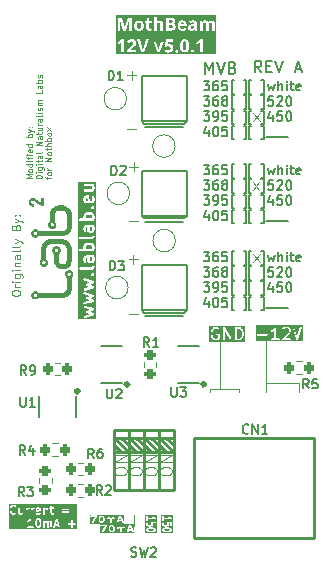
<source format=gbr>
%TF.GenerationSoftware,KiCad,Pcbnew,9.0.2*%
%TF.CreationDate,2025-08-15T10:38:22-05:00*%
%TF.ProjectId,Mothbeam,4d6f7468-6265-4616-9d2e-6b696361645f,rev?*%
%TF.SameCoordinates,Original*%
%TF.FileFunction,Legend,Top*%
%TF.FilePolarity,Positive*%
%FSLAX46Y46*%
G04 Gerber Fmt 4.6, Leading zero omitted, Abs format (unit mm)*
G04 Created by KiCad (PCBNEW 9.0.2) date 2025-08-15 10:38:22*
%MOMM*%
%LPD*%
G01*
G04 APERTURE LIST*
G04 Aperture macros list*
%AMRoundRect*
0 Rectangle with rounded corners*
0 $1 Rounding radius*
0 $2 $3 $4 $5 $6 $7 $8 $9 X,Y pos of 4 corners*
0 Add a 4 corners polygon primitive as box body*
4,1,4,$2,$3,$4,$5,$6,$7,$8,$9,$2,$3,0*
0 Add four circle primitives for the rounded corners*
1,1,$1+$1,$2,$3*
1,1,$1+$1,$4,$5*
1,1,$1+$1,$6,$7*
1,1,$1+$1,$8,$9*
0 Add four rect primitives between the rounded corners*
20,1,$1+$1,$2,$3,$4,$5,0*
20,1,$1+$1,$4,$5,$6,$7,0*
20,1,$1+$1,$6,$7,$8,$9,0*
20,1,$1+$1,$8,$9,$2,$3,0*%
G04 Aperture macros list end*
%ADD10C,0.100000*%
%ADD11C,0.087500*%
%ADD12C,0.150000*%
%ADD13C,0.125000*%
%ADD14C,0.062500*%
%ADD15C,0.200000*%
%ADD16C,0.250000*%
%ADD17C,0.140000*%
%ADD18C,0.080000*%
%ADD19C,0.120000*%
%ADD20C,0.300000*%
%ADD21C,0.000000*%
%ADD22C,3.800000*%
%ADD23R,0.760000X1.500000*%
%ADD24RoundRect,0.200000X0.200000X0.275000X-0.200000X0.275000X-0.200000X-0.275000X0.200000X-0.275000X0*%
%ADD25C,1.500000*%
%ADD26R,0.530000X1.070000*%
%ADD27RoundRect,0.200000X0.275000X-0.200000X0.275000X0.200000X-0.275000X0.200000X-0.275000X-0.200000X0*%
%ADD28RoundRect,0.200000X-0.200000X-0.275000X0.200000X-0.275000X0.200000X0.275000X-0.200000X0.275000X0*%
%ADD29R,1.000000X2.540000*%
%ADD30R,3.450000X0.700000*%
%ADD31R,3.450000X1.300000*%
%ADD32R,1.070000X0.530000*%
G04 APERTURE END LIST*
D10*
X16400000Y38000000D02*
X19200000Y38000000D01*
X12500000Y37480000D02*
X11630000Y37480000D01*
X11630000Y37480000D02*
X11630000Y36910000D01*
X12500000Y41490000D02*
X12500000Y38390000D01*
X5199768Y25910388D02*
X5199768Y26795157D01*
X14110000Y37480000D02*
X14110000Y37020000D01*
X19200000Y38000000D02*
X19200000Y37000000D01*
X12500000Y38390000D02*
X12500000Y37480000D01*
X16400000Y41590000D02*
X16400000Y36990000D01*
X12500000Y37480000D02*
X14110000Y37480000D01*
D11*
X-5150217Y45549307D02*
X-5150217Y45682641D01*
X-5150217Y45682641D02*
X-5116884Y45749307D01*
X-5116884Y45749307D02*
X-5050217Y45815974D01*
X-5050217Y45815974D02*
X-4916884Y45849307D01*
X-4916884Y45849307D02*
X-4683550Y45849307D01*
X-4683550Y45849307D02*
X-4550217Y45815974D01*
X-4550217Y45815974D02*
X-4483550Y45749307D01*
X-4483550Y45749307D02*
X-4450217Y45682641D01*
X-4450217Y45682641D02*
X-4450217Y45549307D01*
X-4450217Y45549307D02*
X-4483550Y45482641D01*
X-4483550Y45482641D02*
X-4550217Y45415974D01*
X-4550217Y45415974D02*
X-4683550Y45382641D01*
X-4683550Y45382641D02*
X-4916884Y45382641D01*
X-4916884Y45382641D02*
X-5050217Y45415974D01*
X-5050217Y45415974D02*
X-5116884Y45482641D01*
X-5116884Y45482641D02*
X-5150217Y45549307D01*
X-4450217Y46149307D02*
X-4916884Y46149307D01*
X-4783550Y46149307D02*
X-4850217Y46182640D01*
X-4850217Y46182640D02*
X-4883550Y46215974D01*
X-4883550Y46215974D02*
X-4916884Y46282640D01*
X-4916884Y46282640D02*
X-4916884Y46349307D01*
X-4450217Y46582640D02*
X-4916884Y46582640D01*
X-5150217Y46582640D02*
X-5116884Y46549307D01*
X-5116884Y46549307D02*
X-5083550Y46582640D01*
X-5083550Y46582640D02*
X-5116884Y46615973D01*
X-5116884Y46615973D02*
X-5150217Y46582640D01*
X-5150217Y46582640D02*
X-5083550Y46582640D01*
X-4916884Y47215973D02*
X-4350217Y47215973D01*
X-4350217Y47215973D02*
X-4283550Y47182640D01*
X-4283550Y47182640D02*
X-4250217Y47149306D01*
X-4250217Y47149306D02*
X-4216884Y47082640D01*
X-4216884Y47082640D02*
X-4216884Y46982640D01*
X-4216884Y46982640D02*
X-4250217Y46915973D01*
X-4483550Y47215973D02*
X-4450217Y47149306D01*
X-4450217Y47149306D02*
X-4450217Y47015973D01*
X-4450217Y47015973D02*
X-4483550Y46949306D01*
X-4483550Y46949306D02*
X-4516884Y46915973D01*
X-4516884Y46915973D02*
X-4583550Y46882640D01*
X-4583550Y46882640D02*
X-4783550Y46882640D01*
X-4783550Y46882640D02*
X-4850217Y46915973D01*
X-4850217Y46915973D02*
X-4883550Y46949306D01*
X-4883550Y46949306D02*
X-4916884Y47015973D01*
X-4916884Y47015973D02*
X-4916884Y47149306D01*
X-4916884Y47149306D02*
X-4883550Y47215973D01*
X-4450217Y47549306D02*
X-4916884Y47549306D01*
X-5150217Y47549306D02*
X-5116884Y47515973D01*
X-5116884Y47515973D02*
X-5083550Y47549306D01*
X-5083550Y47549306D02*
X-5116884Y47582639D01*
X-5116884Y47582639D02*
X-5150217Y47549306D01*
X-5150217Y47549306D02*
X-5083550Y47549306D01*
X-4916884Y47882639D02*
X-4450217Y47882639D01*
X-4850217Y47882639D02*
X-4883550Y47915972D01*
X-4883550Y47915972D02*
X-4916884Y47982639D01*
X-4916884Y47982639D02*
X-4916884Y48082639D01*
X-4916884Y48082639D02*
X-4883550Y48149306D01*
X-4883550Y48149306D02*
X-4816884Y48182639D01*
X-4816884Y48182639D02*
X-4450217Y48182639D01*
X-4450217Y48815972D02*
X-4816884Y48815972D01*
X-4816884Y48815972D02*
X-4883550Y48782639D01*
X-4883550Y48782639D02*
X-4916884Y48715972D01*
X-4916884Y48715972D02*
X-4916884Y48582639D01*
X-4916884Y48582639D02*
X-4883550Y48515972D01*
X-4483550Y48815972D02*
X-4450217Y48749305D01*
X-4450217Y48749305D02*
X-4450217Y48582639D01*
X-4450217Y48582639D02*
X-4483550Y48515972D01*
X-4483550Y48515972D02*
X-4550217Y48482639D01*
X-4550217Y48482639D02*
X-4616884Y48482639D01*
X-4616884Y48482639D02*
X-4683550Y48515972D01*
X-4683550Y48515972D02*
X-4716884Y48582639D01*
X-4716884Y48582639D02*
X-4716884Y48749305D01*
X-4716884Y48749305D02*
X-4750217Y48815972D01*
X-4450217Y49249305D02*
X-4483550Y49182638D01*
X-4483550Y49182638D02*
X-4550217Y49149305D01*
X-4550217Y49149305D02*
X-5150217Y49149305D01*
X-4450217Y49615972D02*
X-4483550Y49549305D01*
X-4483550Y49549305D02*
X-4550217Y49515972D01*
X-4550217Y49515972D02*
X-5150217Y49515972D01*
X-4916884Y49815972D02*
X-4450217Y49982639D01*
X-4916884Y50149306D02*
X-4450217Y49982639D01*
X-4450217Y49982639D02*
X-4283550Y49915972D01*
X-4283550Y49915972D02*
X-4250217Y49882639D01*
X-4250217Y49882639D02*
X-4216884Y49815972D01*
X-4816884Y51182638D02*
X-4783550Y51282638D01*
X-4783550Y51282638D02*
X-4750217Y51315972D01*
X-4750217Y51315972D02*
X-4683550Y51349305D01*
X-4683550Y51349305D02*
X-4583550Y51349305D01*
X-4583550Y51349305D02*
X-4516884Y51315972D01*
X-4516884Y51315972D02*
X-4483550Y51282638D01*
X-4483550Y51282638D02*
X-4450217Y51215972D01*
X-4450217Y51215972D02*
X-4450217Y50949305D01*
X-4450217Y50949305D02*
X-5150217Y50949305D01*
X-5150217Y50949305D02*
X-5150217Y51182638D01*
X-5150217Y51182638D02*
X-5116884Y51249305D01*
X-5116884Y51249305D02*
X-5083550Y51282638D01*
X-5083550Y51282638D02*
X-5016884Y51315972D01*
X-5016884Y51315972D02*
X-4950217Y51315972D01*
X-4950217Y51315972D02*
X-4883550Y51282638D01*
X-4883550Y51282638D02*
X-4850217Y51249305D01*
X-4850217Y51249305D02*
X-4816884Y51182638D01*
X-4816884Y51182638D02*
X-4816884Y50949305D01*
X-4916884Y51582638D02*
X-4450217Y51749305D01*
X-4916884Y51915972D02*
X-4450217Y51749305D01*
X-4450217Y51749305D02*
X-4283550Y51682638D01*
X-4283550Y51682638D02*
X-4250217Y51649305D01*
X-4250217Y51649305D02*
X-4216884Y51582638D01*
X-4516884Y52182638D02*
X-4483550Y52215971D01*
X-4483550Y52215971D02*
X-4450217Y52182638D01*
X-4450217Y52182638D02*
X-4483550Y52149305D01*
X-4483550Y52149305D02*
X-4516884Y52182638D01*
X-4516884Y52182638D02*
X-4450217Y52182638D01*
X-4883550Y52182638D02*
X-4850217Y52215971D01*
X-4850217Y52215971D02*
X-4816884Y52182638D01*
X-4816884Y52182638D02*
X-4850217Y52149305D01*
X-4850217Y52149305D02*
X-4883550Y52182638D01*
X-4883550Y52182638D02*
X-4816884Y52182638D01*
D12*
G36*
X19538967Y41514070D02*
G01*
X15502109Y41514070D01*
X15502109Y42095766D01*
X15613220Y42095766D01*
X15613220Y42066502D01*
X15624419Y42039466D01*
X15645111Y42018774D01*
X15672147Y42007575D01*
X15686779Y42006134D01*
X15992731Y42006134D01*
X15992731Y41700181D01*
X15994172Y41685549D01*
X16005371Y41658513D01*
X16026063Y41637821D01*
X16053099Y41626622D01*
X16082363Y41626622D01*
X16109399Y41637821D01*
X16130091Y41658513D01*
X16141290Y41685549D01*
X16142731Y41700181D01*
X16142731Y42006134D01*
X16448684Y42006134D01*
X16463316Y42007575D01*
X16490352Y42018774D01*
X16511044Y42039466D01*
X16522243Y42066502D01*
X16522243Y42095766D01*
X16511044Y42122802D01*
X16490352Y42143494D01*
X16463316Y42154693D01*
X16448684Y42156134D01*
X16142731Y42156134D01*
X16142731Y42423848D01*
X16802844Y42423848D01*
X16804918Y42394658D01*
X16818005Y42368483D01*
X16840113Y42349310D01*
X16867874Y42340056D01*
X16897064Y42342130D01*
X16910796Y42347385D01*
X17006034Y42395004D01*
X17012333Y42398969D01*
X17014161Y42399726D01*
X17016217Y42401415D01*
X17018477Y42402836D01*
X17019776Y42404335D01*
X17025526Y42409053D01*
X17087969Y42471496D01*
X17087969Y41775181D01*
X16877255Y41775181D01*
X16862623Y41773740D01*
X16835587Y41762541D01*
X16814895Y41741849D01*
X16803696Y41714813D01*
X16803696Y41685549D01*
X16814895Y41658513D01*
X16835587Y41637821D01*
X16862623Y41626622D01*
X16877255Y41625181D01*
X17448683Y41625181D01*
X17463315Y41626622D01*
X17490351Y41637821D01*
X17511043Y41658513D01*
X17522242Y41685549D01*
X17522242Y41714813D01*
X17708458Y41714813D01*
X17708458Y41685549D01*
X17719657Y41658513D01*
X17740349Y41637821D01*
X17767385Y41626622D01*
X17782017Y41625181D01*
X18401064Y41625181D01*
X18415696Y41626622D01*
X18442732Y41637821D01*
X18463424Y41658513D01*
X18474623Y41685549D01*
X18474623Y41714813D01*
X18463424Y41741849D01*
X18442732Y41762541D01*
X18415696Y41773740D01*
X18401064Y41775181D01*
X17963083Y41775181D01*
X18406478Y42218577D01*
X18415806Y42229942D01*
X18416837Y42232433D01*
X18418602Y42234467D01*
X18424596Y42247893D01*
X18472215Y42390749D01*
X18473864Y42398005D01*
X18474623Y42399835D01*
X18474884Y42402489D01*
X18475475Y42405086D01*
X18475334Y42407061D01*
X18476064Y42414467D01*
X18476064Y42509705D01*
X18474623Y42524337D01*
X18473592Y42526826D01*
X18473401Y42529515D01*
X18468146Y42543246D01*
X18420527Y42638484D01*
X18416562Y42644784D01*
X18415805Y42646611D01*
X18414116Y42648668D01*
X18412695Y42650927D01*
X18411196Y42652227D01*
X18406478Y42657976D01*
X18373653Y42690801D01*
X18612368Y42690801D01*
X18615628Y42676464D01*
X18948961Y41676464D01*
X18954955Y41663039D01*
X18958465Y41658992D01*
X18960862Y41654198D01*
X18967970Y41648033D01*
X18974129Y41640932D01*
X18978918Y41638538D01*
X18982969Y41635024D01*
X18991894Y41632050D01*
X19000302Y41627845D01*
X19005646Y41627466D01*
X19010732Y41625770D01*
X19020112Y41626437D01*
X19029492Y41625770D01*
X19034577Y41627466D01*
X19039922Y41627845D01*
X19048332Y41632051D01*
X19057254Y41635024D01*
X19061301Y41638535D01*
X19066095Y41640931D01*
X19072258Y41648037D01*
X19079362Y41654198D01*
X19081757Y41658990D01*
X19085269Y41663038D01*
X19091263Y41676464D01*
X19424596Y42676464D01*
X19427856Y42690800D01*
X19425781Y42719990D01*
X19412695Y42746164D01*
X19390587Y42765338D01*
X19362825Y42774592D01*
X19333635Y42772517D01*
X19307462Y42759430D01*
X19288288Y42737323D01*
X19282294Y42723898D01*
X19020112Y41937352D01*
X18757930Y42723898D01*
X18751936Y42737324D01*
X18732762Y42759431D01*
X18706589Y42772517D01*
X18677399Y42774592D01*
X18649636Y42765338D01*
X18627529Y42746164D01*
X18614443Y42719991D01*
X18612368Y42690801D01*
X18373653Y42690801D01*
X18358859Y42705595D01*
X18353109Y42710314D01*
X18351810Y42711812D01*
X18349550Y42713234D01*
X18347494Y42714922D01*
X18345666Y42715680D01*
X18339367Y42719644D01*
X18244129Y42767263D01*
X18230397Y42772518D01*
X18227709Y42772709D01*
X18225220Y42773740D01*
X18210588Y42775181D01*
X17972493Y42775181D01*
X17957861Y42773740D01*
X17955372Y42772710D01*
X17952683Y42772518D01*
X17938952Y42767263D01*
X17843714Y42719644D01*
X17837414Y42715680D01*
X17835587Y42714922D01*
X17833530Y42713234D01*
X17831271Y42711812D01*
X17829971Y42710314D01*
X17824222Y42705595D01*
X17776603Y42657976D01*
X17767276Y42646611D01*
X17756077Y42619574D01*
X17756077Y42590312D01*
X17767276Y42563275D01*
X17787968Y42542583D01*
X17815005Y42531384D01*
X17844267Y42531384D01*
X17871304Y42542583D01*
X17882669Y42551910D01*
X17921682Y42590923D01*
X17990198Y42625181D01*
X18192883Y42625181D01*
X18261399Y42590923D01*
X18291806Y42560516D01*
X18326064Y42492000D01*
X18326064Y42426637D01*
X18287892Y42312124D01*
X17728984Y41753214D01*
X17719657Y41741849D01*
X17708458Y41714813D01*
X17522242Y41714813D01*
X17511043Y41741849D01*
X17490351Y41762541D01*
X17463315Y41773740D01*
X17448683Y41775181D01*
X17237969Y41775181D01*
X17237969Y42700181D01*
X17237963Y42700234D01*
X17237969Y42700260D01*
X17237953Y42700337D01*
X17236528Y42714813D01*
X17233686Y42721674D01*
X17232230Y42728955D01*
X17228140Y42735062D01*
X17225329Y42741849D01*
X17220080Y42747098D01*
X17215947Y42753270D01*
X17209830Y42757348D01*
X17204637Y42762541D01*
X17197777Y42765383D01*
X17191598Y42769502D01*
X17184389Y42770928D01*
X17177601Y42773740D01*
X17170174Y42773740D01*
X17162890Y42775181D01*
X17155685Y42773740D01*
X17148337Y42773740D01*
X17141476Y42770899D01*
X17134196Y42769442D01*
X17128090Y42765354D01*
X17121301Y42762541D01*
X17116050Y42757291D01*
X17109881Y42753159D01*
X17100660Y42741901D01*
X17100609Y42741849D01*
X17100599Y42741827D01*
X17100565Y42741784D01*
X17009445Y42605104D01*
X16928066Y42523725D01*
X16843714Y42481549D01*
X16831271Y42473717D01*
X16812098Y42451609D01*
X16802844Y42423848D01*
X16142731Y42423848D01*
X16142731Y42462086D01*
X16141290Y42476718D01*
X16130091Y42503754D01*
X16109399Y42524446D01*
X16082363Y42535645D01*
X16053099Y42535645D01*
X16026063Y42524446D01*
X16005371Y42503754D01*
X15994172Y42476718D01*
X15992731Y42462086D01*
X15992731Y42156134D01*
X15686779Y42156134D01*
X15672147Y42154693D01*
X15645111Y42143494D01*
X15624419Y42122802D01*
X15613220Y42095766D01*
X15502109Y42095766D01*
X15502109Y42886292D01*
X19538967Y42886292D01*
X19538967Y41514070D01*
G37*
X15137731Y62492904D02*
X14947255Y62492904D01*
X14947255Y62492904D02*
X14947255Y63635761D01*
X14947255Y63635761D02*
X15137731Y63635761D01*
X15975826Y62492904D02*
X16166302Y62492904D01*
X16166302Y62492904D02*
X16166302Y63635761D01*
X16166302Y63635761D02*
X15975826Y63635761D01*
X16509159Y63292904D02*
X16661540Y62759570D01*
X16661540Y62759570D02*
X16813921Y63140523D01*
X16813921Y63140523D02*
X16966302Y62759570D01*
X16966302Y62759570D02*
X17118683Y63292904D01*
X17423445Y62759570D02*
X17423445Y63559570D01*
X17766302Y62759570D02*
X17766302Y63178618D01*
X17766302Y63178618D02*
X17728207Y63254808D01*
X17728207Y63254808D02*
X17652016Y63292904D01*
X17652016Y63292904D02*
X17537730Y63292904D01*
X17537730Y63292904D02*
X17461540Y63254808D01*
X17461540Y63254808D02*
X17423445Y63216713D01*
X18147255Y62759570D02*
X18147255Y63292904D01*
X18147255Y63559570D02*
X18109159Y63521475D01*
X18109159Y63521475D02*
X18147255Y63483380D01*
X18147255Y63483380D02*
X18185350Y63521475D01*
X18185350Y63521475D02*
X18147255Y63559570D01*
X18147255Y63559570D02*
X18147255Y63483380D01*
X18413921Y63292904D02*
X18718683Y63292904D01*
X18528207Y63559570D02*
X18528207Y62873856D01*
X18528207Y62873856D02*
X18566302Y62797665D01*
X18566302Y62797665D02*
X18642492Y62759570D01*
X18642492Y62759570D02*
X18718683Y62759570D01*
X19290112Y62797665D02*
X19213921Y62759570D01*
X19213921Y62759570D02*
X19061540Y62759570D01*
X19061540Y62759570D02*
X18985350Y62797665D01*
X18985350Y62797665D02*
X18947254Y62873856D01*
X18947254Y62873856D02*
X18947254Y63178618D01*
X18947254Y63178618D02*
X18985350Y63254808D01*
X18985350Y63254808D02*
X19061540Y63292904D01*
X19061540Y63292904D02*
X19213921Y63292904D01*
X19213921Y63292904D02*
X19290112Y63254808D01*
X19290112Y63254808D02*
X19328207Y63178618D01*
X19328207Y63178618D02*
X19328207Y63102427D01*
X19328207Y63102427D02*
X18947254Y63026237D01*
X15137731Y61204949D02*
X14947255Y61204949D01*
X14947255Y61204949D02*
X14947255Y62347806D01*
X14947255Y62347806D02*
X15137731Y62347806D01*
X15975826Y61204949D02*
X16166302Y61204949D01*
X16166302Y61204949D02*
X16166302Y62347806D01*
X16166302Y62347806D02*
X15975826Y62347806D01*
X16966302Y62271615D02*
X16585350Y62271615D01*
X16585350Y62271615D02*
X16547254Y61890663D01*
X16547254Y61890663D02*
X16585350Y61928758D01*
X16585350Y61928758D02*
X16661540Y61966853D01*
X16661540Y61966853D02*
X16852016Y61966853D01*
X16852016Y61966853D02*
X16928207Y61928758D01*
X16928207Y61928758D02*
X16966302Y61890663D01*
X16966302Y61890663D02*
X17004397Y61814472D01*
X17004397Y61814472D02*
X17004397Y61623996D01*
X17004397Y61623996D02*
X16966302Y61547806D01*
X16966302Y61547806D02*
X16928207Y61509710D01*
X16928207Y61509710D02*
X16852016Y61471615D01*
X16852016Y61471615D02*
X16661540Y61471615D01*
X16661540Y61471615D02*
X16585350Y61509710D01*
X16585350Y61509710D02*
X16547254Y61547806D01*
X17309159Y62195425D02*
X17347255Y62233520D01*
X17347255Y62233520D02*
X17423445Y62271615D01*
X17423445Y62271615D02*
X17613921Y62271615D01*
X17613921Y62271615D02*
X17690112Y62233520D01*
X17690112Y62233520D02*
X17728207Y62195425D01*
X17728207Y62195425D02*
X17766302Y62119234D01*
X17766302Y62119234D02*
X17766302Y62043044D01*
X17766302Y62043044D02*
X17728207Y61928758D01*
X17728207Y61928758D02*
X17271064Y61471615D01*
X17271064Y61471615D02*
X17766302Y61471615D01*
X18261541Y62271615D02*
X18337731Y62271615D01*
X18337731Y62271615D02*
X18413922Y62233520D01*
X18413922Y62233520D02*
X18452017Y62195425D01*
X18452017Y62195425D02*
X18490112Y62119234D01*
X18490112Y62119234D02*
X18528207Y61966853D01*
X18528207Y61966853D02*
X18528207Y61776377D01*
X18528207Y61776377D02*
X18490112Y61623996D01*
X18490112Y61623996D02*
X18452017Y61547806D01*
X18452017Y61547806D02*
X18413922Y61509710D01*
X18413922Y61509710D02*
X18337731Y61471615D01*
X18337731Y61471615D02*
X18261541Y61471615D01*
X18261541Y61471615D02*
X18185350Y61509710D01*
X18185350Y61509710D02*
X18147255Y61547806D01*
X18147255Y61547806D02*
X18109160Y61623996D01*
X18109160Y61623996D02*
X18071064Y61776377D01*
X18071064Y61776377D02*
X18071064Y61966853D01*
X18071064Y61966853D02*
X18109160Y62119234D01*
X18109160Y62119234D02*
X18147255Y62195425D01*
X18147255Y62195425D02*
X18185350Y62233520D01*
X18185350Y62233520D02*
X18261541Y62271615D01*
X15137731Y59916994D02*
X14947255Y59916994D01*
X14947255Y59916994D02*
X14947255Y61059851D01*
X14947255Y61059851D02*
X15137731Y61059851D01*
X15975826Y59916994D02*
X16166302Y59916994D01*
X16166302Y59916994D02*
X16166302Y61059851D01*
X16166302Y61059851D02*
X15975826Y61059851D01*
X16928207Y60716994D02*
X16928207Y60183660D01*
X16737731Y61021755D02*
X16547254Y60450327D01*
X16547254Y60450327D02*
X17042493Y60450327D01*
X17728207Y60983660D02*
X17347255Y60983660D01*
X17347255Y60983660D02*
X17309159Y60602708D01*
X17309159Y60602708D02*
X17347255Y60640803D01*
X17347255Y60640803D02*
X17423445Y60678898D01*
X17423445Y60678898D02*
X17613921Y60678898D01*
X17613921Y60678898D02*
X17690112Y60640803D01*
X17690112Y60640803D02*
X17728207Y60602708D01*
X17728207Y60602708D02*
X17766302Y60526517D01*
X17766302Y60526517D02*
X17766302Y60336041D01*
X17766302Y60336041D02*
X17728207Y60259851D01*
X17728207Y60259851D02*
X17690112Y60221755D01*
X17690112Y60221755D02*
X17613921Y60183660D01*
X17613921Y60183660D02*
X17423445Y60183660D01*
X17423445Y60183660D02*
X17347255Y60221755D01*
X17347255Y60221755D02*
X17309159Y60259851D01*
X18261541Y60983660D02*
X18337731Y60983660D01*
X18337731Y60983660D02*
X18413922Y60945565D01*
X18413922Y60945565D02*
X18452017Y60907470D01*
X18452017Y60907470D02*
X18490112Y60831279D01*
X18490112Y60831279D02*
X18528207Y60678898D01*
X18528207Y60678898D02*
X18528207Y60488422D01*
X18528207Y60488422D02*
X18490112Y60336041D01*
X18490112Y60336041D02*
X18452017Y60259851D01*
X18452017Y60259851D02*
X18413922Y60221755D01*
X18413922Y60221755D02*
X18337731Y60183660D01*
X18337731Y60183660D02*
X18261541Y60183660D01*
X18261541Y60183660D02*
X18185350Y60221755D01*
X18185350Y60221755D02*
X18147255Y60259851D01*
X18147255Y60259851D02*
X18109160Y60336041D01*
X18109160Y60336041D02*
X18071064Y60488422D01*
X18071064Y60488422D02*
X18071064Y60678898D01*
X18071064Y60678898D02*
X18109160Y60831279D01*
X18109160Y60831279D02*
X18147255Y60907470D01*
X18147255Y60907470D02*
X18185350Y60945565D01*
X18185350Y60945565D02*
X18261541Y60983660D01*
X15137731Y58629039D02*
X14947255Y58629039D01*
X14947255Y58629039D02*
X14947255Y59771896D01*
X14947255Y59771896D02*
X15137731Y59771896D01*
X15975826Y58629039D02*
X16166302Y58629039D01*
X16166302Y58629039D02*
X16166302Y59771896D01*
X16166302Y59771896D02*
X15975826Y59771896D01*
X16394874Y58819515D02*
X17004397Y58819515D01*
X17004398Y58819515D02*
X17613921Y58819515D01*
X17613922Y58819515D02*
X18223445Y58819515D01*
G36*
X14184836Y42557010D02*
G01*
X14258949Y42482897D01*
X14297442Y42405910D01*
X14340826Y42232376D01*
X14340826Y42107987D01*
X14297442Y41934453D01*
X14258948Y41857466D01*
X14184836Y41783353D01*
X14070323Y41745181D01*
X13919398Y41745181D01*
X13919398Y42595181D01*
X14070323Y42595181D01*
X14184836Y42557010D01*
G37*
G36*
X14601937Y41484070D02*
G01*
X11563049Y41484070D01*
X11563049Y42241610D01*
X11674160Y42241610D01*
X11674160Y42098753D01*
X11674411Y42096200D01*
X11674249Y42095107D01*
X11675058Y42089634D01*
X11675601Y42084121D01*
X11676023Y42083100D01*
X11676399Y42080563D01*
X11724018Y41890087D01*
X11724403Y41889008D01*
X11724442Y41888468D01*
X11726769Y41882387D01*
X11728965Y41876241D01*
X11729287Y41875806D01*
X11729697Y41874736D01*
X11777316Y41779498D01*
X11781279Y41773202D01*
X11782037Y41771372D01*
X11783726Y41769314D01*
X11785148Y41767055D01*
X11786646Y41765756D01*
X11791365Y41760006D01*
X11886603Y41664767D01*
X11897968Y41655439D01*
X11900458Y41654408D01*
X11902493Y41652643D01*
X11915919Y41646649D01*
X12058775Y41599030D01*
X12066030Y41597381D01*
X12067861Y41596622D01*
X12070514Y41596361D01*
X12073112Y41595770D01*
X12075086Y41595911D01*
X12082493Y41595181D01*
X12177731Y41595181D01*
X12185136Y41595911D01*
X12187111Y41595770D01*
X12189708Y41596361D01*
X12192363Y41596622D01*
X12194194Y41597381D01*
X12201448Y41599030D01*
X12344305Y41646649D01*
X12357730Y41652643D01*
X12359765Y41654409D01*
X12362256Y41655440D01*
X12373622Y41664768D01*
X12421240Y41712387D01*
X12430568Y41723753D01*
X12437849Y41741332D01*
X12441766Y41750788D01*
X12443207Y41765420D01*
X12443207Y42098753D01*
X12441766Y42113385D01*
X12430567Y42140421D01*
X12409875Y42161113D01*
X12382839Y42172312D01*
X12368207Y42173753D01*
X12177731Y42173753D01*
X12163099Y42172312D01*
X12136063Y42161113D01*
X12115371Y42140421D01*
X12104172Y42113385D01*
X12104172Y42084121D01*
X12115371Y42057085D01*
X12136063Y42036393D01*
X12163099Y42025194D01*
X12177731Y42023753D01*
X12293207Y42023753D01*
X12293207Y41796486D01*
X12280074Y41783353D01*
X12165561Y41745181D01*
X12094663Y41745181D01*
X11980150Y41783352D01*
X11906037Y41857466D01*
X11867543Y41934453D01*
X11824160Y42107987D01*
X11824160Y42232376D01*
X11867543Y42405910D01*
X11906037Y42482897D01*
X11980150Y42557010D01*
X12094663Y42595181D01*
X12207645Y42595181D01*
X12287047Y42555480D01*
X12300778Y42550225D01*
X12329968Y42548151D01*
X12357730Y42557405D01*
X12379837Y42576578D01*
X12392925Y42602753D01*
X12394999Y42631943D01*
X12385745Y42659704D01*
X12376659Y42670181D01*
X12721779Y42670181D01*
X12721779Y41670181D01*
X12723220Y41655549D01*
X12734419Y41628513D01*
X12755111Y41607821D01*
X12782147Y41596622D01*
X12811411Y41596622D01*
X12838447Y41607821D01*
X12859139Y41628513D01*
X12870338Y41655549D01*
X12871779Y41670181D01*
X12871779Y42387765D01*
X13303089Y41632970D01*
X13305278Y41629886D01*
X13305847Y41628513D01*
X13307244Y41627116D01*
X13311599Y41620981D01*
X13319487Y41614873D01*
X13326539Y41607821D01*
X13330957Y41605991D01*
X13334737Y41603064D01*
X13344358Y41600440D01*
X13353575Y41596622D01*
X13358356Y41596622D01*
X13362968Y41595364D01*
X13372865Y41596622D01*
X13382839Y41596622D01*
X13387254Y41598452D01*
X13391998Y41599054D01*
X13400662Y41604005D01*
X13409875Y41607821D01*
X13413253Y41611200D01*
X13417407Y41613573D01*
X13423516Y41621463D01*
X13430567Y41628513D01*
X13432396Y41632930D01*
X13435324Y41636710D01*
X13437948Y41646334D01*
X13441766Y41655549D01*
X13442502Y41663032D01*
X13443024Y41664942D01*
X13442836Y41666418D01*
X13443207Y41670181D01*
X13443207Y42670181D01*
X13769398Y42670181D01*
X13769398Y41670181D01*
X13770839Y41655549D01*
X13782038Y41628513D01*
X13802730Y41607821D01*
X13829766Y41596622D01*
X13844398Y41595181D01*
X14082493Y41595181D01*
X14089898Y41595911D01*
X14091873Y41595770D01*
X14094470Y41596361D01*
X14097125Y41596622D01*
X14098956Y41597381D01*
X14106210Y41599030D01*
X14249067Y41646649D01*
X14262492Y41652643D01*
X14264527Y41654409D01*
X14267018Y41655440D01*
X14278383Y41664767D01*
X14373622Y41760007D01*
X14378339Y41765756D01*
X14379838Y41767055D01*
X14381259Y41769314D01*
X14382949Y41771372D01*
X14383706Y41773202D01*
X14387670Y41779498D01*
X14435289Y41874736D01*
X14435698Y41875806D01*
X14436021Y41876241D01*
X14438213Y41882378D01*
X14440544Y41888467D01*
X14440582Y41889008D01*
X14440968Y41890087D01*
X14488587Y42080563D01*
X14488962Y42083100D01*
X14489385Y42084121D01*
X14489927Y42089634D01*
X14490737Y42095107D01*
X14490574Y42096200D01*
X14490826Y42098753D01*
X14490826Y42241610D01*
X14490574Y42244164D01*
X14490737Y42245256D01*
X14489927Y42250730D01*
X14489385Y42256242D01*
X14488962Y42257264D01*
X14488587Y42259800D01*
X14440968Y42450276D01*
X14440582Y42451356D01*
X14440544Y42451896D01*
X14438213Y42457986D01*
X14436021Y42464122D01*
X14435698Y42464558D01*
X14435289Y42465627D01*
X14387670Y42560865D01*
X14383707Y42567160D01*
X14382949Y42568992D01*
X14381257Y42571054D01*
X14379838Y42573308D01*
X14378341Y42574607D01*
X14373621Y42580357D01*
X14278383Y42675595D01*
X14267018Y42684922D01*
X14264527Y42685954D01*
X14262492Y42687719D01*
X14249067Y42693713D01*
X14106210Y42741332D01*
X14098956Y42742982D01*
X14097125Y42743740D01*
X14094470Y42744002D01*
X14091873Y42744592D01*
X14089898Y42744452D01*
X14082493Y42745181D01*
X13844398Y42745181D01*
X13829766Y42743740D01*
X13802730Y42732541D01*
X13782038Y42711849D01*
X13770839Y42684813D01*
X13769398Y42670181D01*
X13443207Y42670181D01*
X13441766Y42684813D01*
X13430567Y42711849D01*
X13409875Y42732541D01*
X13382839Y42743740D01*
X13353575Y42743740D01*
X13326539Y42732541D01*
X13305847Y42711849D01*
X13294648Y42684813D01*
X13293207Y42670181D01*
X13293207Y41952598D01*
X12861897Y42707391D01*
X12859708Y42710475D01*
X12859139Y42711849D01*
X12857739Y42713249D01*
X12853387Y42719381D01*
X12845497Y42725491D01*
X12838447Y42732541D01*
X12834030Y42734371D01*
X12830250Y42737298D01*
X12820626Y42739923D01*
X12811411Y42743740D01*
X12806630Y42743740D01*
X12802018Y42744998D01*
X12792121Y42743740D01*
X12782147Y42743740D01*
X12777731Y42741911D01*
X12772988Y42741308D01*
X12764323Y42736358D01*
X12755111Y42732541D01*
X12751732Y42729163D01*
X12747579Y42726789D01*
X12741469Y42718900D01*
X12734419Y42711849D01*
X12732589Y42707433D01*
X12729662Y42703652D01*
X12727037Y42694029D01*
X12723220Y42684813D01*
X12722483Y42677331D01*
X12721962Y42675420D01*
X12722149Y42673945D01*
X12721779Y42670181D01*
X12376659Y42670181D01*
X12366572Y42681812D01*
X12354129Y42689644D01*
X12258891Y42737263D01*
X12245159Y42742518D01*
X12242471Y42742709D01*
X12239982Y42743740D01*
X12225350Y42745181D01*
X12082493Y42745181D01*
X12075086Y42744452D01*
X12073112Y42744592D01*
X12070514Y42744002D01*
X12067861Y42743740D01*
X12066030Y42742982D01*
X12058775Y42741332D01*
X11915919Y42693713D01*
X11902493Y42687719D01*
X11900458Y42685955D01*
X11897968Y42684923D01*
X11886603Y42675595D01*
X11791365Y42580357D01*
X11786646Y42574608D01*
X11785148Y42573308D01*
X11783726Y42571049D01*
X11782038Y42568992D01*
X11781280Y42567165D01*
X11777316Y42560865D01*
X11729697Y42465627D01*
X11729287Y42464558D01*
X11728965Y42464122D01*
X11726769Y42457977D01*
X11724442Y42451895D01*
X11724403Y42451356D01*
X11724018Y42450276D01*
X11676399Y42259800D01*
X11676023Y42257264D01*
X11675601Y42256242D01*
X11675058Y42250730D01*
X11674249Y42245256D01*
X11674411Y42244164D01*
X11674160Y42241610D01*
X11563049Y42241610D01*
X11563049Y42856292D01*
X14601937Y42856292D01*
X14601937Y41484070D01*
G37*
D10*
X4753884Y43858534D02*
X5515789Y43858534D01*
D13*
G36*
X8192718Y25628768D02*
G01*
X8246267Y25609643D01*
X8263781Y25597133D01*
X8279666Y25574441D01*
X8279666Y25566223D01*
X8263780Y25543529D01*
X8246266Y25531019D01*
X8192719Y25511896D01*
X8069962Y25489974D01*
X7914371Y25489974D01*
X7791614Y25511896D01*
X7738065Y25531020D01*
X7720553Y25543529D01*
X7704666Y25566225D01*
X7704666Y25574439D01*
X7720553Y25597135D01*
X7738063Y25609643D01*
X7791614Y25628768D01*
X7914371Y25650688D01*
X8069962Y25650688D01*
X8192718Y25628768D01*
G37*
G36*
X8482444Y25287196D02*
G01*
X7501888Y25287196D01*
X7501888Y25594141D01*
X7579666Y25594141D01*
X7579666Y25546522D01*
X7581714Y25536225D01*
X7581146Y25533003D01*
X7583354Y25527983D01*
X7584424Y25522604D01*
X7586736Y25520292D01*
X7590964Y25510680D01*
X7624298Y25463061D01*
X7631935Y25455749D01*
X7639172Y25448045D01*
X7672505Y25424235D01*
X7680388Y25420678D01*
X7687812Y25416234D01*
X7754480Y25392425D01*
X7759647Y25391662D01*
X7764513Y25389757D01*
X7897846Y25365947D01*
X7903392Y25366057D01*
X7908833Y25364974D01*
X8075500Y25364974D01*
X8080940Y25366057D01*
X8086487Y25365947D01*
X8219820Y25389757D01*
X8224685Y25391662D01*
X8229854Y25392425D01*
X8296521Y25416234D01*
X8303944Y25420678D01*
X8311828Y25424235D01*
X8345161Y25448045D01*
X8352402Y25455754D01*
X8360035Y25463062D01*
X8393368Y25510681D01*
X8397594Y25520291D01*
X8399908Y25522604D01*
X8400978Y25527985D01*
X8403186Y25533004D01*
X8402617Y25536225D01*
X8404666Y25546522D01*
X8404666Y25594141D01*
X8402617Y25604439D01*
X8403186Y25607659D01*
X8400978Y25612679D01*
X8399908Y25618059D01*
X8397594Y25620373D01*
X8393368Y25629982D01*
X8360035Y25677601D01*
X8352401Y25684911D01*
X8345160Y25692618D01*
X8311827Y25716428D01*
X8303938Y25719988D01*
X8296521Y25724428D01*
X8229854Y25748238D01*
X8224685Y25749002D01*
X8219820Y25750906D01*
X8086487Y25774715D01*
X8080940Y25774606D01*
X8075500Y25775688D01*
X7908833Y25775688D01*
X7903392Y25774606D01*
X7897846Y25774715D01*
X7764513Y25750906D01*
X7759647Y25749002D01*
X7754478Y25748238D01*
X7687812Y25724428D01*
X7680392Y25719987D01*
X7672506Y25716428D01*
X7639173Y25692619D01*
X7631931Y25684912D01*
X7624298Y25677602D01*
X7590964Y25629983D01*
X7586736Y25620372D01*
X7584424Y25618059D01*
X7583354Y25612681D01*
X7581146Y25607660D01*
X7581714Y25604439D01*
X7579666Y25594141D01*
X7501888Y25594141D01*
X7501888Y26117950D01*
X7579666Y26117950D01*
X7579666Y25998902D01*
X7581714Y25988605D01*
X7581146Y25985383D01*
X7583354Y25980363D01*
X7584424Y25974984D01*
X7586736Y25972672D01*
X7590964Y25963060D01*
X7624298Y25915441D01*
X7631931Y25908132D01*
X7639173Y25900424D01*
X7672506Y25876615D01*
X7680392Y25873057D01*
X7687812Y25868615D01*
X7754478Y25844805D01*
X7765034Y25843246D01*
X7775500Y25841164D01*
X7942166Y25841164D01*
X7952626Y25843245D01*
X7963187Y25844805D01*
X8029854Y25868615D01*
X8037271Y25873056D01*
X8045160Y25876615D01*
X8078493Y25900425D01*
X8085728Y25908127D01*
X8093368Y25915441D01*
X8126702Y25963060D01*
X8130929Y25972672D01*
X8133242Y25974984D01*
X8134311Y25980363D01*
X8136520Y25985383D01*
X8135951Y25988605D01*
X8138000Y25998902D01*
X8138000Y26117493D01*
X8279666Y26107375D01*
X8279666Y25927474D01*
X8284424Y25903556D01*
X8318248Y25869732D01*
X8366084Y25869732D01*
X8399908Y25903556D01*
X8404666Y25927474D01*
X8404666Y26165569D01*
X8401273Y26182625D01*
X8401465Y26185312D01*
X8400522Y26186400D01*
X8399908Y26189487D01*
X8384449Y26204946D01*
X8370137Y26221460D01*
X8367102Y26222293D01*
X8366084Y26223311D01*
X8363388Y26223311D01*
X8346619Y26227910D01*
X8013286Y26251719D01*
X7989090Y26248677D01*
X7983303Y26243663D01*
X7975748Y26242403D01*
X7965831Y26228520D01*
X7952942Y26217349D01*
X7952396Y26209711D01*
X7947944Y26203477D01*
X7950749Y26186647D01*
X7949534Y26169635D01*
X7954548Y26163849D01*
X7955808Y26156293D01*
X7972506Y26138519D01*
X7997113Y26120943D01*
X8013000Y26098248D01*
X8013000Y26018605D01*
X7997113Y25995910D01*
X7979600Y25983401D01*
X7931339Y25966164D01*
X7786326Y25966164D01*
X7738063Y25983401D01*
X7720553Y25995909D01*
X7704666Y26018605D01*
X7704666Y26098248D01*
X7720553Y26120944D01*
X7745160Y26138520D01*
X7761858Y26156293D01*
X7769722Y26203477D01*
X7741918Y26242403D01*
X7694734Y26250267D01*
X7672506Y26240237D01*
X7639173Y26216428D01*
X7631931Y26208721D01*
X7624298Y26201411D01*
X7590964Y26153792D01*
X7586736Y26144181D01*
X7584424Y26141868D01*
X7583354Y26136490D01*
X7581146Y26131469D01*
X7581714Y26128248D01*
X7579666Y26117950D01*
X7501888Y26117950D01*
X7501888Y26665568D01*
X7579666Y26665568D01*
X7579666Y26379854D01*
X7584424Y26355936D01*
X7618248Y26322112D01*
X7666084Y26322112D01*
X7699908Y26355936D01*
X7704666Y26379854D01*
X7704666Y26460211D01*
X8342166Y26460211D01*
X8366084Y26464969D01*
X8373770Y26472656D01*
X8384016Y26476291D01*
X8390024Y26488910D01*
X8399908Y26498793D01*
X8399908Y26509665D01*
X8404582Y26519480D01*
X8399908Y26532653D01*
X8399908Y26546629D01*
X8392221Y26554316D01*
X8388586Y26564561D01*
X8369037Y26579140D01*
X8274007Y26624393D01*
X8220553Y26662575D01*
X8193368Y26701410D01*
X8175753Y26718276D01*
X8128647Y26726588D01*
X8089458Y26699155D01*
X8081146Y26652049D01*
X8090964Y26629726D01*
X8122125Y26585211D01*
X7704666Y26585211D01*
X7704666Y26665568D01*
X7699908Y26689486D01*
X7666084Y26723310D01*
X7618248Y26723310D01*
X7584424Y26689486D01*
X7579666Y26665568D01*
X7501888Y26665568D01*
X7501888Y26804366D01*
X8482444Y26804366D01*
X8482444Y25287196D01*
G37*
D10*
X4603884Y59458534D02*
X5365789Y59458534D01*
D12*
X15137731Y48022904D02*
X14947255Y48022904D01*
X14947255Y48022904D02*
X14947255Y49165761D01*
X14947255Y49165761D02*
X15137731Y49165761D01*
X15975826Y48022904D02*
X16166302Y48022904D01*
X16166302Y48022904D02*
X16166302Y49165761D01*
X16166302Y49165761D02*
X15975826Y49165761D01*
X16509159Y48822904D02*
X16661540Y48289570D01*
X16661540Y48289570D02*
X16813921Y48670523D01*
X16813921Y48670523D02*
X16966302Y48289570D01*
X16966302Y48289570D02*
X17118683Y48822904D01*
X17423445Y48289570D02*
X17423445Y49089570D01*
X17766302Y48289570D02*
X17766302Y48708618D01*
X17766302Y48708618D02*
X17728207Y48784808D01*
X17728207Y48784808D02*
X17652016Y48822904D01*
X17652016Y48822904D02*
X17537730Y48822904D01*
X17537730Y48822904D02*
X17461540Y48784808D01*
X17461540Y48784808D02*
X17423445Y48746713D01*
X18147255Y48289570D02*
X18147255Y48822904D01*
X18147255Y49089570D02*
X18109159Y49051475D01*
X18109159Y49051475D02*
X18147255Y49013380D01*
X18147255Y49013380D02*
X18185350Y49051475D01*
X18185350Y49051475D02*
X18147255Y49089570D01*
X18147255Y49089570D02*
X18147255Y49013380D01*
X18413921Y48822904D02*
X18718683Y48822904D01*
X18528207Y49089570D02*
X18528207Y48403856D01*
X18528207Y48403856D02*
X18566302Y48327665D01*
X18566302Y48327665D02*
X18642492Y48289570D01*
X18642492Y48289570D02*
X18718683Y48289570D01*
X19290112Y48327665D02*
X19213921Y48289570D01*
X19213921Y48289570D02*
X19061540Y48289570D01*
X19061540Y48289570D02*
X18985350Y48327665D01*
X18985350Y48327665D02*
X18947254Y48403856D01*
X18947254Y48403856D02*
X18947254Y48708618D01*
X18947254Y48708618D02*
X18985350Y48784808D01*
X18985350Y48784808D02*
X19061540Y48822904D01*
X19061540Y48822904D02*
X19213921Y48822904D01*
X19213921Y48822904D02*
X19290112Y48784808D01*
X19290112Y48784808D02*
X19328207Y48708618D01*
X19328207Y48708618D02*
X19328207Y48632427D01*
X19328207Y48632427D02*
X18947254Y48556237D01*
X15137731Y46734949D02*
X14947255Y46734949D01*
X14947255Y46734949D02*
X14947255Y47877806D01*
X14947255Y47877806D02*
X15137731Y47877806D01*
X15975826Y46734949D02*
X16166302Y46734949D01*
X16166302Y46734949D02*
X16166302Y47877806D01*
X16166302Y47877806D02*
X15975826Y47877806D01*
X16966302Y47801615D02*
X16585350Y47801615D01*
X16585350Y47801615D02*
X16547254Y47420663D01*
X16547254Y47420663D02*
X16585350Y47458758D01*
X16585350Y47458758D02*
X16661540Y47496853D01*
X16661540Y47496853D02*
X16852016Y47496853D01*
X16852016Y47496853D02*
X16928207Y47458758D01*
X16928207Y47458758D02*
X16966302Y47420663D01*
X16966302Y47420663D02*
X17004397Y47344472D01*
X17004397Y47344472D02*
X17004397Y47153996D01*
X17004397Y47153996D02*
X16966302Y47077806D01*
X16966302Y47077806D02*
X16928207Y47039710D01*
X16928207Y47039710D02*
X16852016Y47001615D01*
X16852016Y47001615D02*
X16661540Y47001615D01*
X16661540Y47001615D02*
X16585350Y47039710D01*
X16585350Y47039710D02*
X16547254Y47077806D01*
X17309159Y47725425D02*
X17347255Y47763520D01*
X17347255Y47763520D02*
X17423445Y47801615D01*
X17423445Y47801615D02*
X17613921Y47801615D01*
X17613921Y47801615D02*
X17690112Y47763520D01*
X17690112Y47763520D02*
X17728207Y47725425D01*
X17728207Y47725425D02*
X17766302Y47649234D01*
X17766302Y47649234D02*
X17766302Y47573044D01*
X17766302Y47573044D02*
X17728207Y47458758D01*
X17728207Y47458758D02*
X17271064Y47001615D01*
X17271064Y47001615D02*
X17766302Y47001615D01*
X18261541Y47801615D02*
X18337731Y47801615D01*
X18337731Y47801615D02*
X18413922Y47763520D01*
X18413922Y47763520D02*
X18452017Y47725425D01*
X18452017Y47725425D02*
X18490112Y47649234D01*
X18490112Y47649234D02*
X18528207Y47496853D01*
X18528207Y47496853D02*
X18528207Y47306377D01*
X18528207Y47306377D02*
X18490112Y47153996D01*
X18490112Y47153996D02*
X18452017Y47077806D01*
X18452017Y47077806D02*
X18413922Y47039710D01*
X18413922Y47039710D02*
X18337731Y47001615D01*
X18337731Y47001615D02*
X18261541Y47001615D01*
X18261541Y47001615D02*
X18185350Y47039710D01*
X18185350Y47039710D02*
X18147255Y47077806D01*
X18147255Y47077806D02*
X18109160Y47153996D01*
X18109160Y47153996D02*
X18071064Y47306377D01*
X18071064Y47306377D02*
X18071064Y47496853D01*
X18071064Y47496853D02*
X18109160Y47649234D01*
X18109160Y47649234D02*
X18147255Y47725425D01*
X18147255Y47725425D02*
X18185350Y47763520D01*
X18185350Y47763520D02*
X18261541Y47801615D01*
X15137731Y45446994D02*
X14947255Y45446994D01*
X14947255Y45446994D02*
X14947255Y46589851D01*
X14947255Y46589851D02*
X15137731Y46589851D01*
X15975826Y45446994D02*
X16166302Y45446994D01*
X16166302Y45446994D02*
X16166302Y46589851D01*
X16166302Y46589851D02*
X15975826Y46589851D01*
X16928207Y46246994D02*
X16928207Y45713660D01*
X16737731Y46551755D02*
X16547254Y45980327D01*
X16547254Y45980327D02*
X17042493Y45980327D01*
X17728207Y46513660D02*
X17347255Y46513660D01*
X17347255Y46513660D02*
X17309159Y46132708D01*
X17309159Y46132708D02*
X17347255Y46170803D01*
X17347255Y46170803D02*
X17423445Y46208898D01*
X17423445Y46208898D02*
X17613921Y46208898D01*
X17613921Y46208898D02*
X17690112Y46170803D01*
X17690112Y46170803D02*
X17728207Y46132708D01*
X17728207Y46132708D02*
X17766302Y46056517D01*
X17766302Y46056517D02*
X17766302Y45866041D01*
X17766302Y45866041D02*
X17728207Y45789851D01*
X17728207Y45789851D02*
X17690112Y45751755D01*
X17690112Y45751755D02*
X17613921Y45713660D01*
X17613921Y45713660D02*
X17423445Y45713660D01*
X17423445Y45713660D02*
X17347255Y45751755D01*
X17347255Y45751755D02*
X17309159Y45789851D01*
X18261541Y46513660D02*
X18337731Y46513660D01*
X18337731Y46513660D02*
X18413922Y46475565D01*
X18413922Y46475565D02*
X18452017Y46437470D01*
X18452017Y46437470D02*
X18490112Y46361279D01*
X18490112Y46361279D02*
X18528207Y46208898D01*
X18528207Y46208898D02*
X18528207Y46018422D01*
X18528207Y46018422D02*
X18490112Y45866041D01*
X18490112Y45866041D02*
X18452017Y45789851D01*
X18452017Y45789851D02*
X18413922Y45751755D01*
X18413922Y45751755D02*
X18337731Y45713660D01*
X18337731Y45713660D02*
X18261541Y45713660D01*
X18261541Y45713660D02*
X18185350Y45751755D01*
X18185350Y45751755D02*
X18147255Y45789851D01*
X18147255Y45789851D02*
X18109160Y45866041D01*
X18109160Y45866041D02*
X18071064Y46018422D01*
X18071064Y46018422D02*
X18071064Y46208898D01*
X18071064Y46208898D02*
X18109160Y46361279D01*
X18109160Y46361279D02*
X18147255Y46437470D01*
X18147255Y46437470D02*
X18185350Y46475565D01*
X18185350Y46475565D02*
X18261541Y46513660D01*
X15137731Y44159039D02*
X14947255Y44159039D01*
X14947255Y44159039D02*
X14947255Y45301896D01*
X14947255Y45301896D02*
X15137731Y45301896D01*
X15975826Y44159039D02*
X16166302Y44159039D01*
X16166302Y44159039D02*
X16166302Y45301896D01*
X16166302Y45301896D02*
X15975826Y45301896D01*
X16394874Y44349515D02*
X17004397Y44349515D01*
X17004398Y44349515D02*
X17613921Y44349515D01*
X17613922Y44349515D02*
X18223445Y44349515D01*
X11082969Y63559570D02*
X11578207Y63559570D01*
X11578207Y63559570D02*
X11311541Y63254808D01*
X11311541Y63254808D02*
X11425826Y63254808D01*
X11425826Y63254808D02*
X11502017Y63216713D01*
X11502017Y63216713D02*
X11540112Y63178618D01*
X11540112Y63178618D02*
X11578207Y63102427D01*
X11578207Y63102427D02*
X11578207Y62911951D01*
X11578207Y62911951D02*
X11540112Y62835761D01*
X11540112Y62835761D02*
X11502017Y62797665D01*
X11502017Y62797665D02*
X11425826Y62759570D01*
X11425826Y62759570D02*
X11197255Y62759570D01*
X11197255Y62759570D02*
X11121064Y62797665D01*
X11121064Y62797665D02*
X11082969Y62835761D01*
X12263922Y63559570D02*
X12111541Y63559570D01*
X12111541Y63559570D02*
X12035350Y63521475D01*
X12035350Y63521475D02*
X11997255Y63483380D01*
X11997255Y63483380D02*
X11921065Y63369094D01*
X11921065Y63369094D02*
X11882969Y63216713D01*
X11882969Y63216713D02*
X11882969Y62911951D01*
X11882969Y62911951D02*
X11921065Y62835761D01*
X11921065Y62835761D02*
X11959160Y62797665D01*
X11959160Y62797665D02*
X12035350Y62759570D01*
X12035350Y62759570D02*
X12187731Y62759570D01*
X12187731Y62759570D02*
X12263922Y62797665D01*
X12263922Y62797665D02*
X12302017Y62835761D01*
X12302017Y62835761D02*
X12340112Y62911951D01*
X12340112Y62911951D02*
X12340112Y63102427D01*
X12340112Y63102427D02*
X12302017Y63178618D01*
X12302017Y63178618D02*
X12263922Y63216713D01*
X12263922Y63216713D02*
X12187731Y63254808D01*
X12187731Y63254808D02*
X12035350Y63254808D01*
X12035350Y63254808D02*
X11959160Y63216713D01*
X11959160Y63216713D02*
X11921065Y63178618D01*
X11921065Y63178618D02*
X11882969Y63102427D01*
X13063922Y63559570D02*
X12682970Y63559570D01*
X12682970Y63559570D02*
X12644874Y63178618D01*
X12644874Y63178618D02*
X12682970Y63216713D01*
X12682970Y63216713D02*
X12759160Y63254808D01*
X12759160Y63254808D02*
X12949636Y63254808D01*
X12949636Y63254808D02*
X13025827Y63216713D01*
X13025827Y63216713D02*
X13063922Y63178618D01*
X13063922Y63178618D02*
X13102017Y63102427D01*
X13102017Y63102427D02*
X13102017Y62911951D01*
X13102017Y62911951D02*
X13063922Y62835761D01*
X13063922Y62835761D02*
X13025827Y62797665D01*
X13025827Y62797665D02*
X12949636Y62759570D01*
X12949636Y62759570D02*
X12759160Y62759570D01*
X12759160Y62759570D02*
X12682970Y62797665D01*
X12682970Y62797665D02*
X12644874Y62835761D01*
X13673446Y62492904D02*
X13482970Y62492904D01*
X13482970Y62492904D02*
X13482970Y63635761D01*
X13482970Y63635761D02*
X13673446Y63635761D01*
X14511541Y62492904D02*
X14702017Y62492904D01*
X14702017Y62492904D02*
X14702017Y63635761D01*
X14702017Y63635761D02*
X14511541Y63635761D01*
X11082969Y62271615D02*
X11578207Y62271615D01*
X11578207Y62271615D02*
X11311541Y61966853D01*
X11311541Y61966853D02*
X11425826Y61966853D01*
X11425826Y61966853D02*
X11502017Y61928758D01*
X11502017Y61928758D02*
X11540112Y61890663D01*
X11540112Y61890663D02*
X11578207Y61814472D01*
X11578207Y61814472D02*
X11578207Y61623996D01*
X11578207Y61623996D02*
X11540112Y61547806D01*
X11540112Y61547806D02*
X11502017Y61509710D01*
X11502017Y61509710D02*
X11425826Y61471615D01*
X11425826Y61471615D02*
X11197255Y61471615D01*
X11197255Y61471615D02*
X11121064Y61509710D01*
X11121064Y61509710D02*
X11082969Y61547806D01*
X12263922Y62271615D02*
X12111541Y62271615D01*
X12111541Y62271615D02*
X12035350Y62233520D01*
X12035350Y62233520D02*
X11997255Y62195425D01*
X11997255Y62195425D02*
X11921065Y62081139D01*
X11921065Y62081139D02*
X11882969Y61928758D01*
X11882969Y61928758D02*
X11882969Y61623996D01*
X11882969Y61623996D02*
X11921065Y61547806D01*
X11921065Y61547806D02*
X11959160Y61509710D01*
X11959160Y61509710D02*
X12035350Y61471615D01*
X12035350Y61471615D02*
X12187731Y61471615D01*
X12187731Y61471615D02*
X12263922Y61509710D01*
X12263922Y61509710D02*
X12302017Y61547806D01*
X12302017Y61547806D02*
X12340112Y61623996D01*
X12340112Y61623996D02*
X12340112Y61814472D01*
X12340112Y61814472D02*
X12302017Y61890663D01*
X12302017Y61890663D02*
X12263922Y61928758D01*
X12263922Y61928758D02*
X12187731Y61966853D01*
X12187731Y61966853D02*
X12035350Y61966853D01*
X12035350Y61966853D02*
X11959160Y61928758D01*
X11959160Y61928758D02*
X11921065Y61890663D01*
X11921065Y61890663D02*
X11882969Y61814472D01*
X12797255Y61928758D02*
X12721065Y61966853D01*
X12721065Y61966853D02*
X12682970Y62004949D01*
X12682970Y62004949D02*
X12644874Y62081139D01*
X12644874Y62081139D02*
X12644874Y62119234D01*
X12644874Y62119234D02*
X12682970Y62195425D01*
X12682970Y62195425D02*
X12721065Y62233520D01*
X12721065Y62233520D02*
X12797255Y62271615D01*
X12797255Y62271615D02*
X12949636Y62271615D01*
X12949636Y62271615D02*
X13025827Y62233520D01*
X13025827Y62233520D02*
X13063922Y62195425D01*
X13063922Y62195425D02*
X13102017Y62119234D01*
X13102017Y62119234D02*
X13102017Y62081139D01*
X13102017Y62081139D02*
X13063922Y62004949D01*
X13063922Y62004949D02*
X13025827Y61966853D01*
X13025827Y61966853D02*
X12949636Y61928758D01*
X12949636Y61928758D02*
X12797255Y61928758D01*
X12797255Y61928758D02*
X12721065Y61890663D01*
X12721065Y61890663D02*
X12682970Y61852568D01*
X12682970Y61852568D02*
X12644874Y61776377D01*
X12644874Y61776377D02*
X12644874Y61623996D01*
X12644874Y61623996D02*
X12682970Y61547806D01*
X12682970Y61547806D02*
X12721065Y61509710D01*
X12721065Y61509710D02*
X12797255Y61471615D01*
X12797255Y61471615D02*
X12949636Y61471615D01*
X12949636Y61471615D02*
X13025827Y61509710D01*
X13025827Y61509710D02*
X13063922Y61547806D01*
X13063922Y61547806D02*
X13102017Y61623996D01*
X13102017Y61623996D02*
X13102017Y61776377D01*
X13102017Y61776377D02*
X13063922Y61852568D01*
X13063922Y61852568D02*
X13025827Y61890663D01*
X13025827Y61890663D02*
X12949636Y61928758D01*
X13673446Y61204949D02*
X13482970Y61204949D01*
X13482970Y61204949D02*
X13482970Y62347806D01*
X13482970Y62347806D02*
X13673446Y62347806D01*
X14511541Y61204949D02*
X14702017Y61204949D01*
X14702017Y61204949D02*
X14702017Y62347806D01*
X14702017Y62347806D02*
X14511541Y62347806D01*
X11082969Y60983660D02*
X11578207Y60983660D01*
X11578207Y60983660D02*
X11311541Y60678898D01*
X11311541Y60678898D02*
X11425826Y60678898D01*
X11425826Y60678898D02*
X11502017Y60640803D01*
X11502017Y60640803D02*
X11540112Y60602708D01*
X11540112Y60602708D02*
X11578207Y60526517D01*
X11578207Y60526517D02*
X11578207Y60336041D01*
X11578207Y60336041D02*
X11540112Y60259851D01*
X11540112Y60259851D02*
X11502017Y60221755D01*
X11502017Y60221755D02*
X11425826Y60183660D01*
X11425826Y60183660D02*
X11197255Y60183660D01*
X11197255Y60183660D02*
X11121064Y60221755D01*
X11121064Y60221755D02*
X11082969Y60259851D01*
X11959160Y60183660D02*
X12111541Y60183660D01*
X12111541Y60183660D02*
X12187731Y60221755D01*
X12187731Y60221755D02*
X12225827Y60259851D01*
X12225827Y60259851D02*
X12302017Y60374136D01*
X12302017Y60374136D02*
X12340112Y60526517D01*
X12340112Y60526517D02*
X12340112Y60831279D01*
X12340112Y60831279D02*
X12302017Y60907470D01*
X12302017Y60907470D02*
X12263922Y60945565D01*
X12263922Y60945565D02*
X12187731Y60983660D01*
X12187731Y60983660D02*
X12035350Y60983660D01*
X12035350Y60983660D02*
X11959160Y60945565D01*
X11959160Y60945565D02*
X11921065Y60907470D01*
X11921065Y60907470D02*
X11882969Y60831279D01*
X11882969Y60831279D02*
X11882969Y60640803D01*
X11882969Y60640803D02*
X11921065Y60564613D01*
X11921065Y60564613D02*
X11959160Y60526517D01*
X11959160Y60526517D02*
X12035350Y60488422D01*
X12035350Y60488422D02*
X12187731Y60488422D01*
X12187731Y60488422D02*
X12263922Y60526517D01*
X12263922Y60526517D02*
X12302017Y60564613D01*
X12302017Y60564613D02*
X12340112Y60640803D01*
X13063922Y60983660D02*
X12682970Y60983660D01*
X12682970Y60983660D02*
X12644874Y60602708D01*
X12644874Y60602708D02*
X12682970Y60640803D01*
X12682970Y60640803D02*
X12759160Y60678898D01*
X12759160Y60678898D02*
X12949636Y60678898D01*
X12949636Y60678898D02*
X13025827Y60640803D01*
X13025827Y60640803D02*
X13063922Y60602708D01*
X13063922Y60602708D02*
X13102017Y60526517D01*
X13102017Y60526517D02*
X13102017Y60336041D01*
X13102017Y60336041D02*
X13063922Y60259851D01*
X13063922Y60259851D02*
X13025827Y60221755D01*
X13025827Y60221755D02*
X12949636Y60183660D01*
X12949636Y60183660D02*
X12759160Y60183660D01*
X12759160Y60183660D02*
X12682970Y60221755D01*
X12682970Y60221755D02*
X12644874Y60259851D01*
X13673446Y59916994D02*
X13482970Y59916994D01*
X13482970Y59916994D02*
X13482970Y61059851D01*
X13482970Y61059851D02*
X13673446Y61059851D01*
X14511541Y59916994D02*
X14702017Y59916994D01*
X14702017Y59916994D02*
X14702017Y61059851D01*
X14702017Y61059851D02*
X14511541Y61059851D01*
X11502017Y59429039D02*
X11502017Y58895705D01*
X11311541Y59733800D02*
X11121064Y59162372D01*
X11121064Y59162372D02*
X11616303Y59162372D01*
X12073446Y59695705D02*
X12149636Y59695705D01*
X12149636Y59695705D02*
X12225827Y59657610D01*
X12225827Y59657610D02*
X12263922Y59619515D01*
X12263922Y59619515D02*
X12302017Y59543324D01*
X12302017Y59543324D02*
X12340112Y59390943D01*
X12340112Y59390943D02*
X12340112Y59200467D01*
X12340112Y59200467D02*
X12302017Y59048086D01*
X12302017Y59048086D02*
X12263922Y58971896D01*
X12263922Y58971896D02*
X12225827Y58933800D01*
X12225827Y58933800D02*
X12149636Y58895705D01*
X12149636Y58895705D02*
X12073446Y58895705D01*
X12073446Y58895705D02*
X11997255Y58933800D01*
X11997255Y58933800D02*
X11959160Y58971896D01*
X11959160Y58971896D02*
X11921065Y59048086D01*
X11921065Y59048086D02*
X11882969Y59200467D01*
X11882969Y59200467D02*
X11882969Y59390943D01*
X11882969Y59390943D02*
X11921065Y59543324D01*
X11921065Y59543324D02*
X11959160Y59619515D01*
X11959160Y59619515D02*
X11997255Y59657610D01*
X11997255Y59657610D02*
X12073446Y59695705D01*
X13063922Y59695705D02*
X12682970Y59695705D01*
X12682970Y59695705D02*
X12644874Y59314753D01*
X12644874Y59314753D02*
X12682970Y59352848D01*
X12682970Y59352848D02*
X12759160Y59390943D01*
X12759160Y59390943D02*
X12949636Y59390943D01*
X12949636Y59390943D02*
X13025827Y59352848D01*
X13025827Y59352848D02*
X13063922Y59314753D01*
X13063922Y59314753D02*
X13102017Y59238562D01*
X13102017Y59238562D02*
X13102017Y59048086D01*
X13102017Y59048086D02*
X13063922Y58971896D01*
X13063922Y58971896D02*
X13025827Y58933800D01*
X13025827Y58933800D02*
X12949636Y58895705D01*
X12949636Y58895705D02*
X12759160Y58895705D01*
X12759160Y58895705D02*
X12682970Y58933800D01*
X12682970Y58933800D02*
X12644874Y58971896D01*
X13673446Y58629039D02*
X13482970Y58629039D01*
X13482970Y58629039D02*
X13482970Y59771896D01*
X13482970Y59771896D02*
X13673446Y59771896D01*
X14511541Y58629039D02*
X14702017Y58629039D01*
X14702017Y58629039D02*
X14702017Y59771896D01*
X14702017Y59771896D02*
X14511541Y59771896D01*
D10*
X15258646Y54327581D02*
X15782455Y54994248D01*
X15258646Y54994248D02*
X15782455Y54327581D01*
D12*
X15137731Y55382904D02*
X14947255Y55382904D01*
X14947255Y55382904D02*
X14947255Y56525761D01*
X14947255Y56525761D02*
X15137731Y56525761D01*
X15975826Y55382904D02*
X16166302Y55382904D01*
X16166302Y55382904D02*
X16166302Y56525761D01*
X16166302Y56525761D02*
X15975826Y56525761D01*
X16509159Y56182904D02*
X16661540Y55649570D01*
X16661540Y55649570D02*
X16813921Y56030523D01*
X16813921Y56030523D02*
X16966302Y55649570D01*
X16966302Y55649570D02*
X17118683Y56182904D01*
X17423445Y55649570D02*
X17423445Y56449570D01*
X17766302Y55649570D02*
X17766302Y56068618D01*
X17766302Y56068618D02*
X17728207Y56144808D01*
X17728207Y56144808D02*
X17652016Y56182904D01*
X17652016Y56182904D02*
X17537730Y56182904D01*
X17537730Y56182904D02*
X17461540Y56144808D01*
X17461540Y56144808D02*
X17423445Y56106713D01*
X18147255Y55649570D02*
X18147255Y56182904D01*
X18147255Y56449570D02*
X18109159Y56411475D01*
X18109159Y56411475D02*
X18147255Y56373380D01*
X18147255Y56373380D02*
X18185350Y56411475D01*
X18185350Y56411475D02*
X18147255Y56449570D01*
X18147255Y56449570D02*
X18147255Y56373380D01*
X18413921Y56182904D02*
X18718683Y56182904D01*
X18528207Y56449570D02*
X18528207Y55763856D01*
X18528207Y55763856D02*
X18566302Y55687665D01*
X18566302Y55687665D02*
X18642492Y55649570D01*
X18642492Y55649570D02*
X18718683Y55649570D01*
X19290112Y55687665D02*
X19213921Y55649570D01*
X19213921Y55649570D02*
X19061540Y55649570D01*
X19061540Y55649570D02*
X18985350Y55687665D01*
X18985350Y55687665D02*
X18947254Y55763856D01*
X18947254Y55763856D02*
X18947254Y56068618D01*
X18947254Y56068618D02*
X18985350Y56144808D01*
X18985350Y56144808D02*
X19061540Y56182904D01*
X19061540Y56182904D02*
X19213921Y56182904D01*
X19213921Y56182904D02*
X19290112Y56144808D01*
X19290112Y56144808D02*
X19328207Y56068618D01*
X19328207Y56068618D02*
X19328207Y55992427D01*
X19328207Y55992427D02*
X18947254Y55916237D01*
X15137731Y54094949D02*
X14947255Y54094949D01*
X14947255Y54094949D02*
X14947255Y55237806D01*
X14947255Y55237806D02*
X15137731Y55237806D01*
X15975826Y54094949D02*
X16166302Y54094949D01*
X16166302Y54094949D02*
X16166302Y55237806D01*
X16166302Y55237806D02*
X15975826Y55237806D01*
X16966302Y55161615D02*
X16585350Y55161615D01*
X16585350Y55161615D02*
X16547254Y54780663D01*
X16547254Y54780663D02*
X16585350Y54818758D01*
X16585350Y54818758D02*
X16661540Y54856853D01*
X16661540Y54856853D02*
X16852016Y54856853D01*
X16852016Y54856853D02*
X16928207Y54818758D01*
X16928207Y54818758D02*
X16966302Y54780663D01*
X16966302Y54780663D02*
X17004397Y54704472D01*
X17004397Y54704472D02*
X17004397Y54513996D01*
X17004397Y54513996D02*
X16966302Y54437806D01*
X16966302Y54437806D02*
X16928207Y54399710D01*
X16928207Y54399710D02*
X16852016Y54361615D01*
X16852016Y54361615D02*
X16661540Y54361615D01*
X16661540Y54361615D02*
X16585350Y54399710D01*
X16585350Y54399710D02*
X16547254Y54437806D01*
X17309159Y55085425D02*
X17347255Y55123520D01*
X17347255Y55123520D02*
X17423445Y55161615D01*
X17423445Y55161615D02*
X17613921Y55161615D01*
X17613921Y55161615D02*
X17690112Y55123520D01*
X17690112Y55123520D02*
X17728207Y55085425D01*
X17728207Y55085425D02*
X17766302Y55009234D01*
X17766302Y55009234D02*
X17766302Y54933044D01*
X17766302Y54933044D02*
X17728207Y54818758D01*
X17728207Y54818758D02*
X17271064Y54361615D01*
X17271064Y54361615D02*
X17766302Y54361615D01*
X18261541Y55161615D02*
X18337731Y55161615D01*
X18337731Y55161615D02*
X18413922Y55123520D01*
X18413922Y55123520D02*
X18452017Y55085425D01*
X18452017Y55085425D02*
X18490112Y55009234D01*
X18490112Y55009234D02*
X18528207Y54856853D01*
X18528207Y54856853D02*
X18528207Y54666377D01*
X18528207Y54666377D02*
X18490112Y54513996D01*
X18490112Y54513996D02*
X18452017Y54437806D01*
X18452017Y54437806D02*
X18413922Y54399710D01*
X18413922Y54399710D02*
X18337731Y54361615D01*
X18337731Y54361615D02*
X18261541Y54361615D01*
X18261541Y54361615D02*
X18185350Y54399710D01*
X18185350Y54399710D02*
X18147255Y54437806D01*
X18147255Y54437806D02*
X18109160Y54513996D01*
X18109160Y54513996D02*
X18071064Y54666377D01*
X18071064Y54666377D02*
X18071064Y54856853D01*
X18071064Y54856853D02*
X18109160Y55009234D01*
X18109160Y55009234D02*
X18147255Y55085425D01*
X18147255Y55085425D02*
X18185350Y55123520D01*
X18185350Y55123520D02*
X18261541Y55161615D01*
X15137731Y52806994D02*
X14947255Y52806994D01*
X14947255Y52806994D02*
X14947255Y53949851D01*
X14947255Y53949851D02*
X15137731Y53949851D01*
X15975826Y52806994D02*
X16166302Y52806994D01*
X16166302Y52806994D02*
X16166302Y53949851D01*
X16166302Y53949851D02*
X15975826Y53949851D01*
X16928207Y53606994D02*
X16928207Y53073660D01*
X16737731Y53911755D02*
X16547254Y53340327D01*
X16547254Y53340327D02*
X17042493Y53340327D01*
X17728207Y53873660D02*
X17347255Y53873660D01*
X17347255Y53873660D02*
X17309159Y53492708D01*
X17309159Y53492708D02*
X17347255Y53530803D01*
X17347255Y53530803D02*
X17423445Y53568898D01*
X17423445Y53568898D02*
X17613921Y53568898D01*
X17613921Y53568898D02*
X17690112Y53530803D01*
X17690112Y53530803D02*
X17728207Y53492708D01*
X17728207Y53492708D02*
X17766302Y53416517D01*
X17766302Y53416517D02*
X17766302Y53226041D01*
X17766302Y53226041D02*
X17728207Y53149851D01*
X17728207Y53149851D02*
X17690112Y53111755D01*
X17690112Y53111755D02*
X17613921Y53073660D01*
X17613921Y53073660D02*
X17423445Y53073660D01*
X17423445Y53073660D02*
X17347255Y53111755D01*
X17347255Y53111755D02*
X17309159Y53149851D01*
X18261541Y53873660D02*
X18337731Y53873660D01*
X18337731Y53873660D02*
X18413922Y53835565D01*
X18413922Y53835565D02*
X18452017Y53797470D01*
X18452017Y53797470D02*
X18490112Y53721279D01*
X18490112Y53721279D02*
X18528207Y53568898D01*
X18528207Y53568898D02*
X18528207Y53378422D01*
X18528207Y53378422D02*
X18490112Y53226041D01*
X18490112Y53226041D02*
X18452017Y53149851D01*
X18452017Y53149851D02*
X18413922Y53111755D01*
X18413922Y53111755D02*
X18337731Y53073660D01*
X18337731Y53073660D02*
X18261541Y53073660D01*
X18261541Y53073660D02*
X18185350Y53111755D01*
X18185350Y53111755D02*
X18147255Y53149851D01*
X18147255Y53149851D02*
X18109160Y53226041D01*
X18109160Y53226041D02*
X18071064Y53378422D01*
X18071064Y53378422D02*
X18071064Y53568898D01*
X18071064Y53568898D02*
X18109160Y53721279D01*
X18109160Y53721279D02*
X18147255Y53797470D01*
X18147255Y53797470D02*
X18185350Y53835565D01*
X18185350Y53835565D02*
X18261541Y53873660D01*
X15137731Y51519039D02*
X14947255Y51519039D01*
X14947255Y51519039D02*
X14947255Y52661896D01*
X14947255Y52661896D02*
X15137731Y52661896D01*
X15975826Y51519039D02*
X16166302Y51519039D01*
X16166302Y51519039D02*
X16166302Y52661896D01*
X16166302Y52661896D02*
X15975826Y52661896D01*
X16394874Y51709515D02*
X17004397Y51709515D01*
X17004398Y51709515D02*
X17613921Y51709515D01*
X17613922Y51709515D02*
X18223445Y51709515D01*
D13*
G36*
X3371864Y25837955D02*
G01*
X3389377Y25825446D01*
X3411620Y25793671D01*
X3438597Y25716594D01*
X3438597Y25618789D01*
X3411620Y25541712D01*
X3389376Y25509936D01*
X3371863Y25497426D01*
X3323604Y25480191D01*
X3278590Y25480191D01*
X3230329Y25497427D01*
X3212817Y25509936D01*
X3190573Y25541712D01*
X3163597Y25618789D01*
X3163597Y25716594D01*
X3190573Y25793671D01*
X3212817Y25825447D01*
X3230327Y25837955D01*
X3278590Y25855191D01*
X3323603Y25855191D01*
X3371864Y25837955D01*
G37*
G36*
X4936294Y25623048D02*
G01*
X4799234Y25623048D01*
X4867763Y25769898D01*
X4936294Y25623048D01*
G37*
G36*
X5226037Y25292691D02*
G01*
X2280855Y25292691D01*
X2280855Y25941609D01*
X2343355Y25941609D01*
X2343355Y25893773D01*
X2377179Y25859949D01*
X2401097Y25855191D01*
X2757376Y25855191D01*
X2514170Y25449847D01*
X2505944Y25426889D01*
X2517545Y25380483D01*
X2558565Y25355872D01*
X2604971Y25367473D01*
X2621356Y25385535D01*
X2826364Y25727215D01*
X3038597Y25727215D01*
X3038597Y25608167D01*
X3040640Y25597895D01*
X3042106Y25587520D01*
X3075439Y25492282D01*
X3079783Y25484919D01*
X3083228Y25477087D01*
X3116562Y25429468D01*
X3124199Y25422156D01*
X3131436Y25414452D01*
X3164769Y25390642D01*
X3172652Y25387085D01*
X3180076Y25382641D01*
X3246744Y25358832D01*
X3257302Y25357273D01*
X3267764Y25355191D01*
X3334430Y25355191D01*
X3344890Y25357272D01*
X3355451Y25358832D01*
X3422118Y25382641D01*
X3429541Y25387085D01*
X3437425Y25390642D01*
X3470758Y25414452D01*
X3477994Y25422156D01*
X3485632Y25429468D01*
X3518966Y25477087D01*
X3522410Y25484919D01*
X3526755Y25492282D01*
X3560088Y25587520D01*
X3561553Y25597894D01*
X3563597Y25608167D01*
X3563597Y25727215D01*
X3561553Y25737489D01*
X3560088Y25747862D01*
X3558981Y25751024D01*
X3738597Y25751024D01*
X3738597Y25417691D01*
X3743355Y25393773D01*
X3777179Y25359949D01*
X3825015Y25359949D01*
X3858839Y25393773D01*
X3863597Y25417691D01*
X3863597Y25671242D01*
X3863663Y25671289D01*
X3911923Y25688524D01*
X3990271Y25688524D01*
X4027984Y25675056D01*
X4038597Y25659896D01*
X4038597Y25417691D01*
X4043355Y25393773D01*
X4077179Y25359949D01*
X4125015Y25359949D01*
X4158839Y25393773D01*
X4163597Y25417691D01*
X4163597Y25659894D01*
X4174210Y25675056D01*
X4211923Y25688524D01*
X4290271Y25688524D01*
X4327984Y25675056D01*
X4338597Y25659896D01*
X4338597Y25417691D01*
X4343355Y25393773D01*
X4377179Y25359949D01*
X4425015Y25359949D01*
X4458839Y25393773D01*
X4463597Y25417691D01*
X4463597Y25420435D01*
X4571991Y25420435D01*
X4588338Y25375481D01*
X4631686Y25355252D01*
X4676640Y25371599D01*
X4691066Y25391261D01*
X4740900Y25498048D01*
X4994627Y25498048D01*
X5044461Y25391260D01*
X5058887Y25371598D01*
X5103841Y25355251D01*
X5147189Y25375480D01*
X5163537Y25420435D01*
X5157734Y25444121D01*
X4924400Y25944121D01*
X4914871Y25957108D01*
X4913856Y25959901D01*
X4912283Y25960635D01*
X4909974Y25963783D01*
X4889878Y25971091D01*
X4870508Y25980130D01*
X4867764Y25979133D01*
X4865020Y25980130D01*
X4845649Y25971091D01*
X4825554Y25963783D01*
X4823244Y25960635D01*
X4821672Y25959901D01*
X4820656Y25957108D01*
X4811128Y25944121D01*
X4577794Y25444121D01*
X4571991Y25420435D01*
X4463597Y25420435D01*
X4463597Y25679596D01*
X4461548Y25689894D01*
X4462117Y25693114D01*
X4459909Y25698134D01*
X4458839Y25703514D01*
X4456525Y25705828D01*
X4452299Y25715437D01*
X4418966Y25763056D01*
X4411121Y25770568D01*
X4409709Y25773549D01*
X4405170Y25776266D01*
X4401352Y25779922D01*
X4398105Y25780495D01*
X4388785Y25786074D01*
X4322118Y25809883D01*
X4311557Y25811444D01*
X4301097Y25813524D01*
X4201097Y25813524D01*
X4190636Y25811444D01*
X4180076Y25809883D01*
X4113410Y25786074D01*
X4104091Y25780497D01*
X4101095Y25779968D01*
X4098105Y25780495D01*
X4088785Y25786074D01*
X4022118Y25809883D01*
X4011557Y25811444D01*
X4001097Y25813524D01*
X3901097Y25813524D01*
X3890636Y25811444D01*
X3880076Y25809883D01*
X3838681Y25795100D01*
X3825015Y25808766D01*
X3777179Y25808766D01*
X3743355Y25774942D01*
X3738597Y25751024D01*
X3558981Y25751024D01*
X3526755Y25843100D01*
X3522410Y25850464D01*
X3518966Y25858295D01*
X3485632Y25905914D01*
X3477992Y25913229D01*
X3470757Y25920930D01*
X3437424Y25944740D01*
X3429535Y25948300D01*
X3422118Y25952740D01*
X3355451Y25976550D01*
X3344890Y25978111D01*
X3334430Y25980191D01*
X3267764Y25980191D01*
X3257298Y25978110D01*
X3246742Y25976550D01*
X3180076Y25952740D01*
X3172656Y25948299D01*
X3164770Y25944740D01*
X3131437Y25920931D01*
X3124195Y25913224D01*
X3116562Y25905914D01*
X3083228Y25858295D01*
X3079783Y25850464D01*
X3075439Y25843100D01*
X3042106Y25747862D01*
X3040640Y25737488D01*
X3038597Y25727215D01*
X2826364Y25727215D01*
X2921356Y25885535D01*
X2923639Y25891908D01*
X2925505Y25893773D01*
X2925505Y25897114D01*
X2929582Y25908492D01*
X2925505Y25924800D01*
X2925505Y25941609D01*
X2919901Y25947213D01*
X2917980Y25954898D01*
X2903569Y25963545D01*
X2891681Y25975433D01*
X2879825Y25977792D01*
X2876961Y25979510D01*
X2874402Y25978871D01*
X2867763Y25980191D01*
X2401097Y25980191D01*
X2377179Y25975433D01*
X2343355Y25941609D01*
X2280855Y25941609D01*
X2280855Y26042691D01*
X5226037Y26042691D01*
X5226037Y25292691D01*
G37*
D10*
X4803884Y51708534D02*
X5565789Y51708534D01*
D13*
G36*
X2521864Y26637955D02*
G01*
X2539377Y26625446D01*
X2561620Y26593671D01*
X2588597Y26516594D01*
X2588597Y26418789D01*
X2561620Y26341712D01*
X2539376Y26309936D01*
X2521863Y26297426D01*
X2473604Y26280191D01*
X2428590Y26280191D01*
X2380329Y26297427D01*
X2362817Y26309936D01*
X2340573Y26341712D01*
X2313597Y26418789D01*
X2313597Y26516594D01*
X2340573Y26593671D01*
X2362817Y26625447D01*
X2380327Y26637955D01*
X2428590Y26655191D01*
X2473603Y26655191D01*
X2521864Y26637955D01*
G37*
G36*
X4086294Y26423048D02*
G01*
X3949234Y26423048D01*
X4017763Y26569898D01*
X4086294Y26423048D01*
G37*
G36*
X4376037Y26092691D02*
G01*
X1430855Y26092691D01*
X1430855Y26741609D01*
X1493355Y26741609D01*
X1493355Y26693773D01*
X1527179Y26659949D01*
X1551097Y26655191D01*
X1907376Y26655191D01*
X1664170Y26249847D01*
X1655944Y26226889D01*
X1667545Y26180483D01*
X1708565Y26155872D01*
X1754971Y26167473D01*
X1771356Y26185535D01*
X1976364Y26527215D01*
X2188597Y26527215D01*
X2188597Y26408167D01*
X2190640Y26397895D01*
X2192106Y26387520D01*
X2225439Y26292282D01*
X2229783Y26284919D01*
X2233228Y26277087D01*
X2266562Y26229468D01*
X2274199Y26222156D01*
X2281436Y26214452D01*
X2314769Y26190642D01*
X2322652Y26187085D01*
X2330076Y26182641D01*
X2396744Y26158832D01*
X2407302Y26157273D01*
X2417764Y26155191D01*
X2484430Y26155191D01*
X2494890Y26157272D01*
X2505451Y26158832D01*
X2572118Y26182641D01*
X2579541Y26187085D01*
X2587425Y26190642D01*
X2620758Y26214452D01*
X2627994Y26222156D01*
X2635632Y26229468D01*
X2668966Y26277087D01*
X2672410Y26284919D01*
X2676755Y26292282D01*
X2710088Y26387520D01*
X2711553Y26397894D01*
X2713597Y26408167D01*
X2713597Y26527215D01*
X2711553Y26537489D01*
X2710088Y26547862D01*
X2708981Y26551024D01*
X2888597Y26551024D01*
X2888597Y26217691D01*
X2893355Y26193773D01*
X2927179Y26159949D01*
X2975015Y26159949D01*
X3008839Y26193773D01*
X3013597Y26217691D01*
X3013597Y26471242D01*
X3013663Y26471289D01*
X3061923Y26488524D01*
X3140271Y26488524D01*
X3177984Y26475056D01*
X3188597Y26459896D01*
X3188597Y26217691D01*
X3193355Y26193773D01*
X3227179Y26159949D01*
X3275015Y26159949D01*
X3308839Y26193773D01*
X3313597Y26217691D01*
X3313597Y26459894D01*
X3324210Y26475056D01*
X3361923Y26488524D01*
X3440271Y26488524D01*
X3477984Y26475056D01*
X3488597Y26459896D01*
X3488597Y26217691D01*
X3493355Y26193773D01*
X3527179Y26159949D01*
X3575015Y26159949D01*
X3608839Y26193773D01*
X3613597Y26217691D01*
X3613597Y26220435D01*
X3721991Y26220435D01*
X3738338Y26175481D01*
X3781686Y26155252D01*
X3826640Y26171599D01*
X3841066Y26191261D01*
X3890900Y26298048D01*
X4144627Y26298048D01*
X4194461Y26191260D01*
X4208887Y26171598D01*
X4253841Y26155251D01*
X4297189Y26175480D01*
X4313537Y26220435D01*
X4307734Y26244121D01*
X4074400Y26744121D01*
X4064871Y26757108D01*
X4063856Y26759901D01*
X4062283Y26760635D01*
X4059974Y26763783D01*
X4039878Y26771091D01*
X4020508Y26780130D01*
X4017764Y26779133D01*
X4015020Y26780130D01*
X3995649Y26771091D01*
X3975554Y26763783D01*
X3973244Y26760635D01*
X3971672Y26759901D01*
X3970656Y26757108D01*
X3961128Y26744121D01*
X3727794Y26244121D01*
X3721991Y26220435D01*
X3613597Y26220435D01*
X3613597Y26479596D01*
X3611548Y26489894D01*
X3612117Y26493114D01*
X3609909Y26498134D01*
X3608839Y26503514D01*
X3606525Y26505828D01*
X3602299Y26515437D01*
X3568966Y26563056D01*
X3561121Y26570568D01*
X3559709Y26573549D01*
X3555170Y26576266D01*
X3551352Y26579922D01*
X3548105Y26580495D01*
X3538785Y26586074D01*
X3472118Y26609883D01*
X3461557Y26611444D01*
X3451097Y26613524D01*
X3351097Y26613524D01*
X3340636Y26611444D01*
X3330076Y26609883D01*
X3263410Y26586074D01*
X3254091Y26580497D01*
X3251095Y26579968D01*
X3248105Y26580495D01*
X3238785Y26586074D01*
X3172118Y26609883D01*
X3161557Y26611444D01*
X3151097Y26613524D01*
X3051097Y26613524D01*
X3040636Y26611444D01*
X3030076Y26609883D01*
X2988681Y26595100D01*
X2975015Y26608766D01*
X2927179Y26608766D01*
X2893355Y26574942D01*
X2888597Y26551024D01*
X2708981Y26551024D01*
X2676755Y26643100D01*
X2672410Y26650464D01*
X2668966Y26658295D01*
X2635632Y26705914D01*
X2627992Y26713229D01*
X2620757Y26720930D01*
X2587424Y26744740D01*
X2579535Y26748300D01*
X2572118Y26752740D01*
X2505451Y26776550D01*
X2494890Y26778111D01*
X2484430Y26780191D01*
X2417764Y26780191D01*
X2407298Y26778110D01*
X2396742Y26776550D01*
X2330076Y26752740D01*
X2322656Y26748299D01*
X2314770Y26744740D01*
X2281437Y26720931D01*
X2274195Y26713224D01*
X2266562Y26705914D01*
X2233228Y26658295D01*
X2229783Y26650464D01*
X2225439Y26643100D01*
X2192106Y26547862D01*
X2190640Y26537488D01*
X2188597Y26527215D01*
X1976364Y26527215D01*
X2071356Y26685535D01*
X2073639Y26691908D01*
X2075505Y26693773D01*
X2075505Y26697114D01*
X2079582Y26708492D01*
X2075505Y26724800D01*
X2075505Y26741609D01*
X2069901Y26747213D01*
X2067980Y26754898D01*
X2053569Y26763545D01*
X2041681Y26775433D01*
X2029825Y26777792D01*
X2026961Y26779510D01*
X2024402Y26778871D01*
X2017763Y26780191D01*
X1551097Y26780191D01*
X1527179Y26775433D01*
X1493355Y26741609D01*
X1430855Y26741609D01*
X1430855Y26842691D01*
X4376037Y26842691D01*
X4376037Y26092691D01*
G37*
G36*
X6842718Y25628768D02*
G01*
X6896267Y25609643D01*
X6913781Y25597133D01*
X6929666Y25574441D01*
X6929666Y25566223D01*
X6913780Y25543529D01*
X6896266Y25531019D01*
X6842719Y25511896D01*
X6719962Y25489974D01*
X6564371Y25489974D01*
X6441614Y25511896D01*
X6388065Y25531020D01*
X6370553Y25543529D01*
X6354666Y25566225D01*
X6354666Y25574439D01*
X6370553Y25597135D01*
X6388063Y25609643D01*
X6441614Y25628768D01*
X6564371Y25650688D01*
X6719962Y25650688D01*
X6842718Y25628768D01*
G37*
G36*
X7132444Y25287196D02*
G01*
X6151888Y25287196D01*
X6151888Y25594141D01*
X6229666Y25594141D01*
X6229666Y25546522D01*
X6231714Y25536225D01*
X6231146Y25533003D01*
X6233354Y25527983D01*
X6234424Y25522604D01*
X6236736Y25520292D01*
X6240964Y25510680D01*
X6274298Y25463061D01*
X6281935Y25455749D01*
X6289172Y25448045D01*
X6322505Y25424235D01*
X6330388Y25420678D01*
X6337812Y25416234D01*
X6404480Y25392425D01*
X6409647Y25391662D01*
X6414513Y25389757D01*
X6547846Y25365947D01*
X6553392Y25366057D01*
X6558833Y25364974D01*
X6725500Y25364974D01*
X6730940Y25366057D01*
X6736487Y25365947D01*
X6869820Y25389757D01*
X6874685Y25391662D01*
X6879854Y25392425D01*
X6946521Y25416234D01*
X6953944Y25420678D01*
X6961828Y25424235D01*
X6995161Y25448045D01*
X7002402Y25455754D01*
X7010035Y25463062D01*
X7043368Y25510681D01*
X7047594Y25520291D01*
X7049908Y25522604D01*
X7050978Y25527985D01*
X7053186Y25533004D01*
X7052617Y25536225D01*
X7054666Y25546522D01*
X7054666Y25594141D01*
X7052617Y25604439D01*
X7053186Y25607659D01*
X7050978Y25612679D01*
X7049908Y25618059D01*
X7047594Y25620373D01*
X7043368Y25629982D01*
X7010035Y25677601D01*
X7002401Y25684911D01*
X6995160Y25692618D01*
X6961827Y25716428D01*
X6953938Y25719988D01*
X6946521Y25724428D01*
X6879854Y25748238D01*
X6874685Y25749002D01*
X6869820Y25750906D01*
X6736487Y25774715D01*
X6730940Y25774606D01*
X6725500Y25775688D01*
X6558833Y25775688D01*
X6553392Y25774606D01*
X6547846Y25774715D01*
X6414513Y25750906D01*
X6409647Y25749002D01*
X6404478Y25748238D01*
X6337812Y25724428D01*
X6330392Y25719987D01*
X6322506Y25716428D01*
X6289173Y25692619D01*
X6281931Y25684912D01*
X6274298Y25677602D01*
X6240964Y25629983D01*
X6236736Y25620372D01*
X6234424Y25618059D01*
X6233354Y25612681D01*
X6231146Y25607660D01*
X6231714Y25604439D01*
X6229666Y25594141D01*
X6151888Y25594141D01*
X6151888Y26117950D01*
X6229666Y26117950D01*
X6229666Y25998902D01*
X6231714Y25988605D01*
X6231146Y25985383D01*
X6233354Y25980363D01*
X6234424Y25974984D01*
X6236736Y25972672D01*
X6240964Y25963060D01*
X6274298Y25915441D01*
X6281931Y25908132D01*
X6289173Y25900424D01*
X6322506Y25876615D01*
X6330392Y25873057D01*
X6337812Y25868615D01*
X6404478Y25844805D01*
X6415034Y25843246D01*
X6425500Y25841164D01*
X6592166Y25841164D01*
X6602626Y25843245D01*
X6613187Y25844805D01*
X6679854Y25868615D01*
X6687271Y25873056D01*
X6695160Y25876615D01*
X6728493Y25900425D01*
X6735728Y25908127D01*
X6743368Y25915441D01*
X6776702Y25963060D01*
X6780929Y25972672D01*
X6783242Y25974984D01*
X6784311Y25980363D01*
X6786520Y25985383D01*
X6785951Y25988605D01*
X6788000Y25998902D01*
X6788000Y26117493D01*
X6929666Y26107375D01*
X6929666Y25927474D01*
X6934424Y25903556D01*
X6968248Y25869732D01*
X7016084Y25869732D01*
X7049908Y25903556D01*
X7054666Y25927474D01*
X7054666Y26165569D01*
X7051273Y26182625D01*
X7051465Y26185312D01*
X7050522Y26186400D01*
X7049908Y26189487D01*
X7034449Y26204946D01*
X7020137Y26221460D01*
X7017102Y26222293D01*
X7016084Y26223311D01*
X7013388Y26223311D01*
X6996619Y26227910D01*
X6663286Y26251719D01*
X6639090Y26248677D01*
X6633303Y26243663D01*
X6625748Y26242403D01*
X6615831Y26228520D01*
X6602942Y26217349D01*
X6602396Y26209711D01*
X6597944Y26203477D01*
X6600749Y26186647D01*
X6599534Y26169635D01*
X6604548Y26163849D01*
X6605808Y26156293D01*
X6622506Y26138519D01*
X6647113Y26120943D01*
X6663000Y26098248D01*
X6663000Y26018605D01*
X6647113Y25995910D01*
X6629600Y25983401D01*
X6581339Y25966164D01*
X6436326Y25966164D01*
X6388063Y25983401D01*
X6370553Y25995909D01*
X6354666Y26018605D01*
X6354666Y26098248D01*
X6370553Y26120944D01*
X6395160Y26138520D01*
X6411858Y26156293D01*
X6419722Y26203477D01*
X6391918Y26242403D01*
X6344734Y26250267D01*
X6322506Y26240237D01*
X6289173Y26216428D01*
X6281931Y26208721D01*
X6274298Y26201411D01*
X6240964Y26153792D01*
X6236736Y26144181D01*
X6234424Y26141868D01*
X6233354Y26136490D01*
X6231146Y26131469D01*
X6231714Y26128248D01*
X6229666Y26117950D01*
X6151888Y26117950D01*
X6151888Y26665568D01*
X6229666Y26665568D01*
X6229666Y26379854D01*
X6234424Y26355936D01*
X6268248Y26322112D01*
X6316084Y26322112D01*
X6349908Y26355936D01*
X6354666Y26379854D01*
X6354666Y26460211D01*
X6992166Y26460211D01*
X7016084Y26464969D01*
X7023770Y26472656D01*
X7034016Y26476291D01*
X7040024Y26488910D01*
X7049908Y26498793D01*
X7049908Y26509665D01*
X7054582Y26519480D01*
X7049908Y26532653D01*
X7049908Y26546629D01*
X7042221Y26554316D01*
X7038586Y26564561D01*
X7019037Y26579140D01*
X6924007Y26624393D01*
X6870553Y26662575D01*
X6843368Y26701410D01*
X6825753Y26718276D01*
X6778647Y26726588D01*
X6739458Y26699155D01*
X6731146Y26652049D01*
X6740964Y26629726D01*
X6772125Y26585211D01*
X6354666Y26585211D01*
X6354666Y26665568D01*
X6349908Y26689486D01*
X6316084Y26723310D01*
X6268248Y26723310D01*
X6234424Y26689486D01*
X6229666Y26665568D01*
X6151888Y26665568D01*
X6151888Y26804366D01*
X7132444Y26804366D01*
X7132444Y25287196D01*
G37*
D10*
X4753884Y48458534D02*
X5515789Y48458534D01*
X5134836Y48077581D02*
X5134836Y48839486D01*
D12*
X11082969Y56449570D02*
X11578207Y56449570D01*
X11578207Y56449570D02*
X11311541Y56144808D01*
X11311541Y56144808D02*
X11425826Y56144808D01*
X11425826Y56144808D02*
X11502017Y56106713D01*
X11502017Y56106713D02*
X11540112Y56068618D01*
X11540112Y56068618D02*
X11578207Y55992427D01*
X11578207Y55992427D02*
X11578207Y55801951D01*
X11578207Y55801951D02*
X11540112Y55725761D01*
X11540112Y55725761D02*
X11502017Y55687665D01*
X11502017Y55687665D02*
X11425826Y55649570D01*
X11425826Y55649570D02*
X11197255Y55649570D01*
X11197255Y55649570D02*
X11121064Y55687665D01*
X11121064Y55687665D02*
X11082969Y55725761D01*
X12263922Y56449570D02*
X12111541Y56449570D01*
X12111541Y56449570D02*
X12035350Y56411475D01*
X12035350Y56411475D02*
X11997255Y56373380D01*
X11997255Y56373380D02*
X11921065Y56259094D01*
X11921065Y56259094D02*
X11882969Y56106713D01*
X11882969Y56106713D02*
X11882969Y55801951D01*
X11882969Y55801951D02*
X11921065Y55725761D01*
X11921065Y55725761D02*
X11959160Y55687665D01*
X11959160Y55687665D02*
X12035350Y55649570D01*
X12035350Y55649570D02*
X12187731Y55649570D01*
X12187731Y55649570D02*
X12263922Y55687665D01*
X12263922Y55687665D02*
X12302017Y55725761D01*
X12302017Y55725761D02*
X12340112Y55801951D01*
X12340112Y55801951D02*
X12340112Y55992427D01*
X12340112Y55992427D02*
X12302017Y56068618D01*
X12302017Y56068618D02*
X12263922Y56106713D01*
X12263922Y56106713D02*
X12187731Y56144808D01*
X12187731Y56144808D02*
X12035350Y56144808D01*
X12035350Y56144808D02*
X11959160Y56106713D01*
X11959160Y56106713D02*
X11921065Y56068618D01*
X11921065Y56068618D02*
X11882969Y55992427D01*
X13063922Y56449570D02*
X12682970Y56449570D01*
X12682970Y56449570D02*
X12644874Y56068618D01*
X12644874Y56068618D02*
X12682970Y56106713D01*
X12682970Y56106713D02*
X12759160Y56144808D01*
X12759160Y56144808D02*
X12949636Y56144808D01*
X12949636Y56144808D02*
X13025827Y56106713D01*
X13025827Y56106713D02*
X13063922Y56068618D01*
X13063922Y56068618D02*
X13102017Y55992427D01*
X13102017Y55992427D02*
X13102017Y55801951D01*
X13102017Y55801951D02*
X13063922Y55725761D01*
X13063922Y55725761D02*
X13025827Y55687665D01*
X13025827Y55687665D02*
X12949636Y55649570D01*
X12949636Y55649570D02*
X12759160Y55649570D01*
X12759160Y55649570D02*
X12682970Y55687665D01*
X12682970Y55687665D02*
X12644874Y55725761D01*
X13673446Y55382904D02*
X13482970Y55382904D01*
X13482970Y55382904D02*
X13482970Y56525761D01*
X13482970Y56525761D02*
X13673446Y56525761D01*
X14511541Y55382904D02*
X14702017Y55382904D01*
X14702017Y55382904D02*
X14702017Y56525761D01*
X14702017Y56525761D02*
X14511541Y56525761D01*
X11082969Y55161615D02*
X11578207Y55161615D01*
X11578207Y55161615D02*
X11311541Y54856853D01*
X11311541Y54856853D02*
X11425826Y54856853D01*
X11425826Y54856853D02*
X11502017Y54818758D01*
X11502017Y54818758D02*
X11540112Y54780663D01*
X11540112Y54780663D02*
X11578207Y54704472D01*
X11578207Y54704472D02*
X11578207Y54513996D01*
X11578207Y54513996D02*
X11540112Y54437806D01*
X11540112Y54437806D02*
X11502017Y54399710D01*
X11502017Y54399710D02*
X11425826Y54361615D01*
X11425826Y54361615D02*
X11197255Y54361615D01*
X11197255Y54361615D02*
X11121064Y54399710D01*
X11121064Y54399710D02*
X11082969Y54437806D01*
X12263922Y55161615D02*
X12111541Y55161615D01*
X12111541Y55161615D02*
X12035350Y55123520D01*
X12035350Y55123520D02*
X11997255Y55085425D01*
X11997255Y55085425D02*
X11921065Y54971139D01*
X11921065Y54971139D02*
X11882969Y54818758D01*
X11882969Y54818758D02*
X11882969Y54513996D01*
X11882969Y54513996D02*
X11921065Y54437806D01*
X11921065Y54437806D02*
X11959160Y54399710D01*
X11959160Y54399710D02*
X12035350Y54361615D01*
X12035350Y54361615D02*
X12187731Y54361615D01*
X12187731Y54361615D02*
X12263922Y54399710D01*
X12263922Y54399710D02*
X12302017Y54437806D01*
X12302017Y54437806D02*
X12340112Y54513996D01*
X12340112Y54513996D02*
X12340112Y54704472D01*
X12340112Y54704472D02*
X12302017Y54780663D01*
X12302017Y54780663D02*
X12263922Y54818758D01*
X12263922Y54818758D02*
X12187731Y54856853D01*
X12187731Y54856853D02*
X12035350Y54856853D01*
X12035350Y54856853D02*
X11959160Y54818758D01*
X11959160Y54818758D02*
X11921065Y54780663D01*
X11921065Y54780663D02*
X11882969Y54704472D01*
X12797255Y54818758D02*
X12721065Y54856853D01*
X12721065Y54856853D02*
X12682970Y54894949D01*
X12682970Y54894949D02*
X12644874Y54971139D01*
X12644874Y54971139D02*
X12644874Y55009234D01*
X12644874Y55009234D02*
X12682970Y55085425D01*
X12682970Y55085425D02*
X12721065Y55123520D01*
X12721065Y55123520D02*
X12797255Y55161615D01*
X12797255Y55161615D02*
X12949636Y55161615D01*
X12949636Y55161615D02*
X13025827Y55123520D01*
X13025827Y55123520D02*
X13063922Y55085425D01*
X13063922Y55085425D02*
X13102017Y55009234D01*
X13102017Y55009234D02*
X13102017Y54971139D01*
X13102017Y54971139D02*
X13063922Y54894949D01*
X13063922Y54894949D02*
X13025827Y54856853D01*
X13025827Y54856853D02*
X12949636Y54818758D01*
X12949636Y54818758D02*
X12797255Y54818758D01*
X12797255Y54818758D02*
X12721065Y54780663D01*
X12721065Y54780663D02*
X12682970Y54742568D01*
X12682970Y54742568D02*
X12644874Y54666377D01*
X12644874Y54666377D02*
X12644874Y54513996D01*
X12644874Y54513996D02*
X12682970Y54437806D01*
X12682970Y54437806D02*
X12721065Y54399710D01*
X12721065Y54399710D02*
X12797255Y54361615D01*
X12797255Y54361615D02*
X12949636Y54361615D01*
X12949636Y54361615D02*
X13025827Y54399710D01*
X13025827Y54399710D02*
X13063922Y54437806D01*
X13063922Y54437806D02*
X13102017Y54513996D01*
X13102017Y54513996D02*
X13102017Y54666377D01*
X13102017Y54666377D02*
X13063922Y54742568D01*
X13063922Y54742568D02*
X13025827Y54780663D01*
X13025827Y54780663D02*
X12949636Y54818758D01*
X13673446Y54094949D02*
X13482970Y54094949D01*
X13482970Y54094949D02*
X13482970Y55237806D01*
X13482970Y55237806D02*
X13673446Y55237806D01*
X14511541Y54094949D02*
X14702017Y54094949D01*
X14702017Y54094949D02*
X14702017Y55237806D01*
X14702017Y55237806D02*
X14511541Y55237806D01*
X11082969Y53873660D02*
X11578207Y53873660D01*
X11578207Y53873660D02*
X11311541Y53568898D01*
X11311541Y53568898D02*
X11425826Y53568898D01*
X11425826Y53568898D02*
X11502017Y53530803D01*
X11502017Y53530803D02*
X11540112Y53492708D01*
X11540112Y53492708D02*
X11578207Y53416517D01*
X11578207Y53416517D02*
X11578207Y53226041D01*
X11578207Y53226041D02*
X11540112Y53149851D01*
X11540112Y53149851D02*
X11502017Y53111755D01*
X11502017Y53111755D02*
X11425826Y53073660D01*
X11425826Y53073660D02*
X11197255Y53073660D01*
X11197255Y53073660D02*
X11121064Y53111755D01*
X11121064Y53111755D02*
X11082969Y53149851D01*
X11959160Y53073660D02*
X12111541Y53073660D01*
X12111541Y53073660D02*
X12187731Y53111755D01*
X12187731Y53111755D02*
X12225827Y53149851D01*
X12225827Y53149851D02*
X12302017Y53264136D01*
X12302017Y53264136D02*
X12340112Y53416517D01*
X12340112Y53416517D02*
X12340112Y53721279D01*
X12340112Y53721279D02*
X12302017Y53797470D01*
X12302017Y53797470D02*
X12263922Y53835565D01*
X12263922Y53835565D02*
X12187731Y53873660D01*
X12187731Y53873660D02*
X12035350Y53873660D01*
X12035350Y53873660D02*
X11959160Y53835565D01*
X11959160Y53835565D02*
X11921065Y53797470D01*
X11921065Y53797470D02*
X11882969Y53721279D01*
X11882969Y53721279D02*
X11882969Y53530803D01*
X11882969Y53530803D02*
X11921065Y53454613D01*
X11921065Y53454613D02*
X11959160Y53416517D01*
X11959160Y53416517D02*
X12035350Y53378422D01*
X12035350Y53378422D02*
X12187731Y53378422D01*
X12187731Y53378422D02*
X12263922Y53416517D01*
X12263922Y53416517D02*
X12302017Y53454613D01*
X12302017Y53454613D02*
X12340112Y53530803D01*
X13063922Y53873660D02*
X12682970Y53873660D01*
X12682970Y53873660D02*
X12644874Y53492708D01*
X12644874Y53492708D02*
X12682970Y53530803D01*
X12682970Y53530803D02*
X12759160Y53568898D01*
X12759160Y53568898D02*
X12949636Y53568898D01*
X12949636Y53568898D02*
X13025827Y53530803D01*
X13025827Y53530803D02*
X13063922Y53492708D01*
X13063922Y53492708D02*
X13102017Y53416517D01*
X13102017Y53416517D02*
X13102017Y53226041D01*
X13102017Y53226041D02*
X13063922Y53149851D01*
X13063922Y53149851D02*
X13025827Y53111755D01*
X13025827Y53111755D02*
X12949636Y53073660D01*
X12949636Y53073660D02*
X12759160Y53073660D01*
X12759160Y53073660D02*
X12682970Y53111755D01*
X12682970Y53111755D02*
X12644874Y53149851D01*
X13673446Y52806994D02*
X13482970Y52806994D01*
X13482970Y52806994D02*
X13482970Y53949851D01*
X13482970Y53949851D02*
X13673446Y53949851D01*
X14511541Y52806994D02*
X14702017Y52806994D01*
X14702017Y52806994D02*
X14702017Y53949851D01*
X14702017Y53949851D02*
X14511541Y53949851D01*
X11502017Y52319039D02*
X11502017Y51785705D01*
X11311541Y52623800D02*
X11121064Y52052372D01*
X11121064Y52052372D02*
X11616303Y52052372D01*
X12073446Y52585705D02*
X12149636Y52585705D01*
X12149636Y52585705D02*
X12225827Y52547610D01*
X12225827Y52547610D02*
X12263922Y52509515D01*
X12263922Y52509515D02*
X12302017Y52433324D01*
X12302017Y52433324D02*
X12340112Y52280943D01*
X12340112Y52280943D02*
X12340112Y52090467D01*
X12340112Y52090467D02*
X12302017Y51938086D01*
X12302017Y51938086D02*
X12263922Y51861896D01*
X12263922Y51861896D02*
X12225827Y51823800D01*
X12225827Y51823800D02*
X12149636Y51785705D01*
X12149636Y51785705D02*
X12073446Y51785705D01*
X12073446Y51785705D02*
X11997255Y51823800D01*
X11997255Y51823800D02*
X11959160Y51861896D01*
X11959160Y51861896D02*
X11921065Y51938086D01*
X11921065Y51938086D02*
X11882969Y52090467D01*
X11882969Y52090467D02*
X11882969Y52280943D01*
X11882969Y52280943D02*
X11921065Y52433324D01*
X11921065Y52433324D02*
X11959160Y52509515D01*
X11959160Y52509515D02*
X11997255Y52547610D01*
X11997255Y52547610D02*
X12073446Y52585705D01*
X13063922Y52585705D02*
X12682970Y52585705D01*
X12682970Y52585705D02*
X12644874Y52204753D01*
X12644874Y52204753D02*
X12682970Y52242848D01*
X12682970Y52242848D02*
X12759160Y52280943D01*
X12759160Y52280943D02*
X12949636Y52280943D01*
X12949636Y52280943D02*
X13025827Y52242848D01*
X13025827Y52242848D02*
X13063922Y52204753D01*
X13063922Y52204753D02*
X13102017Y52128562D01*
X13102017Y52128562D02*
X13102017Y51938086D01*
X13102017Y51938086D02*
X13063922Y51861896D01*
X13063922Y51861896D02*
X13025827Y51823800D01*
X13025827Y51823800D02*
X12949636Y51785705D01*
X12949636Y51785705D02*
X12759160Y51785705D01*
X12759160Y51785705D02*
X12682970Y51823800D01*
X12682970Y51823800D02*
X12644874Y51861896D01*
X13673446Y51519039D02*
X13482970Y51519039D01*
X13482970Y51519039D02*
X13482970Y52661896D01*
X13482970Y52661896D02*
X13673446Y52661896D01*
X14511541Y51519039D02*
X14702017Y51519039D01*
X14702017Y51519039D02*
X14702017Y52661896D01*
X14702017Y52661896D02*
X14511541Y52661896D01*
D14*
X-3414385Y55320166D02*
X-3914385Y55320166D01*
X-3914385Y55320166D02*
X-3557242Y55486833D01*
X-3557242Y55486833D02*
X-3914385Y55653499D01*
X-3914385Y55653499D02*
X-3414385Y55653499D01*
X-3414385Y55963024D02*
X-3438194Y55915405D01*
X-3438194Y55915405D02*
X-3462004Y55891595D01*
X-3462004Y55891595D02*
X-3509623Y55867786D01*
X-3509623Y55867786D02*
X-3652480Y55867786D01*
X-3652480Y55867786D02*
X-3700099Y55891595D01*
X-3700099Y55891595D02*
X-3723909Y55915405D01*
X-3723909Y55915405D02*
X-3747718Y55963024D01*
X-3747718Y55963024D02*
X-3747718Y56034452D01*
X-3747718Y56034452D02*
X-3723909Y56082071D01*
X-3723909Y56082071D02*
X-3700099Y56105881D01*
X-3700099Y56105881D02*
X-3652480Y56129690D01*
X-3652480Y56129690D02*
X-3509623Y56129690D01*
X-3509623Y56129690D02*
X-3462004Y56105881D01*
X-3462004Y56105881D02*
X-3438194Y56082071D01*
X-3438194Y56082071D02*
X-3414385Y56034452D01*
X-3414385Y56034452D02*
X-3414385Y55963024D01*
X-3414385Y56558262D02*
X-3914385Y56558262D01*
X-3438194Y56558262D02*
X-3414385Y56510643D01*
X-3414385Y56510643D02*
X-3414385Y56415405D01*
X-3414385Y56415405D02*
X-3438194Y56367786D01*
X-3438194Y56367786D02*
X-3462004Y56343976D01*
X-3462004Y56343976D02*
X-3509623Y56320167D01*
X-3509623Y56320167D02*
X-3652480Y56320167D01*
X-3652480Y56320167D02*
X-3700099Y56343976D01*
X-3700099Y56343976D02*
X-3723909Y56367786D01*
X-3723909Y56367786D02*
X-3747718Y56415405D01*
X-3747718Y56415405D02*
X-3747718Y56510643D01*
X-3747718Y56510643D02*
X-3723909Y56558262D01*
X-3414385Y56796357D02*
X-3747718Y56796357D01*
X-3914385Y56796357D02*
X-3890575Y56772548D01*
X-3890575Y56772548D02*
X-3866766Y56796357D01*
X-3866766Y56796357D02*
X-3890575Y56820167D01*
X-3890575Y56820167D02*
X-3914385Y56796357D01*
X-3914385Y56796357D02*
X-3866766Y56796357D01*
X-3747718Y56963024D02*
X-3747718Y57153500D01*
X-3414385Y57034452D02*
X-3842956Y57034452D01*
X-3842956Y57034452D02*
X-3890575Y57058262D01*
X-3890575Y57058262D02*
X-3914385Y57105881D01*
X-3914385Y57105881D02*
X-3914385Y57153500D01*
X-3414385Y57320166D02*
X-3747718Y57320166D01*
X-3914385Y57320166D02*
X-3890575Y57296357D01*
X-3890575Y57296357D02*
X-3866766Y57320166D01*
X-3866766Y57320166D02*
X-3890575Y57343976D01*
X-3890575Y57343976D02*
X-3914385Y57320166D01*
X-3914385Y57320166D02*
X-3866766Y57320166D01*
X-3438194Y57748737D02*
X-3414385Y57701118D01*
X-3414385Y57701118D02*
X-3414385Y57605880D01*
X-3414385Y57605880D02*
X-3438194Y57558261D01*
X-3438194Y57558261D02*
X-3485814Y57534452D01*
X-3485814Y57534452D02*
X-3676290Y57534452D01*
X-3676290Y57534452D02*
X-3723909Y57558261D01*
X-3723909Y57558261D02*
X-3747718Y57605880D01*
X-3747718Y57605880D02*
X-3747718Y57701118D01*
X-3747718Y57701118D02*
X-3723909Y57748737D01*
X-3723909Y57748737D02*
X-3676290Y57772547D01*
X-3676290Y57772547D02*
X-3628671Y57772547D01*
X-3628671Y57772547D02*
X-3581052Y57534452D01*
X-3414385Y58201118D02*
X-3914385Y58201118D01*
X-3438194Y58201118D02*
X-3414385Y58153499D01*
X-3414385Y58153499D02*
X-3414385Y58058261D01*
X-3414385Y58058261D02*
X-3438194Y58010642D01*
X-3438194Y58010642D02*
X-3462004Y57986832D01*
X-3462004Y57986832D02*
X-3509623Y57963023D01*
X-3509623Y57963023D02*
X-3652480Y57963023D01*
X-3652480Y57963023D02*
X-3700099Y57986832D01*
X-3700099Y57986832D02*
X-3723909Y58010642D01*
X-3723909Y58010642D02*
X-3747718Y58058261D01*
X-3747718Y58058261D02*
X-3747718Y58153499D01*
X-3747718Y58153499D02*
X-3723909Y58201118D01*
X-3414385Y58820165D02*
X-3914385Y58820165D01*
X-3723909Y58820165D02*
X-3747718Y58867784D01*
X-3747718Y58867784D02*
X-3747718Y58963022D01*
X-3747718Y58963022D02*
X-3723909Y59010641D01*
X-3723909Y59010641D02*
X-3700099Y59034451D01*
X-3700099Y59034451D02*
X-3652480Y59058260D01*
X-3652480Y59058260D02*
X-3509623Y59058260D01*
X-3509623Y59058260D02*
X-3462004Y59034451D01*
X-3462004Y59034451D02*
X-3438194Y59010641D01*
X-3438194Y59010641D02*
X-3414385Y58963022D01*
X-3414385Y58963022D02*
X-3414385Y58867784D01*
X-3414385Y58867784D02*
X-3438194Y58820165D01*
X-3747718Y59224927D02*
X-3414385Y59343975D01*
X-3747718Y59463022D02*
X-3414385Y59343975D01*
X-3414385Y59343975D02*
X-3295337Y59296356D01*
X-3295337Y59296356D02*
X-3271528Y59272546D01*
X-3271528Y59272546D02*
X-3247718Y59224927D01*
X-3462004Y59653498D02*
X-3438194Y59677308D01*
X-3438194Y59677308D02*
X-3414385Y59653498D01*
X-3414385Y59653498D02*
X-3438194Y59629689D01*
X-3438194Y59629689D02*
X-3462004Y59653498D01*
X-3462004Y59653498D02*
X-3414385Y59653498D01*
X-3723909Y59653498D02*
X-3700099Y59677308D01*
X-3700099Y59677308D02*
X-3676290Y59653498D01*
X-3676290Y59653498D02*
X-3700099Y59629689D01*
X-3700099Y59629689D02*
X-3723909Y59653498D01*
X-3723909Y59653498D02*
X-3676290Y59653498D01*
X-2609413Y55320166D02*
X-3109413Y55320166D01*
X-3109413Y55320166D02*
X-3109413Y55439214D01*
X-3109413Y55439214D02*
X-3085603Y55510642D01*
X-3085603Y55510642D02*
X-3037984Y55558261D01*
X-3037984Y55558261D02*
X-2990365Y55582071D01*
X-2990365Y55582071D02*
X-2895127Y55605880D01*
X-2895127Y55605880D02*
X-2823699Y55605880D01*
X-2823699Y55605880D02*
X-2728461Y55582071D01*
X-2728461Y55582071D02*
X-2680842Y55558261D01*
X-2680842Y55558261D02*
X-2633222Y55510642D01*
X-2633222Y55510642D02*
X-2609413Y55439214D01*
X-2609413Y55439214D02*
X-2609413Y55320166D01*
X-2609413Y55820166D02*
X-2942746Y55820166D01*
X-3109413Y55820166D02*
X-3085603Y55796357D01*
X-3085603Y55796357D02*
X-3061794Y55820166D01*
X-3061794Y55820166D02*
X-3085603Y55843976D01*
X-3085603Y55843976D02*
X-3109413Y55820166D01*
X-3109413Y55820166D02*
X-3061794Y55820166D01*
X-2942746Y56272547D02*
X-2537984Y56272547D01*
X-2537984Y56272547D02*
X-2490365Y56248737D01*
X-2490365Y56248737D02*
X-2466556Y56224928D01*
X-2466556Y56224928D02*
X-2442746Y56177309D01*
X-2442746Y56177309D02*
X-2442746Y56105880D01*
X-2442746Y56105880D02*
X-2466556Y56058261D01*
X-2633222Y56272547D02*
X-2609413Y56224928D01*
X-2609413Y56224928D02*
X-2609413Y56129690D01*
X-2609413Y56129690D02*
X-2633222Y56082071D01*
X-2633222Y56082071D02*
X-2657032Y56058261D01*
X-2657032Y56058261D02*
X-2704651Y56034452D01*
X-2704651Y56034452D02*
X-2847508Y56034452D01*
X-2847508Y56034452D02*
X-2895127Y56058261D01*
X-2895127Y56058261D02*
X-2918937Y56082071D01*
X-2918937Y56082071D02*
X-2942746Y56129690D01*
X-2942746Y56129690D02*
X-2942746Y56224928D01*
X-2942746Y56224928D02*
X-2918937Y56272547D01*
X-2609413Y56510642D02*
X-2942746Y56510642D01*
X-3109413Y56510642D02*
X-3085603Y56486833D01*
X-3085603Y56486833D02*
X-3061794Y56510642D01*
X-3061794Y56510642D02*
X-3085603Y56534452D01*
X-3085603Y56534452D02*
X-3109413Y56510642D01*
X-3109413Y56510642D02*
X-3061794Y56510642D01*
X-2942746Y56677309D02*
X-2942746Y56867785D01*
X-3109413Y56748737D02*
X-2680842Y56748737D01*
X-2680842Y56748737D02*
X-2633222Y56772547D01*
X-2633222Y56772547D02*
X-2609413Y56820166D01*
X-2609413Y56820166D02*
X-2609413Y56867785D01*
X-2609413Y57248737D02*
X-2871318Y57248737D01*
X-2871318Y57248737D02*
X-2918937Y57224927D01*
X-2918937Y57224927D02*
X-2942746Y57177308D01*
X-2942746Y57177308D02*
X-2942746Y57082070D01*
X-2942746Y57082070D02*
X-2918937Y57034451D01*
X-2633222Y57248737D02*
X-2609413Y57201118D01*
X-2609413Y57201118D02*
X-2609413Y57082070D01*
X-2609413Y57082070D02*
X-2633222Y57034451D01*
X-2633222Y57034451D02*
X-2680842Y57010642D01*
X-2680842Y57010642D02*
X-2728461Y57010642D01*
X-2728461Y57010642D02*
X-2776080Y57034451D01*
X-2776080Y57034451D02*
X-2799889Y57082070D01*
X-2799889Y57082070D02*
X-2799889Y57201118D01*
X-2799889Y57201118D02*
X-2823699Y57248737D01*
X-2609413Y57558261D02*
X-2633222Y57510642D01*
X-2633222Y57510642D02*
X-2680842Y57486832D01*
X-2680842Y57486832D02*
X-3109413Y57486832D01*
X-2609413Y58129689D02*
X-3109413Y58129689D01*
X-3109413Y58129689D02*
X-2609413Y58415403D01*
X-2609413Y58415403D02*
X-3109413Y58415403D01*
X-2609413Y58867785D02*
X-2871318Y58867785D01*
X-2871318Y58867785D02*
X-2918937Y58843975D01*
X-2918937Y58843975D02*
X-2942746Y58796356D01*
X-2942746Y58796356D02*
X-2942746Y58701118D01*
X-2942746Y58701118D02*
X-2918937Y58653499D01*
X-2633222Y58867785D02*
X-2609413Y58820166D01*
X-2609413Y58820166D02*
X-2609413Y58701118D01*
X-2609413Y58701118D02*
X-2633222Y58653499D01*
X-2633222Y58653499D02*
X-2680842Y58629690D01*
X-2680842Y58629690D02*
X-2728461Y58629690D01*
X-2728461Y58629690D02*
X-2776080Y58653499D01*
X-2776080Y58653499D02*
X-2799889Y58701118D01*
X-2799889Y58701118D02*
X-2799889Y58820166D01*
X-2799889Y58820166D02*
X-2823699Y58867785D01*
X-2942746Y59034452D02*
X-2942746Y59224928D01*
X-3109413Y59105880D02*
X-2680842Y59105880D01*
X-2680842Y59105880D02*
X-2633222Y59129690D01*
X-2633222Y59129690D02*
X-2609413Y59177309D01*
X-2609413Y59177309D02*
X-2609413Y59224928D01*
X-2942746Y59605880D02*
X-2609413Y59605880D01*
X-2942746Y59391594D02*
X-2680842Y59391594D01*
X-2680842Y59391594D02*
X-2633222Y59415404D01*
X-2633222Y59415404D02*
X-2609413Y59463023D01*
X-2609413Y59463023D02*
X-2609413Y59534451D01*
X-2609413Y59534451D02*
X-2633222Y59582070D01*
X-2633222Y59582070D02*
X-2657032Y59605880D01*
X-2609413Y59843975D02*
X-2942746Y59843975D01*
X-2847508Y59843975D02*
X-2895127Y59867785D01*
X-2895127Y59867785D02*
X-2918937Y59891594D01*
X-2918937Y59891594D02*
X-2942746Y59939213D01*
X-2942746Y59939213D02*
X-2942746Y59986832D01*
X-2609413Y60367785D02*
X-2871318Y60367785D01*
X-2871318Y60367785D02*
X-2918937Y60343975D01*
X-2918937Y60343975D02*
X-2942746Y60296356D01*
X-2942746Y60296356D02*
X-2942746Y60201118D01*
X-2942746Y60201118D02*
X-2918937Y60153499D01*
X-2633222Y60367785D02*
X-2609413Y60320166D01*
X-2609413Y60320166D02*
X-2609413Y60201118D01*
X-2609413Y60201118D02*
X-2633222Y60153499D01*
X-2633222Y60153499D02*
X-2680842Y60129690D01*
X-2680842Y60129690D02*
X-2728461Y60129690D01*
X-2728461Y60129690D02*
X-2776080Y60153499D01*
X-2776080Y60153499D02*
X-2799889Y60201118D01*
X-2799889Y60201118D02*
X-2799889Y60320166D01*
X-2799889Y60320166D02*
X-2823699Y60367785D01*
X-2609413Y60677309D02*
X-2633222Y60629690D01*
X-2633222Y60629690D02*
X-2680842Y60605880D01*
X-2680842Y60605880D02*
X-3109413Y60605880D01*
X-2609413Y60867785D02*
X-2942746Y60867785D01*
X-3109413Y60867785D02*
X-3085603Y60843976D01*
X-3085603Y60843976D02*
X-3061794Y60867785D01*
X-3061794Y60867785D02*
X-3085603Y60891595D01*
X-3085603Y60891595D02*
X-3109413Y60867785D01*
X-3109413Y60867785D02*
X-3061794Y60867785D01*
X-2633222Y61082071D02*
X-2609413Y61129690D01*
X-2609413Y61129690D02*
X-2609413Y61224928D01*
X-2609413Y61224928D02*
X-2633222Y61272547D01*
X-2633222Y61272547D02*
X-2680842Y61296356D01*
X-2680842Y61296356D02*
X-2704651Y61296356D01*
X-2704651Y61296356D02*
X-2752270Y61272547D01*
X-2752270Y61272547D02*
X-2776080Y61224928D01*
X-2776080Y61224928D02*
X-2776080Y61153499D01*
X-2776080Y61153499D02*
X-2799889Y61105880D01*
X-2799889Y61105880D02*
X-2847508Y61082071D01*
X-2847508Y61082071D02*
X-2871318Y61082071D01*
X-2871318Y61082071D02*
X-2918937Y61105880D01*
X-2918937Y61105880D02*
X-2942746Y61153499D01*
X-2942746Y61153499D02*
X-2942746Y61224928D01*
X-2942746Y61224928D02*
X-2918937Y61272547D01*
X-2609413Y61510642D02*
X-2942746Y61510642D01*
X-2895127Y61510642D02*
X-2918937Y61534452D01*
X-2918937Y61534452D02*
X-2942746Y61582071D01*
X-2942746Y61582071D02*
X-2942746Y61653499D01*
X-2942746Y61653499D02*
X-2918937Y61701118D01*
X-2918937Y61701118D02*
X-2871318Y61724928D01*
X-2871318Y61724928D02*
X-2609413Y61724928D01*
X-2871318Y61724928D02*
X-2918937Y61748737D01*
X-2918937Y61748737D02*
X-2942746Y61796356D01*
X-2942746Y61796356D02*
X-2942746Y61867785D01*
X-2942746Y61867785D02*
X-2918937Y61915404D01*
X-2918937Y61915404D02*
X-2871318Y61939214D01*
X-2871318Y61939214D02*
X-2609413Y61939214D01*
X-2609413Y62796356D02*
X-2609413Y62558261D01*
X-2609413Y62558261D02*
X-3109413Y62558261D01*
X-2609413Y63177309D02*
X-2871318Y63177309D01*
X-2871318Y63177309D02*
X-2918937Y63153499D01*
X-2918937Y63153499D02*
X-2942746Y63105880D01*
X-2942746Y63105880D02*
X-2942746Y63010642D01*
X-2942746Y63010642D02*
X-2918937Y62963023D01*
X-2633222Y63177309D02*
X-2609413Y63129690D01*
X-2609413Y63129690D02*
X-2609413Y63010642D01*
X-2609413Y63010642D02*
X-2633222Y62963023D01*
X-2633222Y62963023D02*
X-2680842Y62939214D01*
X-2680842Y62939214D02*
X-2728461Y62939214D01*
X-2728461Y62939214D02*
X-2776080Y62963023D01*
X-2776080Y62963023D02*
X-2799889Y63010642D01*
X-2799889Y63010642D02*
X-2799889Y63129690D01*
X-2799889Y63129690D02*
X-2823699Y63177309D01*
X-2609413Y63415404D02*
X-3109413Y63415404D01*
X-2918937Y63415404D02*
X-2942746Y63463023D01*
X-2942746Y63463023D02*
X-2942746Y63558261D01*
X-2942746Y63558261D02*
X-2918937Y63605880D01*
X-2918937Y63605880D02*
X-2895127Y63629690D01*
X-2895127Y63629690D02*
X-2847508Y63653499D01*
X-2847508Y63653499D02*
X-2704651Y63653499D01*
X-2704651Y63653499D02*
X-2657032Y63629690D01*
X-2657032Y63629690D02*
X-2633222Y63605880D01*
X-2633222Y63605880D02*
X-2609413Y63558261D01*
X-2609413Y63558261D02*
X-2609413Y63463023D01*
X-2609413Y63463023D02*
X-2633222Y63415404D01*
X-2633222Y63843976D02*
X-2609413Y63891595D01*
X-2609413Y63891595D02*
X-2609413Y63986833D01*
X-2609413Y63986833D02*
X-2633222Y64034452D01*
X-2633222Y64034452D02*
X-2680842Y64058261D01*
X-2680842Y64058261D02*
X-2704651Y64058261D01*
X-2704651Y64058261D02*
X-2752270Y64034452D01*
X-2752270Y64034452D02*
X-2776080Y63986833D01*
X-2776080Y63986833D02*
X-2776080Y63915404D01*
X-2776080Y63915404D02*
X-2799889Y63867785D01*
X-2799889Y63867785D02*
X-2847508Y63843976D01*
X-2847508Y63843976D02*
X-2871318Y63843976D01*
X-2871318Y63843976D02*
X-2918937Y63867785D01*
X-2918937Y63867785D02*
X-2942746Y63915404D01*
X-2942746Y63915404D02*
X-2942746Y63986833D01*
X-2942746Y63986833D02*
X-2918937Y64034452D01*
X-2137774Y55248738D02*
X-2137774Y55439214D01*
X-1804441Y55320166D02*
X-2233012Y55320166D01*
X-2233012Y55320166D02*
X-2280631Y55343976D01*
X-2280631Y55343976D02*
X-2304441Y55391595D01*
X-2304441Y55391595D02*
X-2304441Y55439214D01*
X-1804441Y55677309D02*
X-1828250Y55629690D01*
X-1828250Y55629690D02*
X-1852060Y55605880D01*
X-1852060Y55605880D02*
X-1899679Y55582071D01*
X-1899679Y55582071D02*
X-2042536Y55582071D01*
X-2042536Y55582071D02*
X-2090155Y55605880D01*
X-2090155Y55605880D02*
X-2113965Y55629690D01*
X-2113965Y55629690D02*
X-2137774Y55677309D01*
X-2137774Y55677309D02*
X-2137774Y55748737D01*
X-2137774Y55748737D02*
X-2113965Y55796356D01*
X-2113965Y55796356D02*
X-2090155Y55820166D01*
X-2090155Y55820166D02*
X-2042536Y55843975D01*
X-2042536Y55843975D02*
X-1899679Y55843975D01*
X-1899679Y55843975D02*
X-1852060Y55820166D01*
X-1852060Y55820166D02*
X-1828250Y55796356D01*
X-1828250Y55796356D02*
X-1804441Y55748737D01*
X-1804441Y55748737D02*
X-1804441Y55677309D01*
X-1804441Y56058261D02*
X-2137774Y56058261D01*
X-2042536Y56058261D02*
X-2090155Y56082071D01*
X-2090155Y56082071D02*
X-2113965Y56105880D01*
X-2113965Y56105880D02*
X-2137774Y56153499D01*
X-2137774Y56153499D02*
X-2137774Y56201118D01*
X-1804441Y56748737D02*
X-2304441Y56748737D01*
X-2304441Y56748737D02*
X-1947298Y56915404D01*
X-1947298Y56915404D02*
X-2304441Y57082070D01*
X-2304441Y57082070D02*
X-1804441Y57082070D01*
X-1804441Y57391595D02*
X-1828250Y57343976D01*
X-1828250Y57343976D02*
X-1852060Y57320166D01*
X-1852060Y57320166D02*
X-1899679Y57296357D01*
X-1899679Y57296357D02*
X-2042536Y57296357D01*
X-2042536Y57296357D02*
X-2090155Y57320166D01*
X-2090155Y57320166D02*
X-2113965Y57343976D01*
X-2113965Y57343976D02*
X-2137774Y57391595D01*
X-2137774Y57391595D02*
X-2137774Y57463023D01*
X-2137774Y57463023D02*
X-2113965Y57510642D01*
X-2113965Y57510642D02*
X-2090155Y57534452D01*
X-2090155Y57534452D02*
X-2042536Y57558261D01*
X-2042536Y57558261D02*
X-1899679Y57558261D01*
X-1899679Y57558261D02*
X-1852060Y57534452D01*
X-1852060Y57534452D02*
X-1828250Y57510642D01*
X-1828250Y57510642D02*
X-1804441Y57463023D01*
X-1804441Y57463023D02*
X-1804441Y57391595D01*
X-2137774Y57701119D02*
X-2137774Y57891595D01*
X-2304441Y57772547D02*
X-1875870Y57772547D01*
X-1875870Y57772547D02*
X-1828250Y57796357D01*
X-1828250Y57796357D02*
X-1804441Y57843976D01*
X-1804441Y57843976D02*
X-1804441Y57891595D01*
X-1804441Y58058261D02*
X-2304441Y58058261D01*
X-1804441Y58272547D02*
X-2066346Y58272547D01*
X-2066346Y58272547D02*
X-2113965Y58248737D01*
X-2113965Y58248737D02*
X-2137774Y58201118D01*
X-2137774Y58201118D02*
X-2137774Y58129690D01*
X-2137774Y58129690D02*
X-2113965Y58082071D01*
X-2113965Y58082071D02*
X-2090155Y58058261D01*
X-1804441Y58510642D02*
X-2304441Y58510642D01*
X-2113965Y58510642D02*
X-2137774Y58558261D01*
X-2137774Y58558261D02*
X-2137774Y58653499D01*
X-2137774Y58653499D02*
X-2113965Y58701118D01*
X-2113965Y58701118D02*
X-2090155Y58724928D01*
X-2090155Y58724928D02*
X-2042536Y58748737D01*
X-2042536Y58748737D02*
X-1899679Y58748737D01*
X-1899679Y58748737D02*
X-1852060Y58724928D01*
X-1852060Y58724928D02*
X-1828250Y58701118D01*
X-1828250Y58701118D02*
X-1804441Y58653499D01*
X-1804441Y58653499D02*
X-1804441Y58558261D01*
X-1804441Y58558261D02*
X-1828250Y58510642D01*
X-1804441Y59034452D02*
X-1828250Y58986833D01*
X-1828250Y58986833D02*
X-1852060Y58963023D01*
X-1852060Y58963023D02*
X-1899679Y58939214D01*
X-1899679Y58939214D02*
X-2042536Y58939214D01*
X-2042536Y58939214D02*
X-2090155Y58963023D01*
X-2090155Y58963023D02*
X-2113965Y58986833D01*
X-2113965Y58986833D02*
X-2137774Y59034452D01*
X-2137774Y59034452D02*
X-2137774Y59105880D01*
X-2137774Y59105880D02*
X-2113965Y59153499D01*
X-2113965Y59153499D02*
X-2090155Y59177309D01*
X-2090155Y59177309D02*
X-2042536Y59201118D01*
X-2042536Y59201118D02*
X-1899679Y59201118D01*
X-1899679Y59201118D02*
X-1852060Y59177309D01*
X-1852060Y59177309D02*
X-1828250Y59153499D01*
X-1828250Y59153499D02*
X-1804441Y59105880D01*
X-1804441Y59105880D02*
X-1804441Y59034452D01*
X-1804441Y59367785D02*
X-2137774Y59629690D01*
X-2137774Y59367785D02*
X-1804441Y59629690D01*
D10*
X4603884Y64058534D02*
X5365789Y64058534D01*
X4984836Y63677581D02*
X4984836Y64439486D01*
X4803884Y56308534D02*
X5565789Y56308534D01*
X5184836Y55927581D02*
X5184836Y56689486D01*
D12*
X15978207Y64290181D02*
X15644874Y64766372D01*
X15406779Y64290181D02*
X15406779Y65290181D01*
X15406779Y65290181D02*
X15787731Y65290181D01*
X15787731Y65290181D02*
X15882969Y65242562D01*
X15882969Y65242562D02*
X15930588Y65194943D01*
X15930588Y65194943D02*
X15978207Y65099705D01*
X15978207Y65099705D02*
X15978207Y64956848D01*
X15978207Y64956848D02*
X15930588Y64861610D01*
X15930588Y64861610D02*
X15882969Y64813991D01*
X15882969Y64813991D02*
X15787731Y64766372D01*
X15787731Y64766372D02*
X15406779Y64766372D01*
X16406779Y64813991D02*
X16740112Y64813991D01*
X16882969Y64290181D02*
X16406779Y64290181D01*
X16406779Y64290181D02*
X16406779Y65290181D01*
X16406779Y65290181D02*
X16882969Y65290181D01*
X17168684Y65290181D02*
X17502017Y64290181D01*
X17502017Y64290181D02*
X17835350Y65290181D01*
X18882970Y64575896D02*
X19359160Y64575896D01*
X18787732Y64290181D02*
X19121065Y65290181D01*
X19121065Y65290181D02*
X19454398Y64290181D01*
D10*
X15308646Y48277581D02*
X15832455Y48944248D01*
X15308646Y48944248D02*
X15832455Y48277581D01*
D12*
X11082969Y49089570D02*
X11578207Y49089570D01*
X11578207Y49089570D02*
X11311541Y48784808D01*
X11311541Y48784808D02*
X11425826Y48784808D01*
X11425826Y48784808D02*
X11502017Y48746713D01*
X11502017Y48746713D02*
X11540112Y48708618D01*
X11540112Y48708618D02*
X11578207Y48632427D01*
X11578207Y48632427D02*
X11578207Y48441951D01*
X11578207Y48441951D02*
X11540112Y48365761D01*
X11540112Y48365761D02*
X11502017Y48327665D01*
X11502017Y48327665D02*
X11425826Y48289570D01*
X11425826Y48289570D02*
X11197255Y48289570D01*
X11197255Y48289570D02*
X11121064Y48327665D01*
X11121064Y48327665D02*
X11082969Y48365761D01*
X12263922Y49089570D02*
X12111541Y49089570D01*
X12111541Y49089570D02*
X12035350Y49051475D01*
X12035350Y49051475D02*
X11997255Y49013380D01*
X11997255Y49013380D02*
X11921065Y48899094D01*
X11921065Y48899094D02*
X11882969Y48746713D01*
X11882969Y48746713D02*
X11882969Y48441951D01*
X11882969Y48441951D02*
X11921065Y48365761D01*
X11921065Y48365761D02*
X11959160Y48327665D01*
X11959160Y48327665D02*
X12035350Y48289570D01*
X12035350Y48289570D02*
X12187731Y48289570D01*
X12187731Y48289570D02*
X12263922Y48327665D01*
X12263922Y48327665D02*
X12302017Y48365761D01*
X12302017Y48365761D02*
X12340112Y48441951D01*
X12340112Y48441951D02*
X12340112Y48632427D01*
X12340112Y48632427D02*
X12302017Y48708618D01*
X12302017Y48708618D02*
X12263922Y48746713D01*
X12263922Y48746713D02*
X12187731Y48784808D01*
X12187731Y48784808D02*
X12035350Y48784808D01*
X12035350Y48784808D02*
X11959160Y48746713D01*
X11959160Y48746713D02*
X11921065Y48708618D01*
X11921065Y48708618D02*
X11882969Y48632427D01*
X13063922Y49089570D02*
X12682970Y49089570D01*
X12682970Y49089570D02*
X12644874Y48708618D01*
X12644874Y48708618D02*
X12682970Y48746713D01*
X12682970Y48746713D02*
X12759160Y48784808D01*
X12759160Y48784808D02*
X12949636Y48784808D01*
X12949636Y48784808D02*
X13025827Y48746713D01*
X13025827Y48746713D02*
X13063922Y48708618D01*
X13063922Y48708618D02*
X13102017Y48632427D01*
X13102017Y48632427D02*
X13102017Y48441951D01*
X13102017Y48441951D02*
X13063922Y48365761D01*
X13063922Y48365761D02*
X13025827Y48327665D01*
X13025827Y48327665D02*
X12949636Y48289570D01*
X12949636Y48289570D02*
X12759160Y48289570D01*
X12759160Y48289570D02*
X12682970Y48327665D01*
X12682970Y48327665D02*
X12644874Y48365761D01*
X13673446Y48022904D02*
X13482970Y48022904D01*
X13482970Y48022904D02*
X13482970Y49165761D01*
X13482970Y49165761D02*
X13673446Y49165761D01*
X14511541Y48022904D02*
X14702017Y48022904D01*
X14702017Y48022904D02*
X14702017Y49165761D01*
X14702017Y49165761D02*
X14511541Y49165761D01*
X11082969Y47801615D02*
X11578207Y47801615D01*
X11578207Y47801615D02*
X11311541Y47496853D01*
X11311541Y47496853D02*
X11425826Y47496853D01*
X11425826Y47496853D02*
X11502017Y47458758D01*
X11502017Y47458758D02*
X11540112Y47420663D01*
X11540112Y47420663D02*
X11578207Y47344472D01*
X11578207Y47344472D02*
X11578207Y47153996D01*
X11578207Y47153996D02*
X11540112Y47077806D01*
X11540112Y47077806D02*
X11502017Y47039710D01*
X11502017Y47039710D02*
X11425826Y47001615D01*
X11425826Y47001615D02*
X11197255Y47001615D01*
X11197255Y47001615D02*
X11121064Y47039710D01*
X11121064Y47039710D02*
X11082969Y47077806D01*
X12263922Y47801615D02*
X12111541Y47801615D01*
X12111541Y47801615D02*
X12035350Y47763520D01*
X12035350Y47763520D02*
X11997255Y47725425D01*
X11997255Y47725425D02*
X11921065Y47611139D01*
X11921065Y47611139D02*
X11882969Y47458758D01*
X11882969Y47458758D02*
X11882969Y47153996D01*
X11882969Y47153996D02*
X11921065Y47077806D01*
X11921065Y47077806D02*
X11959160Y47039710D01*
X11959160Y47039710D02*
X12035350Y47001615D01*
X12035350Y47001615D02*
X12187731Y47001615D01*
X12187731Y47001615D02*
X12263922Y47039710D01*
X12263922Y47039710D02*
X12302017Y47077806D01*
X12302017Y47077806D02*
X12340112Y47153996D01*
X12340112Y47153996D02*
X12340112Y47344472D01*
X12340112Y47344472D02*
X12302017Y47420663D01*
X12302017Y47420663D02*
X12263922Y47458758D01*
X12263922Y47458758D02*
X12187731Y47496853D01*
X12187731Y47496853D02*
X12035350Y47496853D01*
X12035350Y47496853D02*
X11959160Y47458758D01*
X11959160Y47458758D02*
X11921065Y47420663D01*
X11921065Y47420663D02*
X11882969Y47344472D01*
X12797255Y47458758D02*
X12721065Y47496853D01*
X12721065Y47496853D02*
X12682970Y47534949D01*
X12682970Y47534949D02*
X12644874Y47611139D01*
X12644874Y47611139D02*
X12644874Y47649234D01*
X12644874Y47649234D02*
X12682970Y47725425D01*
X12682970Y47725425D02*
X12721065Y47763520D01*
X12721065Y47763520D02*
X12797255Y47801615D01*
X12797255Y47801615D02*
X12949636Y47801615D01*
X12949636Y47801615D02*
X13025827Y47763520D01*
X13025827Y47763520D02*
X13063922Y47725425D01*
X13063922Y47725425D02*
X13102017Y47649234D01*
X13102017Y47649234D02*
X13102017Y47611139D01*
X13102017Y47611139D02*
X13063922Y47534949D01*
X13063922Y47534949D02*
X13025827Y47496853D01*
X13025827Y47496853D02*
X12949636Y47458758D01*
X12949636Y47458758D02*
X12797255Y47458758D01*
X12797255Y47458758D02*
X12721065Y47420663D01*
X12721065Y47420663D02*
X12682970Y47382568D01*
X12682970Y47382568D02*
X12644874Y47306377D01*
X12644874Y47306377D02*
X12644874Y47153996D01*
X12644874Y47153996D02*
X12682970Y47077806D01*
X12682970Y47077806D02*
X12721065Y47039710D01*
X12721065Y47039710D02*
X12797255Y47001615D01*
X12797255Y47001615D02*
X12949636Y47001615D01*
X12949636Y47001615D02*
X13025827Y47039710D01*
X13025827Y47039710D02*
X13063922Y47077806D01*
X13063922Y47077806D02*
X13102017Y47153996D01*
X13102017Y47153996D02*
X13102017Y47306377D01*
X13102017Y47306377D02*
X13063922Y47382568D01*
X13063922Y47382568D02*
X13025827Y47420663D01*
X13025827Y47420663D02*
X12949636Y47458758D01*
X13673446Y46734949D02*
X13482970Y46734949D01*
X13482970Y46734949D02*
X13482970Y47877806D01*
X13482970Y47877806D02*
X13673446Y47877806D01*
X14511541Y46734949D02*
X14702017Y46734949D01*
X14702017Y46734949D02*
X14702017Y47877806D01*
X14702017Y47877806D02*
X14511541Y47877806D01*
X11082969Y46513660D02*
X11578207Y46513660D01*
X11578207Y46513660D02*
X11311541Y46208898D01*
X11311541Y46208898D02*
X11425826Y46208898D01*
X11425826Y46208898D02*
X11502017Y46170803D01*
X11502017Y46170803D02*
X11540112Y46132708D01*
X11540112Y46132708D02*
X11578207Y46056517D01*
X11578207Y46056517D02*
X11578207Y45866041D01*
X11578207Y45866041D02*
X11540112Y45789851D01*
X11540112Y45789851D02*
X11502017Y45751755D01*
X11502017Y45751755D02*
X11425826Y45713660D01*
X11425826Y45713660D02*
X11197255Y45713660D01*
X11197255Y45713660D02*
X11121064Y45751755D01*
X11121064Y45751755D02*
X11082969Y45789851D01*
X11959160Y45713660D02*
X12111541Y45713660D01*
X12111541Y45713660D02*
X12187731Y45751755D01*
X12187731Y45751755D02*
X12225827Y45789851D01*
X12225827Y45789851D02*
X12302017Y45904136D01*
X12302017Y45904136D02*
X12340112Y46056517D01*
X12340112Y46056517D02*
X12340112Y46361279D01*
X12340112Y46361279D02*
X12302017Y46437470D01*
X12302017Y46437470D02*
X12263922Y46475565D01*
X12263922Y46475565D02*
X12187731Y46513660D01*
X12187731Y46513660D02*
X12035350Y46513660D01*
X12035350Y46513660D02*
X11959160Y46475565D01*
X11959160Y46475565D02*
X11921065Y46437470D01*
X11921065Y46437470D02*
X11882969Y46361279D01*
X11882969Y46361279D02*
X11882969Y46170803D01*
X11882969Y46170803D02*
X11921065Y46094613D01*
X11921065Y46094613D02*
X11959160Y46056517D01*
X11959160Y46056517D02*
X12035350Y46018422D01*
X12035350Y46018422D02*
X12187731Y46018422D01*
X12187731Y46018422D02*
X12263922Y46056517D01*
X12263922Y46056517D02*
X12302017Y46094613D01*
X12302017Y46094613D02*
X12340112Y46170803D01*
X13063922Y46513660D02*
X12682970Y46513660D01*
X12682970Y46513660D02*
X12644874Y46132708D01*
X12644874Y46132708D02*
X12682970Y46170803D01*
X12682970Y46170803D02*
X12759160Y46208898D01*
X12759160Y46208898D02*
X12949636Y46208898D01*
X12949636Y46208898D02*
X13025827Y46170803D01*
X13025827Y46170803D02*
X13063922Y46132708D01*
X13063922Y46132708D02*
X13102017Y46056517D01*
X13102017Y46056517D02*
X13102017Y45866041D01*
X13102017Y45866041D02*
X13063922Y45789851D01*
X13063922Y45789851D02*
X13025827Y45751755D01*
X13025827Y45751755D02*
X12949636Y45713660D01*
X12949636Y45713660D02*
X12759160Y45713660D01*
X12759160Y45713660D02*
X12682970Y45751755D01*
X12682970Y45751755D02*
X12644874Y45789851D01*
X13673446Y45446994D02*
X13482970Y45446994D01*
X13482970Y45446994D02*
X13482970Y46589851D01*
X13482970Y46589851D02*
X13673446Y46589851D01*
X14511541Y45446994D02*
X14702017Y45446994D01*
X14702017Y45446994D02*
X14702017Y46589851D01*
X14702017Y46589851D02*
X14511541Y46589851D01*
X11502017Y44959039D02*
X11502017Y44425705D01*
X11311541Y45263800D02*
X11121064Y44692372D01*
X11121064Y44692372D02*
X11616303Y44692372D01*
X12073446Y45225705D02*
X12149636Y45225705D01*
X12149636Y45225705D02*
X12225827Y45187610D01*
X12225827Y45187610D02*
X12263922Y45149515D01*
X12263922Y45149515D02*
X12302017Y45073324D01*
X12302017Y45073324D02*
X12340112Y44920943D01*
X12340112Y44920943D02*
X12340112Y44730467D01*
X12340112Y44730467D02*
X12302017Y44578086D01*
X12302017Y44578086D02*
X12263922Y44501896D01*
X12263922Y44501896D02*
X12225827Y44463800D01*
X12225827Y44463800D02*
X12149636Y44425705D01*
X12149636Y44425705D02*
X12073446Y44425705D01*
X12073446Y44425705D02*
X11997255Y44463800D01*
X11997255Y44463800D02*
X11959160Y44501896D01*
X11959160Y44501896D02*
X11921065Y44578086D01*
X11921065Y44578086D02*
X11882969Y44730467D01*
X11882969Y44730467D02*
X11882969Y44920943D01*
X11882969Y44920943D02*
X11921065Y45073324D01*
X11921065Y45073324D02*
X11959160Y45149515D01*
X11959160Y45149515D02*
X11997255Y45187610D01*
X11997255Y45187610D02*
X12073446Y45225705D01*
X13063922Y45225705D02*
X12682970Y45225705D01*
X12682970Y45225705D02*
X12644874Y44844753D01*
X12644874Y44844753D02*
X12682970Y44882848D01*
X12682970Y44882848D02*
X12759160Y44920943D01*
X12759160Y44920943D02*
X12949636Y44920943D01*
X12949636Y44920943D02*
X13025827Y44882848D01*
X13025827Y44882848D02*
X13063922Y44844753D01*
X13063922Y44844753D02*
X13102017Y44768562D01*
X13102017Y44768562D02*
X13102017Y44578086D01*
X13102017Y44578086D02*
X13063922Y44501896D01*
X13063922Y44501896D02*
X13025827Y44463800D01*
X13025827Y44463800D02*
X12949636Y44425705D01*
X12949636Y44425705D02*
X12759160Y44425705D01*
X12759160Y44425705D02*
X12682970Y44463800D01*
X12682970Y44463800D02*
X12644874Y44501896D01*
X13673446Y44159039D02*
X13482970Y44159039D01*
X13482970Y44159039D02*
X13482970Y45301896D01*
X13482970Y45301896D02*
X13673446Y45301896D01*
X14511541Y44159039D02*
X14702017Y44159039D01*
X14702017Y44159039D02*
X14702017Y45301896D01*
X14702017Y45301896D02*
X14511541Y45301896D01*
D15*
G36*
X1650400Y48610311D02*
G01*
X1650400Y48395619D01*
X1623484Y48341786D01*
X1569651Y48314869D01*
X1512103Y48314869D01*
X1458270Y48341786D01*
X1431353Y48395620D01*
X1431353Y48633917D01*
X1430884Y48638679D01*
X1636216Y48638679D01*
X1650400Y48610311D01*
G37*
G36*
X1586402Y49651732D02*
G01*
X1615834Y49622300D01*
X1650400Y49553168D01*
X1650400Y49390857D01*
X1636216Y49362488D01*
X1131252Y49362488D01*
X1117067Y49390858D01*
X1117067Y49553167D01*
X1151633Y49622300D01*
X1181066Y49651732D01*
X1250198Y49686298D01*
X1517270Y49686298D01*
X1586402Y49651732D01*
G37*
G36*
X1650400Y51176977D02*
G01*
X1650400Y50962285D01*
X1623484Y50908452D01*
X1569651Y50881535D01*
X1512103Y50881535D01*
X1458270Y50908452D01*
X1431353Y50962286D01*
X1431353Y51200583D01*
X1430884Y51205345D01*
X1636216Y51205345D01*
X1650400Y51176977D01*
G37*
G36*
X1586402Y52218398D02*
G01*
X1615834Y52188966D01*
X1650400Y52119834D01*
X1650400Y51957523D01*
X1636216Y51929154D01*
X1131252Y51929154D01*
X1117067Y51957524D01*
X1117067Y52119833D01*
X1151633Y52188966D01*
X1181066Y52218398D01*
X1250198Y52252964D01*
X1517270Y52252964D01*
X1586402Y52218398D01*
G37*
G36*
X1261754Y53395821D02*
G01*
X1197817Y53395821D01*
X1143984Y53422738D01*
X1117067Y53476572D01*
X1117067Y53638881D01*
X1143984Y53692715D01*
X1197066Y53719256D01*
X1261754Y53395821D01*
G37*
G36*
X1972622Y43383458D02*
G01*
X430099Y43383458D01*
X430099Y44451627D01*
X917402Y44451627D01*
X921856Y44412864D01*
X940805Y44378756D01*
X971364Y44354495D01*
X989595Y44347289D01*
X1441664Y44218127D01*
X1189452Y44117241D01*
X1172052Y44108212D01*
X1171162Y44107344D01*
X1170024Y44106856D01*
X1157233Y44093751D01*
X1144128Y44080960D01*
X1143640Y44079822D01*
X1142772Y44078932D01*
X1135952Y44061884D01*
X1128758Y44045096D01*
X1128742Y44043860D01*
X1128281Y44042705D01*
X1128504Y44024393D01*
X1128281Y44006081D01*
X1128742Y44004927D01*
X1128758Y44003690D01*
X1135952Y43986903D01*
X1142772Y43969854D01*
X1143640Y43968965D01*
X1144128Y43967826D01*
X1157233Y43955036D01*
X1170024Y43941930D01*
X1171162Y43941443D01*
X1172052Y43940574D01*
X1189452Y43931545D01*
X1441664Y43830660D01*
X989595Y43701497D01*
X971364Y43694291D01*
X940805Y43670030D01*
X921856Y43635922D01*
X917402Y43597159D01*
X928121Y43559642D01*
X952382Y43529083D01*
X986490Y43510134D01*
X1025253Y43505680D01*
X1044539Y43509193D01*
X1777872Y43718717D01*
X1796103Y43725923D01*
X1801101Y43729892D01*
X1806967Y43732405D01*
X1816252Y43741920D01*
X1826662Y43750184D01*
X1829760Y43755762D01*
X1834219Y43760330D01*
X1839157Y43772675D01*
X1845611Y43784292D01*
X1846339Y43790631D01*
X1848710Y43796557D01*
X1848547Y43809851D01*
X1850065Y43823055D01*
X1848311Y43829192D01*
X1848234Y43835572D01*
X1842998Y43847790D01*
X1839346Y43860572D01*
X1835377Y43865571D01*
X1832864Y43871436D01*
X1823349Y43880722D01*
X1815085Y43891131D01*
X1809507Y43894230D01*
X1804940Y43898687D01*
X1787539Y43907717D01*
X1495849Y44024393D01*
X1787539Y44141069D01*
X1804940Y44150099D01*
X1809507Y44154557D01*
X1815085Y44157655D01*
X1823349Y44168065D01*
X1832864Y44177350D01*
X1835377Y44183216D01*
X1839346Y44188214D01*
X1842998Y44200997D01*
X1848234Y44213214D01*
X1848311Y44219595D01*
X1850065Y44225731D01*
X1848547Y44238936D01*
X1848710Y44252229D01*
X1846339Y44258156D01*
X1845611Y44264494D01*
X1839157Y44276112D01*
X1834219Y44288456D01*
X1829760Y44293025D01*
X1826662Y44298602D01*
X1816252Y44306867D01*
X1806967Y44316381D01*
X1801101Y44318895D01*
X1796103Y44322863D01*
X1777872Y44330069D01*
X1044539Y44539593D01*
X1025253Y44543106D01*
X986490Y44538652D01*
X952382Y44519703D01*
X928121Y44489144D01*
X917402Y44451627D01*
X430099Y44451627D01*
X430099Y45604008D01*
X917402Y45604008D01*
X921856Y45565245D01*
X940805Y45531137D01*
X971364Y45506876D01*
X989595Y45499670D01*
X1441664Y45370508D01*
X1189452Y45269622D01*
X1172052Y45260593D01*
X1171162Y45259725D01*
X1170024Y45259237D01*
X1157233Y45246132D01*
X1144128Y45233341D01*
X1143640Y45232203D01*
X1142772Y45231313D01*
X1135952Y45214265D01*
X1128758Y45197477D01*
X1128742Y45196241D01*
X1128281Y45195086D01*
X1128504Y45176774D01*
X1128281Y45158462D01*
X1128742Y45157308D01*
X1128758Y45156071D01*
X1135952Y45139284D01*
X1142772Y45122235D01*
X1143640Y45121346D01*
X1144128Y45120207D01*
X1157233Y45107417D01*
X1170024Y45094311D01*
X1171162Y45093824D01*
X1172052Y45092955D01*
X1189452Y45083926D01*
X1441664Y44983041D01*
X989595Y44853878D01*
X971364Y44846672D01*
X940805Y44822411D01*
X921856Y44788303D01*
X917402Y44749540D01*
X928121Y44712023D01*
X952382Y44681464D01*
X986490Y44662515D01*
X1025253Y44658061D01*
X1044539Y44661574D01*
X1777872Y44871098D01*
X1796103Y44878304D01*
X1801101Y44882273D01*
X1806967Y44884786D01*
X1816252Y44894301D01*
X1826662Y44902565D01*
X1829760Y44908143D01*
X1834219Y44912711D01*
X1839157Y44925056D01*
X1845611Y44936673D01*
X1846339Y44943012D01*
X1848710Y44948938D01*
X1848547Y44962232D01*
X1850065Y44975436D01*
X1848311Y44981573D01*
X1848234Y44987953D01*
X1842998Y45000171D01*
X1839346Y45012953D01*
X1835377Y45017952D01*
X1832864Y45023817D01*
X1823349Y45033103D01*
X1815085Y45043512D01*
X1809507Y45046611D01*
X1804940Y45051068D01*
X1787539Y45060098D01*
X1495849Y45176774D01*
X1787539Y45293450D01*
X1804940Y45302480D01*
X1809507Y45306938D01*
X1815085Y45310036D01*
X1823349Y45320446D01*
X1832864Y45329731D01*
X1835377Y45335597D01*
X1839346Y45340595D01*
X1842998Y45353378D01*
X1848234Y45365595D01*
X1848311Y45371976D01*
X1850065Y45378112D01*
X1848547Y45391317D01*
X1848710Y45404610D01*
X1846339Y45410537D01*
X1845611Y45416875D01*
X1839157Y45428493D01*
X1834219Y45440837D01*
X1829760Y45445406D01*
X1826662Y45450983D01*
X1816252Y45459248D01*
X1806967Y45468762D01*
X1801101Y45471276D01*
X1796103Y45475244D01*
X1777872Y45482450D01*
X1044539Y45691974D01*
X1025253Y45695487D01*
X986490Y45691033D01*
X952382Y45672084D01*
X928121Y45641525D01*
X917402Y45604008D01*
X430099Y45604008D01*
X430099Y46756389D01*
X917402Y46756389D01*
X921856Y46717626D01*
X940805Y46683518D01*
X971364Y46659257D01*
X989595Y46652051D01*
X1441664Y46522889D01*
X1189452Y46422003D01*
X1172052Y46412974D01*
X1171162Y46412106D01*
X1170024Y46411618D01*
X1157233Y46398513D01*
X1144128Y46385722D01*
X1143640Y46384584D01*
X1142772Y46383694D01*
X1135952Y46366646D01*
X1128758Y46349858D01*
X1128742Y46348622D01*
X1128281Y46347467D01*
X1128504Y46329155D01*
X1128281Y46310843D01*
X1128742Y46309689D01*
X1128758Y46308452D01*
X1135952Y46291665D01*
X1142772Y46274616D01*
X1143640Y46273727D01*
X1144128Y46272588D01*
X1157233Y46259798D01*
X1170024Y46246692D01*
X1171162Y46246205D01*
X1172052Y46245336D01*
X1189452Y46236307D01*
X1441664Y46135422D01*
X989595Y46006259D01*
X971364Y45999053D01*
X940805Y45974792D01*
X921856Y45940684D01*
X917402Y45901921D01*
X928121Y45864404D01*
X952382Y45833845D01*
X986490Y45814896D01*
X1025253Y45810442D01*
X1044539Y45813955D01*
X1777872Y46023479D01*
X1796103Y46030685D01*
X1801101Y46034654D01*
X1806967Y46037167D01*
X1816252Y46046682D01*
X1826662Y46054946D01*
X1829760Y46060524D01*
X1834219Y46065092D01*
X1839157Y46077437D01*
X1845611Y46089054D01*
X1846339Y46095393D01*
X1848710Y46101319D01*
X1848547Y46114613D01*
X1850065Y46127817D01*
X1848311Y46133954D01*
X1848234Y46140334D01*
X1842998Y46152552D01*
X1839346Y46165334D01*
X1835377Y46170333D01*
X1832864Y46176198D01*
X1823349Y46185484D01*
X1815085Y46195893D01*
X1809507Y46198992D01*
X1804940Y46203449D01*
X1787539Y46212479D01*
X1495849Y46329155D01*
X1787539Y46445831D01*
X1804940Y46454861D01*
X1809507Y46459319D01*
X1815085Y46462417D01*
X1823349Y46472827D01*
X1832864Y46482112D01*
X1835377Y46487978D01*
X1839346Y46492976D01*
X1842998Y46505759D01*
X1848234Y46517976D01*
X1848311Y46524357D01*
X1850065Y46530493D01*
X1848547Y46543698D01*
X1848710Y46556991D01*
X1846339Y46562918D01*
X1845611Y46569256D01*
X1839157Y46580874D01*
X1834219Y46593218D01*
X1829760Y46597787D01*
X1826662Y46603364D01*
X1816252Y46611629D01*
X1806967Y46621143D01*
X1801101Y46623657D01*
X1796103Y46627625D01*
X1777872Y46634831D01*
X1044539Y46844355D01*
X1025253Y46847868D01*
X986490Y46843414D01*
X952382Y46824465D01*
X928121Y46793906D01*
X917402Y46756389D01*
X430099Y46756389D01*
X430099Y47186759D01*
X1547560Y47186759D01*
X1547560Y47147741D01*
X1562492Y47111693D01*
X1574928Y47096539D01*
X1627309Y47044158D01*
X1642457Y47031727D01*
X1642463Y47031721D01*
X1667953Y47021164D01*
X1678511Y47016790D01*
X1678512Y47016790D01*
X1717529Y47016790D01*
X1738646Y47025538D01*
X1753578Y47031722D01*
X1768731Y47044159D01*
X1821111Y47096540D01*
X1833548Y47111693D01*
X1844105Y47137184D01*
X1848479Y47147741D01*
X1848479Y47186759D01*
X1842943Y47200123D01*
X1833548Y47222807D01*
X1821111Y47237960D01*
X1768731Y47290341D01*
X1753578Y47302778D01*
X1738646Y47308963D01*
X1717529Y47317710D01*
X1678511Y47317710D01*
X1667953Y47313337D01*
X1642463Y47302779D01*
X1642457Y47302774D01*
X1627309Y47290342D01*
X1574928Y47237961D01*
X1562493Y47222808D01*
X1562492Y47222807D01*
X1547560Y47186759D01*
X430099Y47186759D01*
X430099Y47710569D01*
X552321Y47710569D01*
X552321Y47671551D01*
X567253Y47635503D01*
X594843Y47607913D01*
X630891Y47592981D01*
X650400Y47591060D01*
X1593258Y47591060D01*
X1612767Y47592981D01*
X1616087Y47594357D01*
X1619671Y47594611D01*
X1637979Y47601617D01*
X1742741Y47653998D01*
X1746002Y47656052D01*
X1747544Y47656565D01*
X1749462Y47658230D01*
X1759331Y47664441D01*
X1767545Y47673913D01*
X1777020Y47682130D01*
X1783233Y47692002D01*
X1784896Y47693918D01*
X1785408Y47695457D01*
X1787463Y47698720D01*
X1839843Y47803482D01*
X1846849Y47821791D01*
X1849615Y47860711D01*
X1837276Y47897727D01*
X1811711Y47927203D01*
X1776812Y47944652D01*
X1737892Y47947418D01*
X1700876Y47935079D01*
X1671400Y47909514D01*
X1660957Y47892924D01*
X1623484Y47817977D01*
X1569651Y47791060D01*
X650400Y47791060D01*
X630891Y47789139D01*
X594843Y47774207D01*
X567253Y47746617D01*
X552321Y47710569D01*
X430099Y47710569D01*
X430099Y48581536D01*
X917067Y48581536D01*
X917067Y48372012D01*
X918988Y48352503D01*
X920363Y48349183D01*
X920618Y48345599D01*
X927624Y48327291D01*
X980005Y48222529D01*
X990448Y48205939D01*
X1019925Y48180374D01*
X1056941Y48168036D01*
X1095861Y48170801D01*
X1130759Y48188251D01*
X1156324Y48217727D01*
X1168663Y48254743D01*
X1165897Y48293663D01*
X1158891Y48311972D01*
X1117067Y48395620D01*
X1117067Y48557929D01*
X1143984Y48611763D01*
X1197817Y48638679D01*
X1217168Y48638679D01*
X1231353Y48610310D01*
X1231353Y48372012D01*
X1233274Y48352503D01*
X1234649Y48349183D01*
X1234904Y48345599D01*
X1241910Y48327291D01*
X1294291Y48222529D01*
X1296344Y48219266D01*
X1296858Y48217727D01*
X1298520Y48215811D01*
X1304734Y48205939D01*
X1314204Y48197726D01*
X1322422Y48188250D01*
X1332295Y48182036D01*
X1334211Y48180374D01*
X1335749Y48179862D01*
X1339013Y48177807D01*
X1443774Y48125426D01*
X1462083Y48118420D01*
X1465666Y48118166D01*
X1468987Y48116790D01*
X1488496Y48114869D01*
X1593258Y48114869D01*
X1612767Y48116790D01*
X1616087Y48118166D01*
X1619671Y48118420D01*
X1637979Y48125426D01*
X1742741Y48177807D01*
X1746002Y48179861D01*
X1747544Y48180374D01*
X1749462Y48182039D01*
X1759331Y48188250D01*
X1767545Y48197722D01*
X1777020Y48205939D01*
X1783233Y48215811D01*
X1784896Y48217727D01*
X1785408Y48219266D01*
X1787463Y48222529D01*
X1839843Y48327291D01*
X1846849Y48345600D01*
X1847103Y48349183D01*
X1848479Y48352503D01*
X1850400Y48372012D01*
X1850400Y48633917D01*
X1848479Y48653426D01*
X1847103Y48656747D01*
X1846849Y48660329D01*
X1839843Y48678638D01*
X1835383Y48687557D01*
X1848479Y48719170D01*
X1848479Y48758188D01*
X1833547Y48794236D01*
X1805957Y48821826D01*
X1769909Y48836758D01*
X1750400Y48838679D01*
X1174210Y48838679D01*
X1154701Y48836758D01*
X1151380Y48835383D01*
X1147797Y48835128D01*
X1129488Y48828122D01*
X1024727Y48775741D01*
X1021463Y48773687D01*
X1019925Y48773174D01*
X1018009Y48771513D01*
X1008136Y48765298D01*
X999918Y48755823D01*
X990448Y48747609D01*
X984234Y48737738D01*
X982572Y48735821D01*
X982058Y48734283D01*
X980005Y48731019D01*
X927624Y48626257D01*
X920618Y48607949D01*
X920363Y48604366D01*
X918988Y48601045D01*
X917067Y48581536D01*
X430099Y48581536D01*
X430099Y49281997D01*
X552321Y49281997D01*
X552321Y49242979D01*
X567253Y49206931D01*
X594843Y49179341D01*
X630891Y49164409D01*
X650400Y49162488D01*
X1750400Y49162488D01*
X1769909Y49164409D01*
X1805957Y49179341D01*
X1833547Y49206931D01*
X1848479Y49242979D01*
X1848479Y49281997D01*
X1835383Y49313611D01*
X1839843Y49322529D01*
X1846849Y49340838D01*
X1847103Y49344421D01*
X1848479Y49347741D01*
X1850400Y49367250D01*
X1850400Y49576774D01*
X1848479Y49596283D01*
X1847103Y49599604D01*
X1846849Y49603186D01*
X1839843Y49621495D01*
X1787463Y49726257D01*
X1782177Y49734654D01*
X1781167Y49737093D01*
X1778913Y49739840D01*
X1777020Y49742847D01*
X1775025Y49744578D01*
X1768731Y49752247D01*
X1716350Y49804628D01*
X1708679Y49810923D01*
X1706950Y49812917D01*
X1703942Y49814811D01*
X1701196Y49817064D01*
X1698756Y49818075D01*
X1690360Y49823360D01*
X1585598Y49875741D01*
X1567290Y49882747D01*
X1563706Y49883002D01*
X1560386Y49884377D01*
X1540877Y49886298D01*
X1226591Y49886298D01*
X1207082Y49884377D01*
X1203761Y49883002D01*
X1200178Y49882747D01*
X1181869Y49875741D01*
X1077108Y49823360D01*
X1068709Y49818074D01*
X1066272Y49817064D01*
X1063528Y49814813D01*
X1060517Y49812917D01*
X1058784Y49810920D01*
X1051118Y49804628D01*
X998737Y49752247D01*
X992442Y49744577D01*
X990448Y49742847D01*
X988554Y49739840D01*
X986301Y49737093D01*
X985290Y49734654D01*
X980005Y49726257D01*
X927624Y49621495D01*
X920618Y49603187D01*
X920363Y49599604D01*
X918988Y49596283D01*
X917067Y49576774D01*
X917067Y49367250D01*
X917536Y49362488D01*
X650400Y49362488D01*
X630891Y49360567D01*
X594843Y49345635D01*
X567253Y49318045D01*
X552321Y49281997D01*
X430099Y49281997D01*
X430099Y50277235D01*
X552321Y50277235D01*
X552321Y50238217D01*
X567253Y50202169D01*
X594843Y50174579D01*
X630891Y50159647D01*
X650400Y50157726D01*
X1593258Y50157726D01*
X1612767Y50159647D01*
X1616087Y50161023D01*
X1619671Y50161277D01*
X1637979Y50168283D01*
X1742741Y50220664D01*
X1746002Y50222718D01*
X1747544Y50223231D01*
X1749462Y50224896D01*
X1759331Y50231107D01*
X1767545Y50240579D01*
X1777020Y50248796D01*
X1783233Y50258668D01*
X1784896Y50260584D01*
X1785408Y50262123D01*
X1787463Y50265386D01*
X1839843Y50370148D01*
X1846849Y50388457D01*
X1849615Y50427377D01*
X1837276Y50464393D01*
X1811711Y50493869D01*
X1776812Y50511318D01*
X1737892Y50514084D01*
X1700876Y50501745D01*
X1671400Y50476180D01*
X1660957Y50459590D01*
X1623484Y50384643D01*
X1569651Y50357726D01*
X650400Y50357726D01*
X630891Y50355805D01*
X594843Y50340873D01*
X567253Y50313283D01*
X552321Y50277235D01*
X430099Y50277235D01*
X430099Y51148202D01*
X917067Y51148202D01*
X917067Y50938678D01*
X918988Y50919169D01*
X920363Y50915849D01*
X920618Y50912265D01*
X927624Y50893957D01*
X980005Y50789195D01*
X990448Y50772605D01*
X1019925Y50747040D01*
X1056941Y50734702D01*
X1095861Y50737467D01*
X1130759Y50754917D01*
X1156324Y50784393D01*
X1168663Y50821409D01*
X1165897Y50860329D01*
X1158891Y50878638D01*
X1117067Y50962286D01*
X1117067Y51124595D01*
X1143984Y51178429D01*
X1197817Y51205345D01*
X1217168Y51205345D01*
X1231353Y51176976D01*
X1231353Y50938678D01*
X1233274Y50919169D01*
X1234649Y50915849D01*
X1234904Y50912265D01*
X1241910Y50893957D01*
X1294291Y50789195D01*
X1296344Y50785932D01*
X1296858Y50784393D01*
X1298520Y50782477D01*
X1304734Y50772605D01*
X1314204Y50764392D01*
X1322422Y50754916D01*
X1332295Y50748702D01*
X1334211Y50747040D01*
X1335749Y50746528D01*
X1339013Y50744473D01*
X1443774Y50692092D01*
X1462083Y50685086D01*
X1465666Y50684832D01*
X1468987Y50683456D01*
X1488496Y50681535D01*
X1593258Y50681535D01*
X1612767Y50683456D01*
X1616087Y50684832D01*
X1619671Y50685086D01*
X1637979Y50692092D01*
X1742741Y50744473D01*
X1746002Y50746527D01*
X1747544Y50747040D01*
X1749462Y50748705D01*
X1759331Y50754916D01*
X1767545Y50764388D01*
X1777020Y50772605D01*
X1783233Y50782477D01*
X1784896Y50784393D01*
X1785408Y50785932D01*
X1787463Y50789195D01*
X1839843Y50893957D01*
X1846849Y50912266D01*
X1847103Y50915849D01*
X1848479Y50919169D01*
X1850400Y50938678D01*
X1850400Y51200583D01*
X1848479Y51220092D01*
X1847103Y51223413D01*
X1846849Y51226995D01*
X1839843Y51245304D01*
X1835383Y51254223D01*
X1848479Y51285836D01*
X1848479Y51324854D01*
X1833547Y51360902D01*
X1805957Y51388492D01*
X1769909Y51403424D01*
X1750400Y51405345D01*
X1174210Y51405345D01*
X1154701Y51403424D01*
X1151380Y51402049D01*
X1147797Y51401794D01*
X1129488Y51394788D01*
X1024727Y51342407D01*
X1021463Y51340353D01*
X1019925Y51339840D01*
X1018009Y51338179D01*
X1008136Y51331964D01*
X999918Y51322489D01*
X990448Y51314275D01*
X984234Y51304404D01*
X982572Y51302487D01*
X982058Y51300949D01*
X980005Y51297685D01*
X927624Y51192923D01*
X920618Y51174615D01*
X920363Y51171032D01*
X918988Y51167711D01*
X917067Y51148202D01*
X430099Y51148202D01*
X430099Y51848663D01*
X552321Y51848663D01*
X552321Y51809645D01*
X567253Y51773597D01*
X594843Y51746007D01*
X630891Y51731075D01*
X650400Y51729154D01*
X1750400Y51729154D01*
X1769909Y51731075D01*
X1805957Y51746007D01*
X1833547Y51773597D01*
X1848479Y51809645D01*
X1848479Y51848663D01*
X1835383Y51880277D01*
X1839843Y51889195D01*
X1846849Y51907504D01*
X1847103Y51911087D01*
X1848479Y51914407D01*
X1850400Y51933916D01*
X1850400Y52143440D01*
X1848479Y52162949D01*
X1847103Y52166270D01*
X1846849Y52169852D01*
X1839843Y52188161D01*
X1787463Y52292923D01*
X1782177Y52301320D01*
X1781167Y52303759D01*
X1778913Y52306506D01*
X1777020Y52309513D01*
X1775025Y52311244D01*
X1768731Y52318913D01*
X1716350Y52371294D01*
X1708679Y52377589D01*
X1706950Y52379583D01*
X1703942Y52381477D01*
X1701196Y52383730D01*
X1698756Y52384741D01*
X1690360Y52390026D01*
X1585598Y52442407D01*
X1567290Y52449413D01*
X1563706Y52449668D01*
X1560386Y52451043D01*
X1540877Y52452964D01*
X1226591Y52452964D01*
X1207082Y52451043D01*
X1203761Y52449668D01*
X1200178Y52449413D01*
X1181869Y52442407D01*
X1077108Y52390026D01*
X1068709Y52384740D01*
X1066272Y52383730D01*
X1063528Y52381479D01*
X1060517Y52379583D01*
X1058784Y52377586D01*
X1051118Y52371294D01*
X998737Y52318913D01*
X992442Y52311243D01*
X990448Y52309513D01*
X988554Y52306506D01*
X986301Y52303759D01*
X985290Y52301320D01*
X980005Y52292923D01*
X927624Y52188161D01*
X920618Y52169853D01*
X920363Y52166270D01*
X918988Y52162949D01*
X917067Y52143440D01*
X917067Y51933916D01*
X917536Y51929154D01*
X650400Y51929154D01*
X630891Y51927233D01*
X594843Y51912301D01*
X567253Y51884711D01*
X552321Y51848663D01*
X430099Y51848663D01*
X430099Y52843901D01*
X1547560Y52843901D01*
X1547560Y52804883D01*
X1562492Y52768835D01*
X1574928Y52753681D01*
X1627309Y52701300D01*
X1642457Y52688869D01*
X1642463Y52688863D01*
X1667953Y52678306D01*
X1678511Y52673932D01*
X1678512Y52673932D01*
X1717529Y52673932D01*
X1738646Y52682680D01*
X1753578Y52688864D01*
X1768731Y52701301D01*
X1821111Y52753682D01*
X1833548Y52768835D01*
X1844105Y52794326D01*
X1848479Y52804883D01*
X1848479Y52843901D01*
X1842943Y52857265D01*
X1833548Y52879949D01*
X1821111Y52895102D01*
X1768731Y52947483D01*
X1753578Y52959920D01*
X1738646Y52966105D01*
X1717529Y52974852D01*
X1678511Y52974852D01*
X1667953Y52970479D01*
X1642463Y52959921D01*
X1642457Y52959916D01*
X1627309Y52947484D01*
X1574928Y52895103D01*
X1562493Y52879950D01*
X1562492Y52879949D01*
X1547560Y52843901D01*
X430099Y52843901D01*
X430099Y53662488D01*
X917067Y53662488D01*
X917067Y53452964D01*
X918988Y53433455D01*
X920363Y53430135D01*
X920618Y53426551D01*
X927624Y53408243D01*
X980005Y53303481D01*
X982058Y53300218D01*
X982572Y53298679D01*
X984234Y53296763D01*
X990448Y53286891D01*
X999918Y53278678D01*
X1008136Y53269202D01*
X1018009Y53262988D01*
X1019925Y53261326D01*
X1021463Y53260814D01*
X1024727Y53258759D01*
X1129488Y53206378D01*
X1147797Y53199372D01*
X1151380Y53199118D01*
X1154701Y53197742D01*
X1174210Y53195821D01*
X1383839Y53195821D01*
X1593258Y53195821D01*
X1612767Y53197742D01*
X1616087Y53199118D01*
X1619671Y53199372D01*
X1637979Y53206378D01*
X1742741Y53258759D01*
X1746002Y53260813D01*
X1747544Y53261326D01*
X1749462Y53262991D01*
X1759331Y53269202D01*
X1767545Y53278674D01*
X1777020Y53286891D01*
X1783233Y53296763D01*
X1784896Y53298679D01*
X1785408Y53300218D01*
X1787463Y53303481D01*
X1839843Y53408243D01*
X1846849Y53426552D01*
X1847103Y53430135D01*
X1848479Y53433455D01*
X1850400Y53452964D01*
X1850400Y53662488D01*
X1848479Y53681997D01*
X1847103Y53685318D01*
X1846849Y53688900D01*
X1839843Y53707209D01*
X1787463Y53811971D01*
X1777020Y53828561D01*
X1747544Y53854126D01*
X1710528Y53866465D01*
X1671608Y53863699D01*
X1636709Y53846250D01*
X1611144Y53816774D01*
X1598805Y53779758D01*
X1601571Y53740838D01*
X1608577Y53722529D01*
X1650400Y53638882D01*
X1650400Y53476571D01*
X1623484Y53422738D01*
X1569651Y53395821D01*
X1465714Y53395821D01*
X1377030Y53839243D01*
X1371320Y53857996D01*
X1365868Y53866137D01*
X1362119Y53875188D01*
X1355119Y53882188D01*
X1349609Y53890416D01*
X1341455Y53895852D01*
X1334529Y53902778D01*
X1325382Y53906567D01*
X1317144Y53912059D01*
X1307533Y53913961D01*
X1298481Y53917710D01*
X1278972Y53919631D01*
X1174210Y53919631D01*
X1154701Y53917710D01*
X1151380Y53916335D01*
X1147797Y53916080D01*
X1129488Y53909074D01*
X1024727Y53856693D01*
X1021463Y53854639D01*
X1019925Y53854126D01*
X1018009Y53852465D01*
X1008136Y53846250D01*
X999918Y53836775D01*
X990448Y53828561D01*
X984234Y53818690D01*
X982572Y53816773D01*
X982058Y53815235D01*
X980005Y53811971D01*
X927624Y53707209D01*
X920618Y53688901D01*
X920363Y53685318D01*
X918988Y53681997D01*
X917067Y53662488D01*
X430099Y53662488D01*
X430099Y54781997D01*
X918988Y54781997D01*
X918988Y54742979D01*
X933920Y54706931D01*
X961510Y54679341D01*
X997558Y54664409D01*
X1017067Y54662488D01*
X1604217Y54662488D01*
X1615834Y54650871D01*
X1650400Y54581739D01*
X1650400Y54471809D01*
X1623484Y54417976D01*
X1569651Y54391059D01*
X1017067Y54391059D01*
X997558Y54389138D01*
X961510Y54374206D01*
X933920Y54346616D01*
X918988Y54310568D01*
X918988Y54271550D01*
X933920Y54235502D01*
X961510Y54207912D01*
X997558Y54192980D01*
X1017067Y54191059D01*
X1593258Y54191059D01*
X1612767Y54192980D01*
X1616087Y54194356D01*
X1619671Y54194610D01*
X1637979Y54201616D01*
X1742741Y54253997D01*
X1746002Y54256051D01*
X1747544Y54256564D01*
X1749462Y54258229D01*
X1759331Y54264440D01*
X1767545Y54273912D01*
X1777020Y54282129D01*
X1783233Y54292001D01*
X1784896Y54293917D01*
X1785408Y54295456D01*
X1787463Y54298719D01*
X1839843Y54403481D01*
X1846849Y54421790D01*
X1847103Y54425373D01*
X1848479Y54428693D01*
X1850400Y54448202D01*
X1850400Y54605345D01*
X1848479Y54624854D01*
X1847103Y54628175D01*
X1846849Y54631757D01*
X1839843Y54650066D01*
X1818789Y54692174D01*
X1833547Y54706931D01*
X1848479Y54742979D01*
X1848479Y54781997D01*
X1833547Y54818045D01*
X1805957Y54845635D01*
X1769909Y54860567D01*
X1750400Y54862488D01*
X1017067Y54862488D01*
X997558Y54860567D01*
X961510Y54845635D01*
X933920Y54818045D01*
X918988Y54781997D01*
X430099Y54781997D01*
X430099Y54984710D01*
X1972622Y54984710D01*
X1972622Y43383458D01*
G37*
D16*
G36*
X9523466Y66909783D02*
G01*
X9555669Y66892878D01*
X9582406Y66864063D01*
X9604035Y66820137D01*
X9621220Y66755133D01*
X9633316Y66663103D01*
X9637954Y66536761D01*
X9633285Y66409353D01*
X9621163Y66317475D01*
X9604035Y66253384D01*
X9582491Y66210322D01*
X9555805Y66181974D01*
X9523577Y66165286D01*
X9483941Y66159485D01*
X9443614Y66165380D01*
X9411218Y66182258D01*
X9384766Y66210833D01*
X9363846Y66254190D01*
X9347505Y66318667D01*
X9335970Y66410396D01*
X9331539Y66536761D01*
X9335961Y66663151D01*
X9347488Y66755190D01*
X9363846Y66820137D01*
X9384808Y66863926D01*
X9411286Y66892734D01*
X9443671Y66909721D01*
X9483941Y66915648D01*
X9523466Y66909783D01*
G37*
G36*
X5676002Y68498849D02*
G01*
X5719117Y68477921D01*
X5750945Y68444069D01*
X5772006Y68400355D01*
X5786347Y68339655D01*
X5791782Y68256942D01*
X5786380Y68174251D01*
X5772064Y68112950D01*
X5750945Y68068271D01*
X5727938Y68040808D01*
X5699228Y68021160D01*
X5663643Y68008821D01*
X5619298Y68004395D01*
X5574074Y68008851D01*
X5537980Y68021240D01*
X5509048Y68040895D01*
X5486039Y68068271D01*
X5464957Y68112945D01*
X5450663Y68174246D01*
X5445269Y68256942D01*
X5450696Y68339660D01*
X5465015Y68400360D01*
X5486039Y68444069D01*
X5517824Y68478004D01*
X5560501Y68498892D01*
X5617753Y68506467D01*
X5676002Y68498849D01*
G37*
G36*
X9327721Y68521833D02*
G01*
X9366520Y68504722D01*
X9396154Y68477182D01*
X9417737Y68441469D01*
X9431472Y68399843D01*
X9436991Y68350909D01*
X9115128Y68350909D01*
X9125176Y68409932D01*
X9142491Y68453423D01*
X9165906Y68484906D01*
X9196969Y68508624D01*
X9233408Y68523004D01*
X9276798Y68528027D01*
X9327721Y68521833D01*
G37*
G36*
X10304584Y68155319D02*
G01*
X10298501Y68104254D01*
X10281448Y68063747D01*
X10253739Y68031329D01*
X10217731Y68007187D01*
X10176627Y67992548D01*
X10129010Y67987469D01*
X10082998Y67993421D01*
X10048880Y68009768D01*
X10032465Y68026964D01*
X10022003Y68051053D01*
X10018118Y68084458D01*
X10023073Y68122551D01*
X10037339Y68154399D01*
X10061239Y68181514D01*
X10092562Y68200357D01*
X10141639Y68214472D01*
X10215252Y68221545D01*
X10304584Y68224635D01*
X10304584Y68155319D01*
G37*
G36*
X8363217Y68308651D02*
G01*
X8411934Y68295200D01*
X8442855Y68276219D01*
X8466259Y68248634D01*
X8480329Y68216038D01*
X8485238Y68176879D01*
X8480317Y68133439D01*
X8466385Y68097821D01*
X8443661Y68068271D01*
X8413013Y68047469D01*
X8366294Y68033096D01*
X8297372Y68027500D01*
X8144904Y68027500D01*
X8144904Y68313967D01*
X8289648Y68313967D01*
X8363217Y68308651D01*
G37*
G36*
X8334929Y68739815D02*
G01*
X8382098Y68729948D01*
X8414377Y68715893D01*
X8439668Y68693952D01*
X8455043Y68664509D01*
X8460587Y68625016D01*
X8455796Y68584772D01*
X8442557Y68553964D01*
X8421295Y68530311D01*
X8392963Y68514528D01*
X8348147Y68503225D01*
X8280379Y68498743D01*
X8144904Y68498743D01*
X8144904Y68743633D01*
X8268087Y68743633D01*
X8334929Y68739815D01*
G37*
G36*
X12169204Y65841985D02*
G01*
X3655876Y65841985D01*
X3655876Y66804756D01*
X3780876Y66804756D01*
X3893246Y66664579D01*
X4019587Y66766270D01*
X4066536Y66808585D01*
X4099650Y66841698D01*
X4095015Y66726910D01*
X4093470Y66623003D01*
X4093470Y65987000D01*
X4326002Y65987000D01*
X4326002Y66944866D01*
X4628655Y66944866D01*
X4754929Y66795487D01*
X4821653Y66844582D01*
X4881202Y66878640D01*
X4942505Y66900706D01*
X5004453Y66907924D01*
X5044317Y66903987D01*
X5076332Y66893012D01*
X5102181Y66875550D01*
X5121510Y66851634D01*
X5133848Y66819649D01*
X5138384Y66777016D01*
X5132568Y66724690D01*
X5115279Y66676132D01*
X5087161Y66629151D01*
X5041395Y66571419D01*
X4907397Y66427413D01*
X4631745Y66148671D01*
X4631745Y65987000D01*
X5400200Y65987000D01*
X5400200Y66182590D01*
X4921301Y66182590D01*
X4921301Y66193337D01*
X5062956Y66325790D01*
X5155623Y66414023D01*
X5228455Y66489005D01*
X5290178Y66565099D01*
X5333235Y66638384D01*
X5353161Y66689801D01*
X5365292Y66745012D01*
X5369438Y66804756D01*
X5364597Y66859980D01*
X5350448Y66910198D01*
X5327056Y66956419D01*
X5295371Y66997519D01*
X5255675Y67032845D01*
X5206961Y67062677D01*
X5153744Y67083911D01*
X5141444Y67086588D01*
X5450307Y67086588D01*
X5823015Y65987000D01*
X6077107Y65987000D01*
X6363249Y66827861D01*
X6850600Y66827861D01*
X7170918Y65987000D01*
X7406539Y65987000D01*
X7499828Y66231891D01*
X7801883Y66231891D01*
X7801883Y66031666D01*
X7862064Y66006412D01*
X7935142Y65987000D01*
X8012830Y65975564D01*
X8097618Y65971619D01*
X8207164Y65979091D01*
X8295966Y65999726D01*
X8367773Y66031619D01*
X8425594Y66073981D01*
X8443730Y66094803D01*
X8694395Y66094803D01*
X8699262Y66051378D01*
X8712379Y66019788D01*
X8732882Y65997008D01*
X8774855Y65974736D01*
X8826848Y65966985D01*
X8877445Y65974679D01*
X8919202Y65997008D01*
X8939744Y66019794D01*
X8952882Y66051384D01*
X8957756Y66094803D01*
X8952766Y66140303D01*
X8939540Y66172194D01*
X8919202Y66194143D01*
X8877556Y66215289D01*
X8826848Y66222622D01*
X8774742Y66215234D01*
X8732882Y66194143D01*
X8712583Y66172200D01*
X8699378Y66140309D01*
X8694395Y66094803D01*
X8443730Y66094803D01*
X8473191Y66128627D01*
X8507526Y66192377D01*
X8528936Y66267029D01*
X8536486Y66355074D01*
X8530999Y66426763D01*
X8515536Y66487179D01*
X8491755Y66536761D01*
X9100485Y66536761D01*
X9107312Y66400611D01*
X9126193Y66288322D01*
X9155165Y66196193D01*
X9192907Y66120998D01*
X9233902Y66067454D01*
X9282255Y66026453D01*
X9338863Y65996756D01*
X9405352Y65978181D01*
X9483941Y65971619D01*
X9554137Y65976345D01*
X9613960Y65989686D01*
X9665070Y66010781D01*
X9708815Y66039323D01*
X9758697Y66089298D01*
X9762221Y66094803D01*
X10013013Y66094803D01*
X10017880Y66051378D01*
X10030997Y66019788D01*
X10051500Y65997008D01*
X10093473Y65974736D01*
X10145466Y65966985D01*
X10196063Y65974679D01*
X10237821Y65997008D01*
X10258362Y66019794D01*
X10271501Y66051384D01*
X10276374Y66094803D01*
X10271385Y66140303D01*
X10258158Y66172194D01*
X10237821Y66194143D01*
X10196174Y66215289D01*
X10145466Y66222622D01*
X10093360Y66215234D01*
X10051500Y66194143D01*
X10031201Y66172200D01*
X10017996Y66140309D01*
X10013013Y66094803D01*
X9762221Y66094803D01*
X9799549Y66153109D01*
X9831193Y66233368D01*
X9851301Y66318397D01*
X9864294Y66418770D01*
X9868941Y66536761D01*
X9861995Y66673716D01*
X9842794Y66786491D01*
X9836971Y66804756D01*
X10454568Y66804756D01*
X10566938Y66664579D01*
X10693278Y66766270D01*
X10740228Y66808585D01*
X10773341Y66841698D01*
X10768707Y66726910D01*
X10767162Y66623003D01*
X10767162Y65987000D01*
X10999693Y65987000D01*
X10999693Y67086588D01*
X10808738Y67086588D01*
X10454568Y66804756D01*
X9836971Y66804756D01*
X9813342Y66878867D01*
X9774974Y66954135D01*
X9733404Y67007788D01*
X9684715Y67048818D01*
X9628046Y67078479D01*
X9561833Y67096989D01*
X9483941Y67103514D01*
X9413785Y67098785D01*
X9353985Y67085433D01*
X9302883Y67064318D01*
X9259133Y67035743D01*
X9209354Y66985725D01*
X9168718Y66921674D01*
X9137427Y66840892D01*
X9117741Y66755459D01*
X9105028Y66654820D01*
X9100485Y66536761D01*
X8491755Y66536761D01*
X8491014Y66538305D01*
X8457004Y66583733D01*
X8415944Y66621005D01*
X8367091Y66650743D01*
X8313513Y66671772D01*
X8254295Y66684742D01*
X8188428Y66689229D01*
X8104536Y66683856D01*
X8048318Y66673848D01*
X8068333Y66889453D01*
X8461058Y66889453D01*
X8461058Y67086588D01*
X7865087Y67086588D01*
X7823443Y66526014D01*
X7915865Y66476714D01*
X7992838Y66492901D01*
X8082170Y66501364D01*
X8157854Y66495370D01*
X8212924Y66479501D01*
X8252302Y66455872D01*
X8279535Y66424978D01*
X8296363Y66385605D01*
X8302410Y66335059D01*
X8295666Y66278104D01*
X8277190Y66235371D01*
X8247736Y66203345D01*
X8208985Y66181095D01*
X8157571Y66166457D01*
X8089894Y66161030D01*
X8018208Y66166017D01*
X7938970Y66181784D01*
X7862367Y66205567D01*
X7801883Y66231891D01*
X7499828Y66231891D01*
X7726857Y66827861D01*
X7486602Y66827861D01*
X7324931Y66348895D01*
X7301555Y66259810D01*
X7291012Y66176411D01*
X7284900Y66176411D01*
X7274086Y66259563D01*
X7252526Y66348895D01*
X7090855Y66827861D01*
X6850600Y66827861D01*
X6363249Y66827861D01*
X6451293Y67086588D01*
X6215672Y67086588D01*
X6007791Y66432048D01*
X5990059Y66369650D01*
X5966953Y66274206D01*
X5950833Y66190247D01*
X5933840Y66274206D01*
X5909190Y66369650D01*
X5892264Y66432048D01*
X5685928Y67086588D01*
X5450307Y67086588D01*
X5141444Y67086588D01*
X5092380Y67097266D01*
X5021379Y67101969D01*
X4926735Y67095942D01*
X4852724Y67079603D01*
X4785748Y67053377D01*
X4728734Y67021100D01*
X4628655Y66944866D01*
X4326002Y66944866D01*
X4326002Y67086588D01*
X4135047Y67086588D01*
X3780876Y66804756D01*
X3655876Y66804756D01*
X3655876Y67835000D01*
X3828632Y67835000D01*
X4036513Y67835000D01*
X4036513Y68346274D01*
X4033423Y68472548D01*
X4027244Y68605000D01*
X4022609Y68697422D01*
X4028789Y68697422D01*
X4293695Y67835000D01*
X4507755Y67835000D01*
X4791132Y68695877D01*
X4797244Y68695877D01*
X4793415Y68604194D01*
X4788781Y68475637D01*
X4786497Y68355543D01*
X4786497Y67835000D01*
X5003647Y67835000D01*
X5003647Y68256942D01*
X5211193Y68256942D01*
X5217504Y68164728D01*
X5235321Y68086164D01*
X5263516Y68019037D01*
X5303344Y67958377D01*
X5351142Y67909224D01*
X5407521Y67870397D01*
X5470359Y67842550D01*
X5539491Y67825497D01*
X5616209Y67819619D01*
X5709760Y67827394D01*
X5789269Y67849442D01*
X5857291Y67884746D01*
X5915705Y67933534D01*
X5962031Y67993411D01*
X5996273Y68065505D01*
X6018066Y68152287D01*
X6025859Y68256942D01*
X6019549Y68348148D01*
X6001719Y68425962D01*
X5973469Y68492563D01*
X5933763Y68552801D01*
X5887518Y68600366D01*
X6130505Y68600366D01*
X6130505Y68503377D01*
X6239852Y68503377D01*
X6239852Y68098361D01*
X6244368Y68025837D01*
X6256470Y67970534D01*
X6274510Y67928900D01*
X6300831Y67892259D01*
X6331955Y67864349D01*
X6368409Y67844202D01*
X6430403Y67826016D01*
X6503213Y67819619D01*
X6566533Y67822427D01*
X6622568Y67830433D01*
X6641069Y67835000D01*
X6882571Y67835000D01*
X7112080Y67835000D01*
X7112080Y68230747D01*
X7117260Y68319895D01*
X7131028Y68386869D01*
X7151305Y68436345D01*
X7174145Y68466915D01*
X7204275Y68488915D01*
X7243275Y68502913D01*
X7293766Y68508012D01*
X7341887Y68500965D01*
X7377704Y68481354D01*
X7404379Y68448724D01*
X7422371Y68399196D01*
X7429309Y68326258D01*
X7429309Y67835000D01*
X7658750Y67835000D01*
X7658750Y68383216D01*
X7652605Y68464606D01*
X7643654Y68498743D01*
X7912372Y68498743D01*
X7912372Y68027500D01*
X7912372Y67835000D01*
X8323500Y67835000D01*
X8417304Y67841014D01*
X8496198Y67857874D01*
X8562580Y67884294D01*
X8618429Y67919698D01*
X8665798Y67965943D01*
X8699244Y68019299D01*
X8719784Y68081179D01*
X8726971Y68153774D01*
X8723638Y68210981D01*
X8715985Y68249285D01*
X8877962Y68249285D01*
X8884777Y68152985D01*
X8903751Y68073633D01*
X8933374Y68008224D01*
X8975260Y67950067D01*
X9025790Y67903179D01*
X9085843Y67866569D01*
X9152062Y67840997D01*
X9226053Y67825134D01*
X9309173Y67819619D01*
X9402500Y67823612D01*
X9473933Y67834262D01*
X9540440Y67852864D01*
X9604841Y67879666D01*
X9604841Y68056785D01*
X9533801Y68026887D01*
X9466947Y68006679D01*
X9398110Y67994744D01*
X9319919Y67990559D01*
X9257530Y67997272D01*
X9207934Y68015987D01*
X9168257Y68045971D01*
X9138409Y68086003D01*
X9782497Y68086003D01*
X9782618Y68084458D01*
X9787864Y68017400D01*
X9802649Y67962614D01*
X9825575Y67918928D01*
X9856380Y67884301D01*
X9908908Y67848891D01*
X9970244Y67827211D01*
X10042768Y67819619D01*
X10112353Y67823604D01*
X10166258Y67834338D01*
X10207528Y67850382D01*
X10264229Y67888884D01*
X10321510Y67948983D01*
X10327622Y67948983D01*
X10372288Y67835000D01*
X10532481Y67835000D01*
X10532481Y68395574D01*
X10526092Y68470426D01*
X10508338Y68530960D01*
X10480441Y68580022D01*
X10442343Y68619643D01*
X10395985Y68649798D01*
X10338849Y68672636D01*
X10323566Y68675861D01*
X10767498Y68675861D01*
X10767498Y67835000D01*
X10997007Y67835000D01*
X10997007Y68230747D01*
X11001804Y68320112D01*
X11014523Y68387086D01*
X11033142Y68436345D01*
X11054550Y68467275D01*
X11082579Y68489213D01*
X11118553Y68503015D01*
X11164856Y68508012D01*
X11208961Y68501219D01*
X11242187Y68482120D01*
X11267308Y68449856D01*
X11284466Y68400172D01*
X11291130Y68326258D01*
X11291130Y67835000D01*
X11520572Y67835000D01*
X11520572Y68256942D01*
X11525632Y68337704D01*
X11539107Y68398402D01*
X11559058Y68443330D01*
X11581070Y68471126D01*
X11609018Y68490997D01*
X11644127Y68503506D01*
X11688422Y68508012D01*
X11732526Y68501219D01*
X11765752Y68482120D01*
X11790874Y68449856D01*
X11808031Y68400172D01*
X11814695Y68326258D01*
X11814695Y67835000D01*
X12044204Y67835000D01*
X12044204Y68383216D01*
X12038679Y68465425D01*
X12023664Y68529754D01*
X12000869Y68579711D01*
X11971059Y68618098D01*
X11932541Y68648604D01*
X11885008Y68671349D01*
X11826535Y68685968D01*
X11754648Y68691243D01*
X11683509Y68683975D01*
X11613732Y68661958D01*
X11571321Y68638488D01*
X11535903Y68607429D01*
X11506735Y68568059D01*
X11486720Y68568059D01*
X11459684Y68606736D01*
X11426754Y68637541D01*
X11387313Y68661219D01*
X11343715Y68677304D01*
X11292126Y68687580D01*
X11231083Y68691243D01*
X11160107Y68683940D01*
X11091645Y68661958D01*
X11050220Y68638578D01*
X11015286Y68607538D01*
X10986193Y68568059D01*
X10973901Y68568059D01*
X10943072Y68675861D01*
X10767498Y68675861D01*
X10323566Y68675861D01*
X10268711Y68687436D01*
X10182878Y68692787D01*
X10094663Y68687530D01*
X10010394Y68671966D01*
X9930139Y68647430D01*
X9861015Y68617292D01*
X9936510Y68461801D01*
X10053515Y68505661D01*
X10112793Y68518953D01*
X10173676Y68523393D01*
X10213639Y68519586D01*
X10245105Y68509080D01*
X10269926Y68492563D01*
X10288298Y68469706D01*
X10300172Y68438318D01*
X10304584Y68395574D01*
X10304584Y68358633D01*
X10158228Y68353998D01*
X10061521Y68345491D01*
X9984438Y68329968D01*
X9923688Y68308855D01*
X9876396Y68283137D01*
X9835966Y68247883D01*
X9807060Y68204536D01*
X9788962Y68151446D01*
X9782497Y68086003D01*
X9138409Y68086003D01*
X9138361Y68086067D01*
X9118879Y68136007D01*
X9110493Y68198440D01*
X9652596Y68198440D01*
X9652596Y68309332D01*
X9645457Y68400542D01*
X9625451Y68476276D01*
X9593883Y68539351D01*
X9550906Y68591903D01*
X9497344Y68634252D01*
X9434802Y68665081D01*
X9361539Y68684413D01*
X9275253Y68691243D01*
X9197489Y68685462D01*
X9128684Y68668834D01*
X9067372Y68641942D01*
X9012700Y68604079D01*
X8966430Y68555269D01*
X8928001Y68494108D01*
X8901233Y68426600D01*
X8885167Y68350909D01*
X8884094Y68345854D01*
X8877962Y68249285D01*
X8715985Y68249285D01*
X8714552Y68256458D01*
X8700776Y68292339D01*
X8669354Y68338871D01*
X8629176Y68371663D01*
X8581924Y68394880D01*
X8529904Y68410956D01*
X8529904Y68418680D01*
X8580849Y68433883D01*
X8622080Y68459848D01*
X8655371Y68497198D01*
X8679232Y68542203D01*
X8694077Y68594533D01*
X8699298Y68655846D01*
X8694159Y68717834D01*
X8679801Y68768717D01*
X8657156Y68810612D01*
X8626219Y68845070D01*
X8586055Y68872929D01*
X8529848Y68897533D01*
X8458055Y68916928D01*
X8367414Y68929845D01*
X8254251Y68934588D01*
X7912372Y68934588D01*
X7912372Y68498743D01*
X7643654Y68498743D01*
X7635796Y68528714D01*
X7609970Y68579000D01*
X7575598Y68618098D01*
X7532216Y68649255D01*
X7482189Y68671991D01*
X7424278Y68686230D01*
X7356903Y68691243D01*
X7282522Y68683739D01*
X7216793Y68661958D01*
X7177703Y68638859D01*
X7143451Y68607870D01*
X7113625Y68568059D01*
X7101266Y68568059D01*
X7108184Y68647316D01*
X7112080Y68766671D01*
X7112080Y69005382D01*
X6882571Y69005382D01*
X6882571Y67835000D01*
X6641069Y67835000D01*
X6674717Y67843306D01*
X6714184Y67858106D01*
X6714184Y68029045D01*
X6643323Y68009768D01*
X6569439Y68002850D01*
X6528077Y68009122D01*
X6497034Y68026694D01*
X6482157Y68044439D01*
X6472778Y68067743D01*
X6469361Y68098361D01*
X6469361Y68503377D01*
X6704915Y68503377D01*
X6704915Y68675861D01*
X6469361Y68675861D01*
X6469361Y68854458D01*
X6323005Y68854458D01*
X6256778Y68677406D01*
X6130505Y68600366D01*
X5887518Y68600366D01*
X5886227Y68601694D01*
X5830269Y68640397D01*
X5767882Y68668212D01*
X5698540Y68685320D01*
X5620843Y68691243D01*
X5526343Y68683517D01*
X5446443Y68661669D01*
X5378497Y68626807D01*
X5320540Y68578805D01*
X5274640Y68519718D01*
X5240645Y68448196D01*
X5218962Y68361696D01*
X5211193Y68256942D01*
X5003647Y68256942D01*
X5003647Y68934588D01*
X4686352Y68934588D01*
X4410699Y68093727D01*
X4406132Y68093727D01*
X4145860Y68934588D01*
X3828632Y68934588D01*
X3828632Y67835000D01*
X3655876Y67835000D01*
X3655876Y69130382D01*
X12169204Y69130382D01*
X12169204Y65841985D01*
G37*
D12*
X11206779Y64170181D02*
X11206779Y65170181D01*
X11206779Y65170181D02*
X11540112Y64455896D01*
X11540112Y64455896D02*
X11873445Y65170181D01*
X11873445Y65170181D02*
X11873445Y64170181D01*
X12206779Y65170181D02*
X12540112Y64170181D01*
X12540112Y64170181D02*
X12873445Y65170181D01*
X13540112Y64693991D02*
X13682969Y64646372D01*
X13682969Y64646372D02*
X13730588Y64598753D01*
X13730588Y64598753D02*
X13778207Y64503515D01*
X13778207Y64503515D02*
X13778207Y64360658D01*
X13778207Y64360658D02*
X13730588Y64265420D01*
X13730588Y64265420D02*
X13682969Y64217800D01*
X13682969Y64217800D02*
X13587731Y64170181D01*
X13587731Y64170181D02*
X13206779Y64170181D01*
X13206779Y64170181D02*
X13206779Y65170181D01*
X13206779Y65170181D02*
X13540112Y65170181D01*
X13540112Y65170181D02*
X13635350Y65122562D01*
X13635350Y65122562D02*
X13682969Y65074943D01*
X13682969Y65074943D02*
X13730588Y64979705D01*
X13730588Y64979705D02*
X13730588Y64884467D01*
X13730588Y64884467D02*
X13682969Y64789229D01*
X13682969Y64789229D02*
X13635350Y64741610D01*
X13635350Y64741610D02*
X13540112Y64693991D01*
X13540112Y64693991D02*
X13206779Y64693991D01*
D17*
G36*
X-2850239Y26402085D02*
G01*
X-2832970Y26384817D01*
X-2808151Y26335181D01*
X-2778772Y26217664D01*
X-2778772Y26068231D01*
X-2808151Y25950714D01*
X-2832970Y25901078D01*
X-2850239Y25883810D01*
X-2891964Y25862947D01*
X-2925580Y25862947D01*
X-2967307Y25883810D01*
X-2984576Y25901080D01*
X-3009393Y25950714D01*
X-3038772Y26068231D01*
X-3038772Y26217664D01*
X-3009393Y26335181D01*
X-2984576Y26384815D01*
X-2967307Y26402085D01*
X-2925580Y26422947D01*
X-2891964Y26422947D01*
X-2850239Y26402085D01*
G37*
G36*
X-1272559Y26062947D02*
G01*
X-1411652Y26062947D01*
X-1342106Y26271588D01*
X-1272559Y26062947D01*
G37*
G36*
X-2827613Y27301065D02*
G01*
X-2815399Y27276636D01*
X-3005438Y27238627D01*
X-3005438Y27270049D01*
X-2989930Y27301066D01*
X-2958913Y27316574D01*
X-2858630Y27316574D01*
X-2827613Y27301065D01*
G37*
G36*
X333678Y25645169D02*
G01*
X-5423215Y25645169D01*
X-5423215Y26287985D01*
X-3845263Y26287985D01*
X-3821304Y26240065D01*
X-3770477Y26223123D01*
X-3744134Y26230337D01*
X-3677467Y26263670D01*
X-3668603Y26270550D01*
X-3659274Y26276783D01*
X-3645439Y26290619D01*
X-3645439Y25862947D01*
X-3775439Y25862947D01*
X-3802227Y25857619D01*
X-3840111Y25819735D01*
X-3840111Y25766159D01*
X-3802227Y25728275D01*
X-3775439Y25722947D01*
X-3375439Y25722947D01*
X-3348651Y25728275D01*
X-3310767Y25766159D01*
X-3310767Y25819735D01*
X-3348651Y25857619D01*
X-3375439Y25862947D01*
X-3505439Y25862947D01*
X-3505439Y26226280D01*
X-3178772Y26226280D01*
X-3178772Y26059614D01*
X-3177099Y26051203D01*
X-3176682Y26042637D01*
X-3143349Y25909303D01*
X-3140075Y25902373D01*
X-3138049Y25894974D01*
X-3104715Y25828309D01*
X-3097836Y25819446D01*
X-3091603Y25810117D01*
X-3058270Y25776783D01*
X-3048942Y25770550D01*
X-3040077Y25763670D01*
X-2973409Y25730337D01*
X-2970030Y25729412D01*
X-2968893Y25728275D01*
X-2957885Y25726086D01*
X-2947067Y25723123D01*
X-2945544Y25723631D01*
X-2942105Y25722947D01*
X-2875439Y25722947D01*
X-2872001Y25723631D01*
X-2870477Y25723123D01*
X-2859659Y25726086D01*
X-2848651Y25728275D01*
X-2847515Y25729412D01*
X-2844134Y25730337D01*
X-2777467Y25763670D01*
X-2768603Y25770550D01*
X-2759274Y25776783D01*
X-2725941Y25810117D01*
X-2719711Y25819442D01*
X-2712829Y25828308D01*
X-2679496Y25894974D01*
X-2677471Y25902369D01*
X-2674195Y25909303D01*
X-2640862Y26042636D01*
X-2640445Y26051203D01*
X-2638772Y26059614D01*
X-2638772Y26226280D01*
X-2640445Y26234692D01*
X-2640862Y26243258D01*
X-2644951Y26259614D01*
X-2478772Y26259614D01*
X-2478772Y25792947D01*
X-2473444Y25766159D01*
X-2435560Y25728275D01*
X-2381984Y25728275D01*
X-2344100Y25766159D01*
X-2338772Y25792947D01*
X-2338772Y26163952D01*
X-2333975Y26168750D01*
X-2292246Y26189614D01*
X-2225297Y26189614D01*
X-2194280Y26174105D01*
X-2178772Y26143089D01*
X-2178772Y25792947D01*
X-2173444Y25766159D01*
X-2135560Y25728275D01*
X-2081984Y25728275D01*
X-2044100Y25766159D01*
X-2038772Y25792947D01*
X-2038772Y26143088D01*
X-2023264Y26174105D01*
X-1992246Y26189614D01*
X-1925297Y26189614D01*
X-1894280Y26174105D01*
X-1878772Y26143089D01*
X-1878772Y25792947D01*
X-1873444Y25766159D01*
X-1835560Y25728275D01*
X-1781984Y25728275D01*
X-1744100Y25766159D01*
X-1739759Y25787985D01*
X-1645263Y25787985D01*
X-1621303Y25740065D01*
X-1570477Y25723123D01*
X-1522557Y25747083D01*
X-1509031Y25770811D01*
X-1458319Y25922947D01*
X-1225892Y25922947D01*
X-1175180Y25770811D01*
X-1161654Y25747082D01*
X-1113734Y25723122D01*
X-1062908Y25740065D01*
X-1038948Y25787984D01*
X-1042364Y25815083D01*
X-1132804Y26086402D01*
X-406778Y26086402D01*
X-406778Y26032826D01*
X-368894Y25994942D01*
X-342106Y25989614D01*
X-145439Y25989614D01*
X-145439Y25792947D01*
X-140111Y25766159D01*
X-102227Y25728275D01*
X-48651Y25728275D01*
X-10767Y25766159D01*
X-5439Y25792947D01*
X-5439Y25989614D01*
X191228Y25989614D01*
X218016Y25994942D01*
X255900Y26032826D01*
X255900Y26086402D01*
X218016Y26124286D01*
X191228Y26129614D01*
X-5439Y26129614D01*
X-5439Y26326280D01*
X-10767Y26353068D01*
X-48651Y26390952D01*
X-102227Y26390952D01*
X-140111Y26353068D01*
X-145439Y26326280D01*
X-145439Y26129614D01*
X-342106Y26129614D01*
X-368894Y26124286D01*
X-406778Y26086402D01*
X-1132804Y26086402D01*
X-1275697Y26515083D01*
X-1289223Y26538811D01*
X-1293902Y26541151D01*
X-1296241Y26545829D01*
X-1317295Y26552847D01*
X-1337143Y26562771D01*
X-1342105Y26561117D01*
X-1347067Y26562771D01*
X-1366915Y26552847D01*
X-1387969Y26545829D01*
X-1390309Y26541151D01*
X-1394987Y26538811D01*
X-1408513Y26515083D01*
X-1641847Y25815083D01*
X-1645263Y25787985D01*
X-1739759Y25787985D01*
X-1738772Y25792947D01*
X-1738772Y26159614D01*
X-1739456Y26163053D01*
X-1738948Y26164576D01*
X-1741911Y26175395D01*
X-1744100Y26186402D01*
X-1745237Y26187539D01*
X-1746162Y26190919D01*
X-1779495Y26257585D01*
X-1788041Y26268596D01*
X-1789223Y26272144D01*
X-1793175Y26275211D01*
X-1796241Y26279162D01*
X-1799790Y26280345D01*
X-1810800Y26288890D01*
X-1877467Y26322224D01*
X-1880848Y26323150D01*
X-1881984Y26324286D01*
X-1892989Y26326475D01*
X-1903809Y26329438D01*
X-1905334Y26328931D01*
X-1908772Y26329614D01*
X-2008772Y26329614D01*
X-2012211Y26328931D01*
X-2013735Y26329438D01*
X-2024552Y26326476D01*
X-2035560Y26324286D01*
X-2036697Y26323150D01*
X-2040078Y26322223D01*
X-2106744Y26288890D01*
X-2108772Y26287317D01*
X-2110800Y26288890D01*
X-2177467Y26322224D01*
X-2180848Y26323150D01*
X-2181984Y26324286D01*
X-2192989Y26326475D01*
X-2203809Y26329438D01*
X-2205334Y26328931D01*
X-2208772Y26329614D01*
X-2308772Y26329614D01*
X-2312211Y26328931D01*
X-2313735Y26329438D01*
X-2324552Y26326476D01*
X-2335560Y26324286D01*
X-2336697Y26323150D01*
X-2340078Y26322223D01*
X-2366640Y26308942D01*
X-2381984Y26324286D01*
X-2435560Y26324286D01*
X-2473444Y26286402D01*
X-2478772Y26259614D01*
X-2644951Y26259614D01*
X-2674195Y26376591D01*
X-2677471Y26383526D01*
X-2679496Y26390920D01*
X-2712829Y26457586D01*
X-2719711Y26466453D01*
X-2725941Y26475777D01*
X-2759274Y26509111D01*
X-2768603Y26515345D01*
X-2777467Y26522224D01*
X-2844134Y26555557D01*
X-2847515Y26556483D01*
X-2848651Y26557619D01*
X-2859659Y26559809D01*
X-2870477Y26562771D01*
X-2872001Y26562264D01*
X-2875439Y26562947D01*
X-2942105Y26562947D01*
X-2945544Y26562264D01*
X-2947067Y26562771D01*
X-2957885Y26559809D01*
X-2968893Y26557619D01*
X-2970030Y26556483D01*
X-2973409Y26555557D01*
X-3040077Y26522224D01*
X-3048942Y26515345D01*
X-3058270Y26509111D01*
X-3091603Y26475777D01*
X-3097836Y26466449D01*
X-3104715Y26457585D01*
X-3138049Y26390920D01*
X-3140075Y26383522D01*
X-3143349Y26376591D01*
X-3176682Y26243257D01*
X-3177099Y26234692D01*
X-3178772Y26226280D01*
X-3505439Y26226280D01*
X-3505439Y26492947D01*
X-3510767Y26519735D01*
X-3515864Y26524832D01*
X-3517277Y26531898D01*
X-3534236Y26543204D01*
X-3548651Y26557619D01*
X-3555859Y26557619D01*
X-3561854Y26561616D01*
X-3581839Y26557619D01*
X-3602227Y26557619D01*
X-3607324Y26552523D01*
X-3614390Y26551109D01*
X-3633683Y26531776D01*
X-3696504Y26437545D01*
X-3750238Y26383810D01*
X-3806744Y26355557D01*
X-3828321Y26338812D01*
X-3845263Y26287985D01*
X-5423215Y26287985D01*
X-5423215Y27319907D01*
X-5345437Y27319907D01*
X-5345437Y27219907D01*
X-5343764Y27211496D01*
X-5343347Y27202930D01*
X-5310014Y27069597D01*
X-5306740Y27062666D01*
X-5304714Y27055269D01*
X-5271380Y26988602D01*
X-5264503Y26979741D01*
X-5258268Y26970410D01*
X-5191602Y26903743D01*
X-5188687Y26901795D01*
X-5187968Y26900358D01*
X-5178222Y26894803D01*
X-5168892Y26888568D01*
X-5167285Y26888568D01*
X-5164240Y26886832D01*
X-5064240Y26853499D01*
X-5053109Y26852096D01*
X-5042104Y26849907D01*
X-4975437Y26849907D01*
X-4964433Y26852096D01*
X-4953301Y26853499D01*
X-4853301Y26886832D01*
X-4850256Y26888568D01*
X-4848648Y26888568D01*
X-4839316Y26894805D01*
X-4829573Y26900358D01*
X-4828855Y26901795D01*
X-4825939Y26903743D01*
X-4792606Y26937077D01*
X-4777431Y26959787D01*
X-4777432Y27013363D01*
X-4815317Y27051247D01*
X-4868893Y27051246D01*
X-4891602Y27036071D01*
X-4913250Y27014423D01*
X-4986797Y26989907D01*
X-5030744Y26989907D01*
X-5104292Y27014423D01*
X-5151240Y27061372D01*
X-5176058Y27111007D01*
X-5205437Y27228524D01*
X-5205437Y27311290D01*
X-5186616Y27386574D01*
X-4612104Y27386574D01*
X-4612104Y27019907D01*
X-4611421Y27016469D01*
X-4611928Y27014944D01*
X-4608965Y27004124D01*
X-4606776Y26993119D01*
X-4605640Y26991983D01*
X-4604714Y26988602D01*
X-4571380Y26921935D01*
X-4562835Y26910925D01*
X-4561652Y26907376D01*
X-4557701Y26904310D01*
X-4554634Y26900358D01*
X-4551086Y26899176D01*
X-4540075Y26890630D01*
X-4473409Y26857297D01*
X-4470029Y26856372D01*
X-4468892Y26855235D01*
X-4457885Y26853046D01*
X-4447066Y26850083D01*
X-4445543Y26850591D01*
X-4442104Y26849907D01*
X-4342104Y26849907D01*
X-4338666Y26850591D01*
X-4337142Y26850083D01*
X-4326324Y26853046D01*
X-4315316Y26855235D01*
X-4314180Y26856372D01*
X-4310799Y26857297D01*
X-4284236Y26870579D01*
X-4268892Y26855235D01*
X-4215316Y26855235D01*
X-4177432Y26893119D01*
X-4172104Y26919907D01*
X-4172104Y27386574D01*
X-3978771Y27386574D01*
X-3978771Y26919907D01*
X-3973443Y26893119D01*
X-3935559Y26855235D01*
X-3881983Y26855235D01*
X-3844099Y26893119D01*
X-3838771Y26919907D01*
X-3838771Y27236715D01*
X-3817906Y27278445D01*
X-3800641Y27295710D01*
X-3758912Y27316574D01*
X-3708771Y27316574D01*
X-3681983Y27321902D01*
X-3644099Y27359786D01*
X-3644099Y27386574D01*
X-3545438Y27386574D01*
X-3545438Y26919907D01*
X-3540110Y26893119D01*
X-3502226Y26855235D01*
X-3448650Y26855235D01*
X-3410766Y26893119D01*
X-3405438Y26919907D01*
X-3405438Y27236715D01*
X-3384573Y27278445D01*
X-3376444Y27286574D01*
X-3145438Y27286574D01*
X-3145438Y27019907D01*
X-3144755Y27016469D01*
X-3145262Y27014945D01*
X-3142300Y27004127D01*
X-3140110Y26993119D01*
X-3138974Y26991983D01*
X-3138048Y26988602D01*
X-3104715Y26921935D01*
X-3096171Y26910925D01*
X-3094987Y26907375D01*
X-3091037Y26904309D01*
X-3087970Y26900358D01*
X-3084421Y26899175D01*
X-3073410Y26890630D01*
X-3006742Y26857297D01*
X-3003363Y26856372D01*
X-3002226Y26855235D01*
X-2991218Y26853046D01*
X-2980400Y26850083D01*
X-2978877Y26850591D01*
X-2975438Y26849907D01*
X-2842105Y26849907D01*
X-2838667Y26850591D01*
X-2837143Y26850083D01*
X-2826325Y26853046D01*
X-2815317Y26855235D01*
X-2814181Y26856372D01*
X-2810800Y26857297D01*
X-2744133Y26890630D01*
X-2722556Y26907375D01*
X-2705613Y26958202D01*
X-2729573Y27006122D01*
X-2780400Y27023064D01*
X-2806742Y27015850D01*
X-2858630Y26989907D01*
X-2958913Y26989907D01*
X-2989931Y27005416D01*
X-3005438Y27036432D01*
X-3005438Y27095854D01*
X-2728377Y27151266D01*
X-2718823Y27155235D01*
X-2715317Y27155235D01*
X-2712826Y27157727D01*
X-2703154Y27161744D01*
X-2691847Y27178706D01*
X-2677433Y27193119D01*
X-2675390Y27203392D01*
X-2673436Y27206322D01*
X-2674124Y27209759D01*
X-2672105Y27219907D01*
X-2672105Y27286574D01*
X-2672789Y27290013D01*
X-2672281Y27291536D01*
X-2675244Y27302355D01*
X-2677433Y27313362D01*
X-2678570Y27314499D01*
X-2679495Y27317879D01*
X-2712828Y27384545D01*
X-2714403Y27386574D01*
X-2512105Y27386574D01*
X-2512105Y26919907D01*
X-2506777Y26893119D01*
X-2468893Y26855235D01*
X-2415317Y26855235D01*
X-2377433Y26893119D01*
X-2372105Y26919907D01*
X-2372105Y27290912D01*
X-2367308Y27295710D01*
X-2325579Y27316574D01*
X-2258630Y27316574D01*
X-2227613Y27301065D01*
X-2212105Y27270049D01*
X-2212105Y26919907D01*
X-2206777Y26893119D01*
X-2168893Y26855235D01*
X-2115317Y26855235D01*
X-2077433Y26893119D01*
X-2072105Y26919907D01*
X-2072105Y27286574D01*
X-2072789Y27290013D01*
X-2072281Y27291536D01*
X-2075244Y27302355D01*
X-2077433Y27313362D01*
X-2078570Y27314499D01*
X-2079495Y27317879D01*
X-2112828Y27384545D01*
X-2121374Y27395556D01*
X-2122556Y27399104D01*
X-2126508Y27402171D01*
X-2129574Y27406122D01*
X-2133123Y27407305D01*
X-2140927Y27413362D01*
X-1973444Y27413362D01*
X-1973444Y27359786D01*
X-1935560Y27321902D01*
X-1908772Y27316574D01*
X-1878772Y27316574D01*
X-1878772Y27019907D01*
X-1878089Y27016469D01*
X-1878596Y27014944D01*
X-1875633Y27004124D01*
X-1873444Y26993119D01*
X-1872308Y26991983D01*
X-1871382Y26988602D01*
X-1838048Y26921935D01*
X-1829503Y26910925D01*
X-1828320Y26907376D01*
X-1824369Y26904310D01*
X-1821302Y26900358D01*
X-1817754Y26899176D01*
X-1806743Y26890630D01*
X-1740077Y26857297D01*
X-1736697Y26856372D01*
X-1735560Y26855235D01*
X-1724553Y26853046D01*
X-1713734Y26850083D01*
X-1712211Y26850591D01*
X-1708772Y26849907D01*
X-1642105Y26849907D01*
X-1615317Y26855235D01*
X-1577433Y26893119D01*
X-1577433Y26946695D01*
X-1615317Y26984579D01*
X-1642105Y26989907D01*
X-1692247Y26989907D01*
X-1723263Y27005415D01*
X-1738772Y27036433D01*
X-1738772Y27113362D01*
X-940111Y27113362D01*
X-940111Y27059786D01*
X-902227Y27021902D01*
X-875439Y27016574D01*
X-342105Y27016574D01*
X-315317Y27021902D01*
X-277433Y27059786D01*
X-277433Y27113362D01*
X-315317Y27151246D01*
X-342105Y27156574D01*
X-875439Y27156574D01*
X-902227Y27151246D01*
X-940111Y27113362D01*
X-1738772Y27113362D01*
X-1738772Y27313362D01*
X-940111Y27313362D01*
X-940111Y27259786D01*
X-902227Y27221902D01*
X-875439Y27216574D01*
X-342105Y27216574D01*
X-315317Y27221902D01*
X-277433Y27259786D01*
X-277433Y27313362D01*
X-315317Y27351246D01*
X-342105Y27356574D01*
X-875439Y27356574D01*
X-902227Y27351246D01*
X-940111Y27313362D01*
X-1738772Y27313362D01*
X-1738772Y27316574D01*
X-1642105Y27316574D01*
X-1615317Y27321902D01*
X-1577433Y27359786D01*
X-1577433Y27413362D01*
X-1615317Y27451246D01*
X-1642105Y27456574D01*
X-1738772Y27456574D01*
X-1738772Y27619907D01*
X-1744100Y27646695D01*
X-1781984Y27684579D01*
X-1835560Y27684579D01*
X-1873444Y27646695D01*
X-1878772Y27619907D01*
X-1878772Y27456574D01*
X-1908772Y27456574D01*
X-1935560Y27451246D01*
X-1973444Y27413362D01*
X-2140927Y27413362D01*
X-2144133Y27415850D01*
X-2210800Y27449184D01*
X-2214181Y27450110D01*
X-2215317Y27451246D01*
X-2226322Y27453435D01*
X-2237142Y27456398D01*
X-2238667Y27455891D01*
X-2242105Y27456574D01*
X-2342105Y27456574D01*
X-2345544Y27455891D01*
X-2347068Y27456398D01*
X-2357885Y27453436D01*
X-2368893Y27451246D01*
X-2370030Y27450110D01*
X-2373411Y27449183D01*
X-2399973Y27435902D01*
X-2415317Y27451246D01*
X-2468893Y27451246D01*
X-2506777Y27413362D01*
X-2512105Y27386574D01*
X-2714403Y27386574D01*
X-2721374Y27395556D01*
X-2722556Y27399104D01*
X-2726508Y27402171D01*
X-2729574Y27406122D01*
X-2733123Y27407305D01*
X-2744133Y27415850D01*
X-2810800Y27449184D01*
X-2814181Y27450110D01*
X-2815317Y27451246D01*
X-2826322Y27453435D01*
X-2837142Y27456398D01*
X-2838667Y27455891D01*
X-2842105Y27456574D01*
X-2975438Y27456574D01*
X-2978877Y27455891D01*
X-2980401Y27456398D01*
X-2991223Y27453435D01*
X-3002226Y27451246D01*
X-3003362Y27450111D01*
X-3006744Y27449184D01*
X-3073410Y27415850D01*
X-3084421Y27407305D01*
X-3087969Y27406122D01*
X-3091036Y27402171D01*
X-3094987Y27399104D01*
X-3096170Y27395556D01*
X-3104715Y27384545D01*
X-3138048Y27317879D01*
X-3138974Y27314499D01*
X-3140110Y27313362D01*
X-3142300Y27302355D01*
X-3145262Y27291536D01*
X-3144755Y27290013D01*
X-3145438Y27286574D01*
X-3376444Y27286574D01*
X-3367308Y27295710D01*
X-3325579Y27316574D01*
X-3275438Y27316574D01*
X-3248650Y27321902D01*
X-3210766Y27359786D01*
X-3210766Y27413362D01*
X-3248650Y27451246D01*
X-3275438Y27456574D01*
X-3342104Y27456574D01*
X-3345543Y27455891D01*
X-3347067Y27456398D01*
X-3357889Y27453435D01*
X-3368892Y27451246D01*
X-3370028Y27450111D01*
X-3373410Y27449184D01*
X-3422195Y27424791D01*
X-3448650Y27451246D01*
X-3502226Y27451246D01*
X-3540110Y27413362D01*
X-3545438Y27386574D01*
X-3644099Y27386574D01*
X-3644099Y27413362D01*
X-3681983Y27451246D01*
X-3708771Y27456574D01*
X-3775437Y27456574D01*
X-3778876Y27455891D01*
X-3780400Y27456398D01*
X-3791222Y27453435D01*
X-3802225Y27451246D01*
X-3803361Y27450111D01*
X-3806743Y27449184D01*
X-3855528Y27424791D01*
X-3881983Y27451246D01*
X-3935559Y27451246D01*
X-3973443Y27413362D01*
X-3978771Y27386574D01*
X-4172104Y27386574D01*
X-4177432Y27413362D01*
X-4215316Y27451246D01*
X-4268892Y27451246D01*
X-4306776Y27413362D01*
X-4312104Y27386574D01*
X-4312104Y27015569D01*
X-4316904Y27010770D01*
X-4358629Y26989907D01*
X-4425579Y26989907D01*
X-4456595Y27005415D01*
X-4472104Y27036433D01*
X-4472104Y27386574D01*
X-4477432Y27413362D01*
X-4515316Y27451246D01*
X-4568892Y27451246D01*
X-4606776Y27413362D01*
X-4612104Y27386574D01*
X-5186616Y27386574D01*
X-5176058Y27428808D01*
X-5151240Y27478443D01*
X-5104292Y27525392D01*
X-5030744Y27549907D01*
X-4986797Y27549907D01*
X-4913250Y27525392D01*
X-4891602Y27503743D01*
X-4868893Y27488568D01*
X-4815317Y27488567D01*
X-4777432Y27526451D01*
X-4777431Y27580027D01*
X-4792606Y27602737D01*
X-4825939Y27636071D01*
X-4828855Y27638020D01*
X-4829573Y27639456D01*
X-4839316Y27645010D01*
X-4848648Y27651246D01*
X-4850256Y27651246D01*
X-4853301Y27652982D01*
X-4953301Y27686315D01*
X-4964433Y27687719D01*
X-4975437Y27689907D01*
X-5042104Y27689907D01*
X-5053109Y27687719D01*
X-5064240Y27686315D01*
X-5164240Y27652982D01*
X-5167285Y27651246D01*
X-5168892Y27651246D01*
X-5178222Y27645012D01*
X-5187968Y27639456D01*
X-5188687Y27638020D01*
X-5191602Y27636071D01*
X-5258268Y27569404D01*
X-5264503Y27560074D01*
X-5271380Y27551212D01*
X-5304714Y27484545D01*
X-5306740Y27477149D01*
X-5310014Y27470217D01*
X-5343347Y27336884D01*
X-5343764Y27328319D01*
X-5345437Y27319907D01*
X-5423215Y27319907D01*
X-5423215Y27767685D01*
X333678Y27767685D01*
X333678Y25645169D01*
G37*
D10*
X15308646Y60177581D02*
X15832455Y60844248D01*
X15308646Y60844248D02*
X15832455Y60177581D01*
D12*
X4945108Y23339263D02*
X5059394Y23301168D01*
X5059394Y23301168D02*
X5249870Y23301168D01*
X5249870Y23301168D02*
X5326061Y23339263D01*
X5326061Y23339263D02*
X5364156Y23377359D01*
X5364156Y23377359D02*
X5402251Y23453549D01*
X5402251Y23453549D02*
X5402251Y23529740D01*
X5402251Y23529740D02*
X5364156Y23605930D01*
X5364156Y23605930D02*
X5326061Y23644025D01*
X5326061Y23644025D02*
X5249870Y23682121D01*
X5249870Y23682121D02*
X5097489Y23720216D01*
X5097489Y23720216D02*
X5021299Y23758311D01*
X5021299Y23758311D02*
X4983204Y23796406D01*
X4983204Y23796406D02*
X4945108Y23872597D01*
X4945108Y23872597D02*
X4945108Y23948787D01*
X4945108Y23948787D02*
X4983204Y24024978D01*
X4983204Y24024978D02*
X5021299Y24063073D01*
X5021299Y24063073D02*
X5097489Y24101168D01*
X5097489Y24101168D02*
X5287966Y24101168D01*
X5287966Y24101168D02*
X5402251Y24063073D01*
X5668918Y24101168D02*
X5859394Y23301168D01*
X5859394Y23301168D02*
X6011775Y23872597D01*
X6011775Y23872597D02*
X6164156Y23301168D01*
X6164156Y23301168D02*
X6354633Y24101168D01*
X6621299Y24024978D02*
X6659395Y24063073D01*
X6659395Y24063073D02*
X6735585Y24101168D01*
X6735585Y24101168D02*
X6926061Y24101168D01*
X6926061Y24101168D02*
X7002252Y24063073D01*
X7002252Y24063073D02*
X7040347Y24024978D01*
X7040347Y24024978D02*
X7078442Y23948787D01*
X7078442Y23948787D02*
X7078442Y23872597D01*
X7078442Y23872597D02*
X7040347Y23758311D01*
X7040347Y23758311D02*
X6583204Y23301168D01*
X6583204Y23301168D02*
X7078442Y23301168D01*
D18*
X3560235Y30434666D02*
X3560235Y30625142D01*
X3560235Y30625142D02*
X3607854Y30720380D01*
X3607854Y30720380D02*
X3703092Y30815618D01*
X3703092Y30815618D02*
X3893568Y30863237D01*
X3893568Y30863237D02*
X4226901Y30863237D01*
X4226901Y30863237D02*
X4417377Y30815618D01*
X4417377Y30815618D02*
X4512616Y30720380D01*
X4512616Y30720380D02*
X4560235Y30625142D01*
X4560235Y30625142D02*
X4560235Y30434666D01*
X4560235Y30434666D02*
X4512616Y30339428D01*
X4512616Y30339428D02*
X4417377Y30244190D01*
X4417377Y30244190D02*
X4226901Y30196571D01*
X4226901Y30196571D02*
X3893568Y30196571D01*
X3893568Y30196571D02*
X3703092Y30244190D01*
X3703092Y30244190D02*
X3607854Y30339428D01*
X3607854Y30339428D02*
X3560235Y30434666D01*
X4560235Y31291809D02*
X3560235Y31291809D01*
X3560235Y31291809D02*
X4560235Y31863237D01*
X4560235Y31863237D02*
X3560235Y31863237D01*
X6110235Y30434666D02*
X6110235Y30625142D01*
X6110235Y30625142D02*
X6157854Y30720380D01*
X6157854Y30720380D02*
X6253092Y30815618D01*
X6253092Y30815618D02*
X6443568Y30863237D01*
X6443568Y30863237D02*
X6776901Y30863237D01*
X6776901Y30863237D02*
X6967377Y30815618D01*
X6967377Y30815618D02*
X7062616Y30720380D01*
X7062616Y30720380D02*
X7110235Y30625142D01*
X7110235Y30625142D02*
X7110235Y30434666D01*
X7110235Y30434666D02*
X7062616Y30339428D01*
X7062616Y30339428D02*
X6967377Y30244190D01*
X6967377Y30244190D02*
X6776901Y30196571D01*
X6776901Y30196571D02*
X6443568Y30196571D01*
X6443568Y30196571D02*
X6253092Y30244190D01*
X6253092Y30244190D02*
X6157854Y30339428D01*
X6157854Y30339428D02*
X6110235Y30434666D01*
X7110235Y31291809D02*
X6110235Y31291809D01*
X6110235Y31291809D02*
X7110235Y31863237D01*
X7110235Y31863237D02*
X6110235Y31863237D01*
X7380235Y30434666D02*
X7380235Y30625142D01*
X7380235Y30625142D02*
X7427854Y30720380D01*
X7427854Y30720380D02*
X7523092Y30815618D01*
X7523092Y30815618D02*
X7713568Y30863237D01*
X7713568Y30863237D02*
X8046901Y30863237D01*
X8046901Y30863237D02*
X8237377Y30815618D01*
X8237377Y30815618D02*
X8332616Y30720380D01*
X8332616Y30720380D02*
X8380235Y30625142D01*
X8380235Y30625142D02*
X8380235Y30434666D01*
X8380235Y30434666D02*
X8332616Y30339428D01*
X8332616Y30339428D02*
X8237377Y30244190D01*
X8237377Y30244190D02*
X8046901Y30196571D01*
X8046901Y30196571D02*
X7713568Y30196571D01*
X7713568Y30196571D02*
X7523092Y30244190D01*
X7523092Y30244190D02*
X7427854Y30339428D01*
X7427854Y30339428D02*
X7380235Y30434666D01*
X8380235Y31291809D02*
X7380235Y31291809D01*
X7380235Y31291809D02*
X8380235Y31863237D01*
X8380235Y31863237D02*
X7380235Y31863237D01*
X4840235Y30434666D02*
X4840235Y30625142D01*
X4840235Y30625142D02*
X4887854Y30720380D01*
X4887854Y30720380D02*
X4983092Y30815618D01*
X4983092Y30815618D02*
X5173568Y30863237D01*
X5173568Y30863237D02*
X5506901Y30863237D01*
X5506901Y30863237D02*
X5697377Y30815618D01*
X5697377Y30815618D02*
X5792616Y30720380D01*
X5792616Y30720380D02*
X5840235Y30625142D01*
X5840235Y30625142D02*
X5840235Y30434666D01*
X5840235Y30434666D02*
X5792616Y30339428D01*
X5792616Y30339428D02*
X5697377Y30244190D01*
X5697377Y30244190D02*
X5506901Y30196571D01*
X5506901Y30196571D02*
X5173568Y30196571D01*
X5173568Y30196571D02*
X4983092Y30244190D01*
X4983092Y30244190D02*
X4887854Y30339428D01*
X4887854Y30339428D02*
X4840235Y30434666D01*
X5840235Y31291809D02*
X4840235Y31291809D01*
X4840235Y31291809D02*
X5840235Y31863237D01*
X5840235Y31863237D02*
X4840235Y31863237D01*
D12*
X1788898Y31618789D02*
X1522231Y31999742D01*
X1331755Y31618789D02*
X1331755Y32418789D01*
X1331755Y32418789D02*
X1636517Y32418789D01*
X1636517Y32418789D02*
X1712707Y32380694D01*
X1712707Y32380694D02*
X1750802Y32342599D01*
X1750802Y32342599D02*
X1788898Y32266408D01*
X1788898Y32266408D02*
X1788898Y32152123D01*
X1788898Y32152123D02*
X1750802Y32075932D01*
X1750802Y32075932D02*
X1712707Y32037837D01*
X1712707Y32037837D02*
X1636517Y31999742D01*
X1636517Y31999742D02*
X1331755Y31999742D01*
X2474612Y32418789D02*
X2322231Y32418789D01*
X2322231Y32418789D02*
X2246040Y32380694D01*
X2246040Y32380694D02*
X2207945Y32342599D01*
X2207945Y32342599D02*
X2131755Y32228313D01*
X2131755Y32228313D02*
X2093659Y32075932D01*
X2093659Y32075932D02*
X2093659Y31771170D01*
X2093659Y31771170D02*
X2131755Y31694980D01*
X2131755Y31694980D02*
X2169850Y31656884D01*
X2169850Y31656884D02*
X2246040Y31618789D01*
X2246040Y31618789D02*
X2398421Y31618789D01*
X2398421Y31618789D02*
X2474612Y31656884D01*
X2474612Y31656884D02*
X2512707Y31694980D01*
X2512707Y31694980D02*
X2550802Y31771170D01*
X2550802Y31771170D02*
X2550802Y31961646D01*
X2550802Y31961646D02*
X2512707Y32037837D01*
X2512707Y32037837D02*
X2474612Y32075932D01*
X2474612Y32075932D02*
X2398421Y32114027D01*
X2398421Y32114027D02*
X2246040Y32114027D01*
X2246040Y32114027D02*
X2169850Y32075932D01*
X2169850Y32075932D02*
X2131755Y32037837D01*
X2131755Y32037837D02*
X2093659Y31961646D01*
X-3944411Y38689871D02*
X-4211078Y39070824D01*
X-4401554Y38689871D02*
X-4401554Y39489871D01*
X-4401554Y39489871D02*
X-4096792Y39489871D01*
X-4096792Y39489871D02*
X-4020602Y39451776D01*
X-4020602Y39451776D02*
X-3982507Y39413681D01*
X-3982507Y39413681D02*
X-3944411Y39337490D01*
X-3944411Y39337490D02*
X-3944411Y39223205D01*
X-3944411Y39223205D02*
X-3982507Y39147014D01*
X-3982507Y39147014D02*
X-4020602Y39108919D01*
X-4020602Y39108919D02*
X-4096792Y39070824D01*
X-4096792Y39070824D02*
X-4401554Y39070824D01*
X-3563459Y38689871D02*
X-3411078Y38689871D01*
X-3411078Y38689871D02*
X-3334888Y38727966D01*
X-3334888Y38727966D02*
X-3296792Y38766062D01*
X-3296792Y38766062D02*
X-3220602Y38880347D01*
X-3220602Y38880347D02*
X-3182507Y39032728D01*
X-3182507Y39032728D02*
X-3182507Y39337490D01*
X-3182507Y39337490D02*
X-3220602Y39413681D01*
X-3220602Y39413681D02*
X-3258697Y39451776D01*
X-3258697Y39451776D02*
X-3334888Y39489871D01*
X-3334888Y39489871D02*
X-3487269Y39489871D01*
X-3487269Y39489871D02*
X-3563459Y39451776D01*
X-3563459Y39451776D02*
X-3601554Y39413681D01*
X-3601554Y39413681D02*
X-3639650Y39337490D01*
X-3639650Y39337490D02*
X-3639650Y39147014D01*
X-3639650Y39147014D02*
X-3601554Y39070824D01*
X-3601554Y39070824D02*
X-3563459Y39032728D01*
X-3563459Y39032728D02*
X-3487269Y38994633D01*
X-3487269Y38994633D02*
X-3334888Y38994633D01*
X-3334888Y38994633D02*
X-3258697Y39032728D01*
X-3258697Y39032728D02*
X-3220602Y39070824D01*
X-3220602Y39070824D02*
X-3182507Y39147014D01*
X-4437976Y36779579D02*
X-4437976Y36131960D01*
X-4437976Y36131960D02*
X-4399881Y36055770D01*
X-4399881Y36055770D02*
X-4361786Y36017674D01*
X-4361786Y36017674D02*
X-4285595Y35979579D01*
X-4285595Y35979579D02*
X-4133214Y35979579D01*
X-4133214Y35979579D02*
X-4057024Y36017674D01*
X-4057024Y36017674D02*
X-4018929Y36055770D01*
X-4018929Y36055770D02*
X-3980833Y36131960D01*
X-3980833Y36131960D02*
X-3980833Y36779579D01*
X-3180834Y35979579D02*
X-3637977Y35979579D01*
X-3409405Y35979579D02*
X-3409405Y36779579D01*
X-3409405Y36779579D02*
X-3485596Y36665294D01*
X-3485596Y36665294D02*
X-3561786Y36589103D01*
X-3561786Y36589103D02*
X-3637977Y36551008D01*
X6480911Y41063028D02*
X6214244Y41443981D01*
X6023768Y41063028D02*
X6023768Y41863028D01*
X6023768Y41863028D02*
X6328530Y41863028D01*
X6328530Y41863028D02*
X6404720Y41824933D01*
X6404720Y41824933D02*
X6442815Y41786838D01*
X6442815Y41786838D02*
X6480911Y41710647D01*
X6480911Y41710647D02*
X6480911Y41596362D01*
X6480911Y41596362D02*
X6442815Y41520171D01*
X6442815Y41520171D02*
X6404720Y41482076D01*
X6404720Y41482076D02*
X6328530Y41443981D01*
X6328530Y41443981D02*
X6023768Y41443981D01*
X7242815Y41063028D02*
X6785672Y41063028D01*
X7014244Y41063028D02*
X7014244Y41863028D01*
X7014244Y41863028D02*
X6938053Y41748743D01*
X6938053Y41748743D02*
X6861863Y41672552D01*
X6861863Y41672552D02*
X6785672Y41634457D01*
X-4008754Y31925899D02*
X-4275421Y32306852D01*
X-4465897Y31925899D02*
X-4465897Y32725899D01*
X-4465897Y32725899D02*
X-4161135Y32725899D01*
X-4161135Y32725899D02*
X-4084945Y32687804D01*
X-4084945Y32687804D02*
X-4046850Y32649709D01*
X-4046850Y32649709D02*
X-4008754Y32573518D01*
X-4008754Y32573518D02*
X-4008754Y32459233D01*
X-4008754Y32459233D02*
X-4046850Y32383042D01*
X-4046850Y32383042D02*
X-4084945Y32344947D01*
X-4084945Y32344947D02*
X-4161135Y32306852D01*
X-4161135Y32306852D02*
X-4465897Y32306852D01*
X-3323040Y32459233D02*
X-3323040Y31925899D01*
X-3513516Y32763994D02*
X-3703993Y32192566D01*
X-3703993Y32192566D02*
X-3208754Y32192566D01*
X14877527Y33756747D02*
X14839431Y33718651D01*
X14839431Y33718651D02*
X14725146Y33680556D01*
X14725146Y33680556D02*
X14648955Y33680556D01*
X14648955Y33680556D02*
X14534669Y33718651D01*
X14534669Y33718651D02*
X14458479Y33794842D01*
X14458479Y33794842D02*
X14420384Y33871032D01*
X14420384Y33871032D02*
X14382288Y34023413D01*
X14382288Y34023413D02*
X14382288Y34137699D01*
X14382288Y34137699D02*
X14420384Y34290080D01*
X14420384Y34290080D02*
X14458479Y34366271D01*
X14458479Y34366271D02*
X14534669Y34442461D01*
X14534669Y34442461D02*
X14648955Y34480556D01*
X14648955Y34480556D02*
X14725146Y34480556D01*
X14725146Y34480556D02*
X14839431Y34442461D01*
X14839431Y34442461D02*
X14877527Y34404366D01*
X15220384Y33680556D02*
X15220384Y34480556D01*
X15220384Y34480556D02*
X15677527Y33680556D01*
X15677527Y33680556D02*
X15677527Y34480556D01*
X16477526Y33680556D02*
X16020383Y33680556D01*
X16248955Y33680556D02*
X16248955Y34480556D01*
X16248955Y34480556D02*
X16172764Y34366271D01*
X16172764Y34366271D02*
X16096574Y34290080D01*
X16096574Y34290080D02*
X16020383Y34251985D01*
X19974259Y37528139D02*
X19707592Y37909092D01*
X19517116Y37528139D02*
X19517116Y38328139D01*
X19517116Y38328139D02*
X19821878Y38328139D01*
X19821878Y38328139D02*
X19898068Y38290044D01*
X19898068Y38290044D02*
X19936163Y38251949D01*
X19936163Y38251949D02*
X19974259Y38175758D01*
X19974259Y38175758D02*
X19974259Y38061473D01*
X19974259Y38061473D02*
X19936163Y37985282D01*
X19936163Y37985282D02*
X19898068Y37947187D01*
X19898068Y37947187D02*
X19821878Y37909092D01*
X19821878Y37909092D02*
X19517116Y37909092D01*
X20698068Y38328139D02*
X20317116Y38328139D01*
X20317116Y38328139D02*
X20279020Y37947187D01*
X20279020Y37947187D02*
X20317116Y37985282D01*
X20317116Y37985282D02*
X20393306Y38023377D01*
X20393306Y38023377D02*
X20583782Y38023377D01*
X20583782Y38023377D02*
X20659973Y37985282D01*
X20659973Y37985282D02*
X20698068Y37947187D01*
X20698068Y37947187D02*
X20736163Y37870996D01*
X20736163Y37870996D02*
X20736163Y37680520D01*
X20736163Y37680520D02*
X20698068Y37604330D01*
X20698068Y37604330D02*
X20659973Y37566234D01*
X20659973Y37566234D02*
X20583782Y37528139D01*
X20583782Y37528139D02*
X20393306Y37528139D01*
X20393306Y37528139D02*
X20317116Y37566234D01*
X20317116Y37566234D02*
X20279020Y37604330D01*
X3037643Y63606731D02*
X3037643Y64406731D01*
X3037643Y64406731D02*
X3228119Y64406731D01*
X3228119Y64406731D02*
X3342405Y64368636D01*
X3342405Y64368636D02*
X3418595Y64292446D01*
X3418595Y64292446D02*
X3456690Y64216255D01*
X3456690Y64216255D02*
X3494786Y64063874D01*
X3494786Y64063874D02*
X3494786Y63949588D01*
X3494786Y63949588D02*
X3456690Y63797207D01*
X3456690Y63797207D02*
X3418595Y63721017D01*
X3418595Y63721017D02*
X3342405Y63644826D01*
X3342405Y63644826D02*
X3228119Y63606731D01*
X3228119Y63606731D02*
X3037643Y63606731D01*
X4256690Y63606731D02*
X3799547Y63606731D01*
X4028119Y63606731D02*
X4028119Y64406731D01*
X4028119Y64406731D02*
X3951928Y64292446D01*
X3951928Y64292446D02*
X3875738Y64216255D01*
X3875738Y64216255D02*
X3799547Y64178160D01*
X2893294Y37499960D02*
X2893294Y36852341D01*
X2893294Y36852341D02*
X2931389Y36776151D01*
X2931389Y36776151D02*
X2969484Y36738055D01*
X2969484Y36738055D02*
X3045675Y36699960D01*
X3045675Y36699960D02*
X3198056Y36699960D01*
X3198056Y36699960D02*
X3274246Y36738055D01*
X3274246Y36738055D02*
X3312341Y36776151D01*
X3312341Y36776151D02*
X3350437Y36852341D01*
X3350437Y36852341D02*
X3350437Y37499960D01*
X3693293Y37423770D02*
X3731389Y37461865D01*
X3731389Y37461865D02*
X3807579Y37499960D01*
X3807579Y37499960D02*
X3998055Y37499960D01*
X3998055Y37499960D02*
X4074246Y37461865D01*
X4074246Y37461865D02*
X4112341Y37423770D01*
X4112341Y37423770D02*
X4150436Y37347579D01*
X4150436Y37347579D02*
X4150436Y37271389D01*
X4150436Y37271389D02*
X4112341Y37157103D01*
X4112341Y37157103D02*
X3655198Y36699960D01*
X3655198Y36699960D02*
X4150436Y36699960D01*
X-4118148Y28422034D02*
X-4384815Y28802987D01*
X-4575291Y28422034D02*
X-4575291Y29222034D01*
X-4575291Y29222034D02*
X-4270529Y29222034D01*
X-4270529Y29222034D02*
X-4194339Y29183939D01*
X-4194339Y29183939D02*
X-4156244Y29145844D01*
X-4156244Y29145844D02*
X-4118148Y29069653D01*
X-4118148Y29069653D02*
X-4118148Y28955368D01*
X-4118148Y28955368D02*
X-4156244Y28879177D01*
X-4156244Y28879177D02*
X-4194339Y28841082D01*
X-4194339Y28841082D02*
X-4270529Y28802987D01*
X-4270529Y28802987D02*
X-4575291Y28802987D01*
X-3851482Y29222034D02*
X-3356244Y29222034D01*
X-3356244Y29222034D02*
X-3622910Y28917272D01*
X-3622910Y28917272D02*
X-3508625Y28917272D01*
X-3508625Y28917272D02*
X-3432434Y28879177D01*
X-3432434Y28879177D02*
X-3394339Y28841082D01*
X-3394339Y28841082D02*
X-3356244Y28764891D01*
X-3356244Y28764891D02*
X-3356244Y28574415D01*
X-3356244Y28574415D02*
X-3394339Y28498225D01*
X-3394339Y28498225D02*
X-3432434Y28460129D01*
X-3432434Y28460129D02*
X-3508625Y28422034D01*
X-3508625Y28422034D02*
X-3737196Y28422034D01*
X-3737196Y28422034D02*
X-3813387Y28460129D01*
X-3813387Y28460129D02*
X-3851482Y28498225D01*
X3262806Y55600946D02*
X3262806Y56400946D01*
X3262806Y56400946D02*
X3453282Y56400946D01*
X3453282Y56400946D02*
X3567568Y56362851D01*
X3567568Y56362851D02*
X3643758Y56286661D01*
X3643758Y56286661D02*
X3681853Y56210470D01*
X3681853Y56210470D02*
X3719949Y56058089D01*
X3719949Y56058089D02*
X3719949Y55943803D01*
X3719949Y55943803D02*
X3681853Y55791422D01*
X3681853Y55791422D02*
X3643758Y55715232D01*
X3643758Y55715232D02*
X3567568Y55639041D01*
X3567568Y55639041D02*
X3453282Y55600946D01*
X3453282Y55600946D02*
X3262806Y55600946D01*
X4024710Y56324756D02*
X4062806Y56362851D01*
X4062806Y56362851D02*
X4138996Y56400946D01*
X4138996Y56400946D02*
X4329472Y56400946D01*
X4329472Y56400946D02*
X4405663Y56362851D01*
X4405663Y56362851D02*
X4443758Y56324756D01*
X4443758Y56324756D02*
X4481853Y56248565D01*
X4481853Y56248565D02*
X4481853Y56172375D01*
X4481853Y56172375D02*
X4443758Y56058089D01*
X4443758Y56058089D02*
X3986615Y55600946D01*
X3986615Y55600946D02*
X4481853Y55600946D01*
X3149524Y47521439D02*
X3149524Y48321439D01*
X3149524Y48321439D02*
X3340000Y48321439D01*
X3340000Y48321439D02*
X3454286Y48283344D01*
X3454286Y48283344D02*
X3530476Y48207154D01*
X3530476Y48207154D02*
X3568571Y48130963D01*
X3568571Y48130963D02*
X3606667Y47978582D01*
X3606667Y47978582D02*
X3606667Y47864296D01*
X3606667Y47864296D02*
X3568571Y47711915D01*
X3568571Y47711915D02*
X3530476Y47635725D01*
X3530476Y47635725D02*
X3454286Y47559534D01*
X3454286Y47559534D02*
X3340000Y47521439D01*
X3340000Y47521439D02*
X3149524Y47521439D01*
X3873333Y48321439D02*
X4368571Y48321439D01*
X4368571Y48321439D02*
X4101905Y48016677D01*
X4101905Y48016677D02*
X4216190Y48016677D01*
X4216190Y48016677D02*
X4292381Y47978582D01*
X4292381Y47978582D02*
X4330476Y47940487D01*
X4330476Y47940487D02*
X4368571Y47864296D01*
X4368571Y47864296D02*
X4368571Y47673820D01*
X4368571Y47673820D02*
X4330476Y47597630D01*
X4330476Y47597630D02*
X4292381Y47559534D01*
X4292381Y47559534D02*
X4216190Y47521439D01*
X4216190Y47521439D02*
X3987619Y47521439D01*
X3987619Y47521439D02*
X3911428Y47559534D01*
X3911428Y47559534D02*
X3873333Y47597630D01*
X2483845Y28526276D02*
X2217178Y28907229D01*
X2026702Y28526276D02*
X2026702Y29326276D01*
X2026702Y29326276D02*
X2331464Y29326276D01*
X2331464Y29326276D02*
X2407654Y29288181D01*
X2407654Y29288181D02*
X2445749Y29250086D01*
X2445749Y29250086D02*
X2483845Y29173895D01*
X2483845Y29173895D02*
X2483845Y29059610D01*
X2483845Y29059610D02*
X2445749Y28983419D01*
X2445749Y28983419D02*
X2407654Y28945324D01*
X2407654Y28945324D02*
X2331464Y28907229D01*
X2331464Y28907229D02*
X2026702Y28907229D01*
X2788606Y29250086D02*
X2826702Y29288181D01*
X2826702Y29288181D02*
X2902892Y29326276D01*
X2902892Y29326276D02*
X3093368Y29326276D01*
X3093368Y29326276D02*
X3169559Y29288181D01*
X3169559Y29288181D02*
X3207654Y29250086D01*
X3207654Y29250086D02*
X3245749Y29173895D01*
X3245749Y29173895D02*
X3245749Y29097705D01*
X3245749Y29097705D02*
X3207654Y28983419D01*
X3207654Y28983419D02*
X2750511Y28526276D01*
X2750511Y28526276D02*
X3245749Y28526276D01*
X8347235Y37625051D02*
X8347235Y36977432D01*
X8347235Y36977432D02*
X8385330Y36901242D01*
X8385330Y36901242D02*
X8423425Y36863146D01*
X8423425Y36863146D02*
X8499616Y36825051D01*
X8499616Y36825051D02*
X8651997Y36825051D01*
X8651997Y36825051D02*
X8728187Y36863146D01*
X8728187Y36863146D02*
X8766282Y36901242D01*
X8766282Y36901242D02*
X8804378Y36977432D01*
X8804378Y36977432D02*
X8804378Y37625051D01*
X9109139Y37625051D02*
X9604377Y37625051D01*
X9604377Y37625051D02*
X9337711Y37320289D01*
X9337711Y37320289D02*
X9451996Y37320289D01*
X9451996Y37320289D02*
X9528187Y37282194D01*
X9528187Y37282194D02*
X9566282Y37244099D01*
X9566282Y37244099D02*
X9604377Y37167908D01*
X9604377Y37167908D02*
X9604377Y36977432D01*
X9604377Y36977432D02*
X9566282Y36901242D01*
X9566282Y36901242D02*
X9528187Y36863146D01*
X9528187Y36863146D02*
X9451996Y36825051D01*
X9451996Y36825051D02*
X9223425Y36825051D01*
X9223425Y36825051D02*
X9147234Y36863146D01*
X9147234Y36863146D02*
X9109139Y36901242D01*
D16*
%TO.C,SW2*%
X3471776Y34013463D02*
X4741776Y34013463D01*
X3471776Y33373463D02*
X4741776Y33373463D01*
X3471776Y28933463D02*
X3471776Y34013463D01*
X4101776Y32113463D02*
X3471776Y32743463D01*
X4741776Y34013463D02*
X4741776Y28933463D01*
X4741776Y34013463D02*
X6011776Y34013463D01*
X4741776Y33373463D02*
X6011776Y33373463D01*
X4741776Y32743463D02*
X4101776Y33373463D01*
X4741776Y32113463D02*
X3471776Y33373463D01*
X4741776Y32113463D02*
X3471776Y32113463D01*
X4741776Y28933463D02*
X3471776Y28933463D01*
X4741776Y28933463D02*
X4741776Y34013463D01*
X5371776Y32113463D02*
X4741776Y32743463D01*
X6011776Y34013463D02*
X6011776Y28933463D01*
X6011776Y34013463D02*
X6011776Y28933463D01*
X6011776Y33373463D02*
X7281776Y32113463D01*
X6011776Y32743463D02*
X5371776Y33373463D01*
X6011776Y32113463D02*
X4741776Y33373463D01*
X6011776Y32113463D02*
X4741776Y32113463D01*
X6011776Y28933463D02*
X4741776Y28933463D01*
X6011776Y28933463D02*
X6011776Y34013463D01*
X6011776Y28933463D02*
X7281776Y28933463D01*
X6641776Y32113463D02*
X6011776Y32743463D01*
X7281776Y34013463D02*
X6011776Y34013463D01*
X7281776Y34013463D02*
X7281776Y28933463D01*
X7281776Y34013463D02*
X7281776Y28933463D01*
X7281776Y33373463D02*
X6011776Y33373463D01*
X7281776Y32743463D02*
X6641776Y33373463D01*
X7281776Y32113463D02*
X6011776Y32113463D01*
X7281776Y32113463D02*
X8551776Y32113463D01*
X7281776Y28933463D02*
X7281776Y34013463D01*
X7281776Y28933463D02*
X7281776Y34013463D01*
X7281776Y28933463D02*
X8551776Y28933463D01*
X7911776Y32113463D02*
X7281776Y32743463D01*
X8551776Y34013463D02*
X7281776Y34013463D01*
X8551776Y33373463D02*
X7281776Y33373463D01*
X8551776Y32743463D02*
X7911776Y33373463D01*
X8551776Y32113463D02*
X7281776Y33373463D01*
X8551776Y28933463D02*
X8551776Y34013463D01*
D19*
%TO.C,R6*%
X887258Y31222500D02*
X412742Y31222500D01*
X887258Y30177500D02*
X412742Y30177500D01*
%TO.C,R9*%
X-1053635Y39672500D02*
X-1528151Y39672500D01*
X-1053635Y38627500D02*
X-1528151Y38627500D01*
%TO.C,TP1*%
X8700000Y50050000D02*
G75*
G02*
X6800000Y50050000I-950000J0D01*
G01*
X6800000Y50050000D02*
G75*
G02*
X8700000Y50050000I950000J0D01*
G01*
%TO.C,TP2*%
X4560000Y62060000D02*
G75*
G02*
X2660000Y62060000I-950000J0D01*
G01*
X2660000Y62060000D02*
G75*
G02*
X4560000Y62060000I950000J0D01*
G01*
%TO.C,TP5*%
X4690000Y46070000D02*
G75*
G02*
X2790000Y46070000I-950000J0D01*
G01*
X2790000Y46070000D02*
G75*
G02*
X4690000Y46070000I950000J0D01*
G01*
D12*
%TO.C,U1*%
X-2830893Y36890000D02*
X-2830893Y35110000D01*
X249107Y36890000D02*
X249107Y35110000D01*
D20*
X529107Y37300000D02*
G75*
G02*
X229107Y37300000I-150000J0D01*
G01*
X229107Y37300000D02*
G75*
G02*
X529107Y37300000I150000J0D01*
G01*
D19*
%TO.C,TP3*%
X8674600Y58050000D02*
G75*
G02*
X6774600Y58050000I-950000J0D01*
G01*
X6774600Y58050000D02*
G75*
G02*
X8674600Y58050000I950000J0D01*
G01*
%TO.C,R1*%
X6015000Y39312742D02*
X6015000Y39787258D01*
X7060000Y39312742D02*
X7060000Y39787258D01*
%TO.C,R4*%
X-1737258Y32872500D02*
X-1262742Y32872500D01*
X-1737258Y31827500D02*
X-1262742Y31827500D01*
D16*
%TO.C,CN1*%
X10270000Y33377500D02*
X10270000Y24877500D01*
X10270000Y24877500D02*
X20430000Y24877500D01*
X20430000Y33377500D02*
X10270000Y33377500D01*
X20430000Y33377500D02*
X20420000Y33377500D01*
X20430000Y33137500D02*
X20430000Y33377500D01*
X20430000Y24877500D02*
X20430000Y33137500D01*
D19*
%TO.C,R5*%
X19387258Y39822500D02*
X18912742Y39822500D01*
X19387258Y38777500D02*
X18912742Y38777500D01*
D12*
%TO.C,D1*%
X5850000Y63950000D02*
X5850000Y60320000D01*
X5850000Y60320000D02*
X5850000Y60150000D01*
X5850000Y60150000D02*
X6050000Y59950000D01*
X5850000Y60150000D02*
X9650000Y60150000D01*
X6050000Y59950000D02*
X6270000Y59950000D01*
X6150000Y59650000D02*
X9350000Y59650000D01*
X6220000Y59950000D02*
X9450000Y59950000D01*
X9450000Y59950000D02*
X9650000Y60150000D01*
X9650000Y63950000D02*
X5850000Y63950000D01*
X9650000Y60150000D02*
X9650000Y63950000D01*
%TO.C,U2*%
X4177500Y41090000D02*
X2397500Y41090000D01*
X4177500Y38010000D02*
X2397500Y38010000D01*
D20*
X4737500Y37880000D02*
G75*
G02*
X4437500Y37880000I-150000J0D01*
G01*
X4437500Y37880000D02*
G75*
G02*
X4737500Y37880000I150000J0D01*
G01*
D21*
%TO.C,H1*%
G36*
X-2437306Y53024173D02*
G01*
X-2523008Y52981166D01*
X-2608711Y52938158D01*
X-2935397Y53183348D01*
X-3001967Y53233114D01*
X-3065181Y53279995D01*
X-3123557Y53322917D01*
X-3175613Y53360808D01*
X-3219868Y53392596D01*
X-3254838Y53417208D01*
X-3279042Y53433572D01*
X-3290749Y53440515D01*
X-3337840Y53451697D01*
X-3384318Y53447539D01*
X-3427293Y53429690D01*
X-3463874Y53399795D01*
X-3491168Y53359503D01*
X-3504868Y53318513D01*
X-3505185Y53282236D01*
X-3494858Y53242006D01*
X-3476069Y53205240D01*
X-3468685Y53195489D01*
X-3443840Y53170772D01*
X-3415616Y53153851D01*
X-3379895Y53143119D01*
X-3332558Y53136969D01*
X-3315680Y53135790D01*
X-3238555Y53131135D01*
X-3238555Y52916898D01*
X-3326197Y52918287D01*
X-3403438Y52923566D01*
X-3468748Y52937669D01*
X-3525649Y52962003D01*
X-3577662Y52997976D01*
X-3616455Y53034345D01*
X-3664619Y53092276D01*
X-3697359Y53151456D01*
X-3716209Y53215636D01*
X-3722700Y53288570D01*
X-3722731Y53294609D01*
X-3714628Y53373971D01*
X-3691022Y53448117D01*
X-3652967Y53515044D01*
X-3601517Y53572753D01*
X-3558428Y53606372D01*
X-3487070Y53644426D01*
X-3412302Y53666233D01*
X-3335856Y53671641D01*
X-3259462Y53660502D01*
X-3195842Y53637900D01*
X-3178642Y53628027D01*
X-3149711Y53609100D01*
X-3110947Y53582459D01*
X-3064246Y53549442D01*
X-3011507Y53511390D01*
X-2954627Y53469641D01*
X-2903573Y53431597D01*
X-2655829Y53245678D01*
X-2653539Y53460488D01*
X-2651250Y53675299D01*
X-2437306Y53675299D01*
X-2437306Y53024173D01*
G37*
G36*
X-245416Y47560869D02*
G01*
X-174236Y47543402D01*
X-109124Y47511516D01*
X-51764Y47466462D01*
X-3841Y47409494D01*
X32961Y47341863D01*
X52205Y47285080D01*
X62011Y47234284D01*
X62731Y47186441D01*
X55818Y47138280D01*
X35604Y47074208D01*
X1807Y47011881D01*
X-37382Y46962387D01*
X-80694Y46916591D01*
X-80694Y46414715D01*
X-80731Y46302485D01*
X-80916Y46205859D01*
X-81361Y46123302D01*
X-82175Y46053279D01*
X-83470Y45994255D01*
X-85356Y45944695D01*
X-87944Y45903065D01*
X-91345Y45867828D01*
X-95669Y45837450D01*
X-101028Y45810397D01*
X-107532Y45785132D01*
X-115291Y45760122D01*
X-124417Y45733831D01*
X-131159Y45715259D01*
X-174907Y45619516D01*
X-233350Y45528754D01*
X-303196Y45446611D01*
X-304238Y45445386D01*
X-385320Y45371824D01*
X-474346Y45310481D01*
X-541309Y45275592D01*
X-576834Y45261115D01*
X-621153Y45245362D01*
X-666400Y45231077D01*
X-680460Y45227079D01*
X-761969Y45204703D01*
X-2869039Y45199361D01*
X-2909040Y45161944D01*
X-2970484Y45115171D01*
X-3036845Y45083646D01*
X-3106072Y45066959D01*
X-3147492Y45065624D01*
X-3176116Y45064701D01*
X-3244926Y45076461D01*
X-3310453Y45101827D01*
X-3370647Y45140391D01*
X-3423456Y45191742D01*
X-3466832Y45255468D01*
X-3477091Y45275649D01*
X-3489487Y45303161D01*
X-3497404Y45326109D01*
X-3501836Y45349878D01*
X-3503774Y45379853D01*
X-3504096Y45410577D01*
X-3292517Y45410577D01*
X-3281385Y45364012D01*
X-3258398Y45326813D01*
X-3226475Y45299658D01*
X-3188533Y45283225D01*
X-3147492Y45278192D01*
X-3106270Y45285238D01*
X-3067785Y45305040D01*
X-3034957Y45338276D01*
X-3027786Y45349074D01*
X-3015373Y45382842D01*
X-3011894Y45424105D01*
X-3017459Y45465663D01*
X-3025656Y45488753D01*
X-3051362Y45523957D01*
X-3088446Y45549303D01*
X-3132858Y45562390D01*
X-3152073Y45563654D01*
X-3200643Y45556024D01*
X-3241029Y45534632D01*
X-3271174Y45501721D01*
X-3289016Y45459538D01*
X-3292517Y45410577D01*
X-3504096Y45410577D01*
X-3504209Y45421417D01*
X-3504209Y45422870D01*
X-3503733Y45465544D01*
X-3501713Y45496330D01*
X-3497265Y45520467D01*
X-3489504Y45543191D01*
X-3480410Y45563668D01*
X-3439030Y45633468D01*
X-3386442Y45690346D01*
X-3322927Y45734095D01*
X-3248769Y45764509D01*
X-3186069Y45778486D01*
X-3145156Y45779702D01*
X-3095913Y45773500D01*
X-3044816Y45761100D01*
X-2998340Y45743717D01*
X-2996486Y45742849D01*
X-2965999Y45725382D01*
X-2931741Y45701250D01*
X-2905305Y45679342D01*
X-2859094Y45637107D01*
X-1852406Y45637107D01*
X-1684212Y45637183D01*
X-1529405Y45637410D01*
X-1388358Y45637784D01*
X-1261443Y45638302D01*
X-1149033Y45638961D01*
X-1051502Y45639758D01*
X-969222Y45640690D01*
X-902567Y45641753D01*
X-851908Y45642946D01*
X-817620Y45644264D01*
X-800075Y45645705D01*
X-799559Y45645796D01*
X-728741Y45667525D01*
X-664779Y45703660D01*
X-609608Y45752192D01*
X-565161Y45811109D01*
X-533374Y45878402D01*
X-518136Y45938279D01*
X-516200Y45959089D01*
X-514453Y45995701D01*
X-512919Y46046779D01*
X-511620Y46110985D01*
X-510579Y46186985D01*
X-509819Y46273440D01*
X-509364Y46369016D01*
X-509233Y46454666D01*
X-509169Y46916591D01*
X-551145Y46960975D01*
X-598576Y47022216D01*
X-630723Y47087718D01*
X-648306Y47155602D01*
X-649681Y47180765D01*
X-437843Y47180765D01*
X-422276Y47138105D01*
X-391224Y47101239D01*
X-389971Y47100175D01*
X-347931Y47074649D01*
X-303196Y47064322D01*
X-258925Y47068507D01*
X-218278Y47086518D01*
X-184414Y47117667D01*
X-165500Y47148950D01*
X-153186Y47181576D01*
X-150276Y47209592D01*
X-156060Y47242167D01*
X-157783Y47248553D01*
X-173177Y47279693D01*
X-199229Y47310212D01*
X-230310Y47334165D01*
X-246214Y47341912D01*
X-291159Y47350278D01*
X-336169Y47343569D01*
X-377204Y47323353D01*
X-410224Y47291196D01*
X-420879Y47274224D01*
X-437514Y47226908D01*
X-437843Y47180765D01*
X-649681Y47180765D01*
X-652044Y47223991D01*
X-642655Y47291006D01*
X-620858Y47354767D01*
X-587371Y47413398D01*
X-542913Y47465017D01*
X-488202Y47507749D01*
X-423958Y47539712D01*
X-350898Y47559030D01*
X-320980Y47562664D01*
X-245416Y47560869D01*
G37*
G36*
X-947511Y53030389D02*
G01*
X-880859Y53028822D01*
X-828301Y53027103D01*
X-786793Y53024955D01*
X-753291Y53022098D01*
X-724751Y53018253D01*
X-698127Y53013142D01*
X-670377Y53006486D01*
X-661602Y53004206D01*
X-551316Y52966629D01*
X-449445Y52914629D01*
X-357049Y52849262D01*
X-275182Y52771583D01*
X-204903Y52682647D01*
X-147268Y52583510D01*
X-103334Y52475229D01*
X-91164Y52434539D01*
X-68509Y52351311D01*
X-66876Y51768585D01*
X-66706Y51668521D01*
X-66756Y51572250D01*
X-67011Y51481343D01*
X-67456Y51397377D01*
X-68079Y51321925D01*
X-68863Y51256561D01*
X-69796Y51202859D01*
X-70863Y51162394D01*
X-72050Y51136739D01*
X-72656Y51130157D01*
X-83307Y51074009D01*
X-100443Y51010411D01*
X-121799Y50946653D01*
X-145112Y50890022D01*
X-151183Y50877426D01*
X-206835Y50784707D01*
X-276440Y50699036D01*
X-357488Y50622694D01*
X-447468Y50557962D01*
X-543872Y50507119D01*
X-571006Y50495941D01*
X-590022Y50488524D01*
X-607398Y50481856D01*
X-624103Y50475899D01*
X-641101Y50470613D01*
X-659359Y50465956D01*
X-679844Y50461891D01*
X-703522Y50458376D01*
X-731360Y50455371D01*
X-764324Y50452837D01*
X-803380Y50450734D01*
X-849494Y50449021D01*
X-903634Y50447659D01*
X-966765Y50446608D01*
X-1039855Y50445828D01*
X-1123868Y50445278D01*
X-1219772Y50444920D01*
X-1328534Y50444712D01*
X-1451119Y50444615D01*
X-1588493Y50444590D01*
X-1741624Y50444595D01*
X-1812686Y50444597D01*
X-2859841Y50444597D01*
X-2905636Y50401286D01*
X-2966999Y50354050D01*
X-3033505Y50321960D01*
X-3103037Y50304636D01*
X-3171216Y50301794D01*
X-3173476Y50301700D01*
X-3242704Y50312771D01*
X-3308602Y50337471D01*
X-3369054Y50375420D01*
X-3421940Y50426240D01*
X-3465142Y50489550D01*
X-3471937Y50502668D01*
X-3486438Y50532864D01*
X-3495782Y50556451D01*
X-3501102Y50578885D01*
X-3503526Y50605618D01*
X-3504186Y50642103D01*
X-3504191Y50645842D01*
X-3292459Y50645842D01*
X-3281116Y50597305D01*
X-3256197Y50559031D01*
X-3218051Y50531540D01*
X-3213694Y50529482D01*
X-3171216Y50515743D01*
X-3131906Y50516423D01*
X-3089875Y50531660D01*
X-3088331Y50532434D01*
X-3048527Y50559670D01*
X-3023588Y50594521D01*
X-3012368Y50638870D01*
X-3011463Y50658816D01*
X-3013303Y50691722D01*
X-3020548Y50716329D01*
X-3035782Y50741247D01*
X-3036536Y50742292D01*
X-3069883Y50776074D01*
X-3108372Y50795696D01*
X-3149237Y50802199D01*
X-3189709Y50796627D01*
X-3227020Y50780024D01*
X-3258403Y50753433D01*
X-3281089Y50717896D01*
X-3292311Y50674457D01*
X-3292459Y50645842D01*
X-3504191Y50645842D01*
X-3504209Y50658390D01*
X-3503816Y50700405D01*
X-3501972Y50730659D01*
X-3497683Y50754526D01*
X-3489953Y50777378D01*
X-3477789Y50804588D01*
X-3476713Y50806863D01*
X-3436409Y50873680D01*
X-3385910Y50928122D01*
X-3327287Y50969789D01*
X-3262606Y50998278D01*
X-3193939Y51013188D01*
X-3123352Y51014118D01*
X-3052917Y51000666D01*
X-2984700Y50972431D01*
X-2920772Y50929010D01*
X-2907427Y50917324D01*
X-2859094Y50873072D01*
X-1848121Y50873072D01*
X-1679497Y50873148D01*
X-1524280Y50873373D01*
X-1382840Y50873746D01*
X-1255547Y50874262D01*
X-1142771Y50874918D01*
X-1044883Y50875712D01*
X-962252Y50876640D01*
X-895248Y50877700D01*
X-844243Y50878888D01*
X-809605Y50880202D01*
X-791705Y50881638D01*
X-790989Y50881761D01*
X-719259Y50903674D01*
X-654299Y50940031D01*
X-598210Y50988786D01*
X-553094Y51047892D01*
X-521049Y51115304D01*
X-509609Y51155866D01*
X-507395Y51171618D01*
X-505548Y51197224D01*
X-504056Y51233562D01*
X-502910Y51281510D01*
X-502098Y51341945D01*
X-501609Y51415745D01*
X-501434Y51503788D01*
X-501561Y51606951D01*
X-501979Y51726112D01*
X-502157Y51764757D01*
X-504884Y52326516D01*
X-536812Y52391107D01*
X-578820Y52458538D01*
X-632285Y52513404D01*
X-698133Y52556615D01*
X-712923Y52563963D01*
X-770538Y52591257D01*
X-977696Y52594062D01*
X-1047346Y52594795D01*
X-1102416Y52594816D01*
X-1145455Y52594018D01*
X-1179011Y52592292D01*
X-1205635Y52589531D01*
X-1227873Y52585628D01*
X-1238855Y52583033D01*
X-1312281Y52555819D01*
X-1376114Y52514705D01*
X-1429173Y52460661D01*
X-1470275Y52394658D01*
X-1471743Y52391594D01*
X-1498946Y52334172D01*
X-1501471Y52000644D01*
X-1503995Y51667116D01*
X-1466359Y51627871D01*
X-1418256Y51568100D01*
... [11978 chars truncated]
</source>
